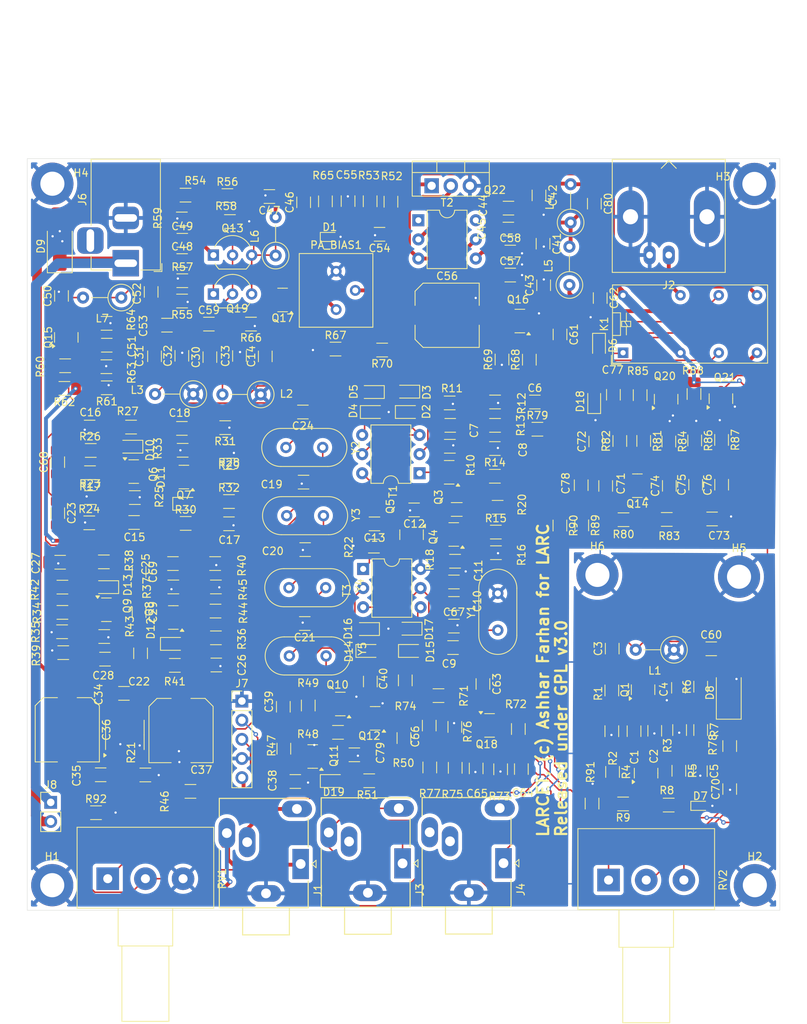
<source format=kicad_pcb>
(kicad_pcb (version 20240108) (generator "pcbnew") (generator_version "8.0")
  (layers (0 "F.Cu" signal) (31 "B.Cu" signal) (34 "B.Paste" user) (35 "F.Paste" user) (36 "B.SilkS" user "B.Silkscreen") (37 "F.SilkS" user "F.Silkscreen") (38 "B.Mask" user) (39 "F.Mask" user) (44 "Edge.Cuts" user))
  (net 0 "")
  (net 1 "Net-(Q1-E)")
  (net 2 "Net-(Q1-B)")
  (net 3 "Earth")
  (net 4 "Net-(C3-Pad2)")
  (net 5 "Net-(D7-K)")
  (net 6 "Net-(Q3-B)")
  (net 7 "Net-(C6-Pad2)")
  (net 8 "Net-(Q3-E)")
  (net 9 "Net-(C7-Pad1)")
  (net 10 "Net-(T1-AB)")
  (net 11 "Net-(Q4-B)")
  (net 12 "Net-(C9-Pad2)")
  (net 13 "Net-(Q4-E)")
  (net 14 "Net-(Q4-C)")
  (net 15 "Net-(Q5-E)")
  (net 16 "Net-(T3-AA)")
  (net 17 "Net-(C14-Pad1)")
  (net 18 "Net-(T1-SB)")
  (net 19 "Net-(Q6-E)")
  (net 20 "Net-(C15-Pad1)")
  (net 21 "Net-(C16-Pad1)")
  (net 22 "Net-(C17-Pad1)")
  (net 23 "Net-(Q7-E)")
  (net 24 "Net-(C18-Pad1)")
  (net 25 "Net-(C19-Pad1)")
  (net 26 "Net-(C20-Pad1)")
  (net 27 "Net-(C21-Pad1)")
  (net 28 "Net-(D12-K)")
  (net 29 "Net-(Q9-B)")
  (net 30 "Net-(D11-K)")
  (net 31 "Net-(D3-A)")
  (net 32 "Net-(D10-K)")
  (net 33 "Net-(Q7-B)")
  (net 34 "Net-(Q8-E)")
  (net 35 "Net-(C25-Pad1)")
  (net 36 "Net-(C26-Pad1)")
  (net 37 "Net-(C27-Pad1)")
  (net 38 "Net-(Q9-E)")
  (net 39 "Net-(C28-Pad1)")
  (net 40 "Net-(D13-K)")
  (net 41 "Net-(Q8-B)")
  (net 42 "Net-(C30-Pad1)")
  (net 43 "Net-(C31-Pad1)")
  (net 44 "SPK")
  (net 45 "Net-(C38-Pad1)")
  (net 46 "Net-(Q10-C)")
  (net 47 "Net-(Q10-B)")
  (net 48 "Net-(T3-SB)")
  (net 49 "Net-(C41-Pad1)")
  (net 50 "Net-(C42-Pad1)")
  (net 51 "Net-(C43-Pad1)")
  (net 52 "Net-(T2-SA)")
  (net 53 "Net-(D8-K)")
  (net 54 "Net-(C34-Pad2)")
  (net 55 "Net-(C47-Pad1)")
  (net 56 "Net-(C48-Pad1)")
  (net 57 "Net-(Q13-E)")
  (net 58 "Net-(Q19-E)")
  (net 59 "Net-(C50-Pad1)")
  (net 60 "Net-(Q15-E)")
  (net 61 "Net-(C51-Pad1)")
  (net 62 "Net-(Q13-B)")
  (net 63 "Net-(Q15-C)")
  (net 64 "Net-(Q15-B)")
  (net 65 "BIAS")
  (net 66 "Net-(D1-K)")
  (net 67 "+12V")
  (net 68 "Net-(Q17-S)")
  (net 69 "Net-(Q16-D)")
  (net 70 "Net-(C61-Pad2)")
  (net 71 "Net-(Q18-C)")
  (net 72 "Net-(C64-Pad1)")
  (net 73 "Net-(Q18-E)")
  (net 74 "Net-(C65-Pad1)")
  (net 75 "MIC")
  (net 76 "Net-(Q18-B)")
  (net 77 "Net-(D2-A)")
  (net 78 "Net-(D4-K)")
  (net 79 "PTT")
  (net 80 "Net-(D10-A)")
  (net 81 "Net-(D11-A)")
  (net 82 "Net-(D12-A)")
  (net 83 "Net-(D13-A)")
  (net 84 "Net-(D14-K)")
  (net 85 "Net-(D15-A)")
  (net 86 "Net-(J7-Pin_5)")
  (net 87 "Net-(J2-In)")
  (net 89 "Net-(J7-Pin_2)")
  (net 91 "T")
  (net 92 "R")
  (net 93 "Net-(Q1-C)")
  (net 94 "Net-(Q2-B)")
  (net 95 "Net-(Q2-C)")
  (net 96 "Net-(Q2-E)")
  (net 97 "Net-(Q3-C)")
  (net 98 "Net-(Q5-B)")
  (net 99 "Net-(Q11-D)")
  (net 100 "Net-(C34-Pad1)")
  (net 101 "Net-(Q16-G)")
  (net 102 "Net-(Q17-G)")
  (net 103 "Net-(U1-+)")
  (net 106 "Net-(D14-A)")
  (net 107 "Net-(Q6-B)")
  (net 108 "Net-(Q14-C)")
  (net 109 "Net-(C70-Pad2)")
  (net 110 "Net-(C71-Pad1)")
  (net 111 "Net-(C72-Pad1)")
  (net 112 "Net-(C73-Pad1)")
  (net 113 "Net-(C74-Pad1)")
  (net 114 "Net-(Q14-B)")
  (net 115 "Net-(C75-Pad1)")
  (net 116 "Net-(D18-A)")
  (net 117 "TONE")
  (net 118 "Net-(Q14-E)")
  (net 119 "Net-(D19-K)")
  (net 120 "KEY")
  (net 124 "Net-(D9-K)")
  (net 125 "Net-(Q20-D)")
  (net 126 "Net-(D19-A)")
  (net 127 "Net-(C35-Pad1)")
  (net 128 "Net-(C35-Pad2)")
  (net 129 "Net-(U1-V+)")
  (net 130 "Net-(Q22-G)")
  (net 131 "Net-(Q22-D)")
  (net 133 "Net-(R91-Pad2)")
  (net 134 "Net-(Q13-C)")
  (footprint "Resistor_SMD:R_1206_3216Metric_Pad1.30x1.75mm_HandSolder" (layer "F.Cu") (at 79.586 35.7675 90)
    (property "Reference" "R65")
    (property "Value" "470R")
  )
  (footprint "Resistor_SMD:R_1206_3216Metric_Pad1.30x1.75mm_HandSolder" (layer "F.Cu") (at 50.56 60.4975 180)
    (property "Reference" "R61")
    (property "Value" "1K")
  )
  (footprint "Package_TO_SOT_SMD:SOT-23" (layer "F.Cu") (at 73.904 48.8475 180)
    (property "Reference" "Q17")
    (property "Value" "2N7002")
  )
  (footprint "Connector_Coaxial:BNC_Amphenol_B6252HB-NPP3G-50_Horizontal" (layer "F.Cu") (at 125.17 42.89)
    (property "Reference" "J2")
    (property "Value" "ANT")
  )
  (footprint "Capacitor_SMD:C_1206_3216Metric_Pad1.33x1.80mm_HandSolder" (layer "F.Cu") (at 125.24375 73.5 90)
    (property "Reference" "C74")
    (property "Value" "0.01uF")
  )
  (footprint "Capacitor_SMD:C_1206_3216Metric_Pad1.33x1.80mm_HandSolder" (layer "F.Cu") (at 71.602 56.329 90)
    (property "Reference" "C14")
    (property "Value" "68pF")
  )
  (footprint "Package_TO_SOT_SMD:SOT-23" (layer "F.Cu") (at 96.0225 71.7025 180)
    (property "Reference" "Q3")
    (property "Value" "MMBT2222A")
  )
  (footprint "Capacitor_SMD:C_1206_3216Metric_Pad1.33x1.80mm_HandSolder" (layer "F.Cu") (at 117.66 95.08625 90)
    (property "Reference" "C3")
    (property "Value" "1000pF")
  )
  (footprint "Package_TO_SOT_SMD:SOT-23" (layer "F.Cu") (at 77.9 109.3925 180)
    (property "Reference" "Q11")
    (property "Value" "2N7002")
  )
  (footprint "Capacitor_SMD:C_1206_3216Metric_Pad1.33x1.80mm_HandSolder" (layer "F.Cu") (at 54.1855 78.3565)
    (property "Reference" "C15")
    (property "Value" "0.1uF")
  )
  (footprint "Diode_SMD:D_SOD-323" (layer "F.Cu") (at 80.5225 112.65)
    (property "Reference" "D19")
    (property "Value" "1N4148WS")
  )
  (footprint "Potentiometer_THT:Potentiometer_Bourns_3386P_Vertical" (layer "F.Cu") (at 81.016 50.1175)
    (property "Reference" "PA_BIAS1")
    (property "Value" "10K")
  )
  (footprint "Capacitor_SMD:C_1206_3216Metric_Pad1.33x1.80mm_HandSolder" (layer "F.Cu") (at 44.55 48.31 90)
    (property "Reference" "C50")
    (property "Value" "0.1uF")
  )
  (footprint "Capacitor_SMD:C_1206_3216Metric_Pad1.33x1.80mm_HandSolder" (layer "F.Cu") (at 126.46 100.28625 -90)
    (property "Reference" "C4")
    (property "Value" "0.1uF")
  )
  (footprint "Package_TO_SOT_SMD:SOT-23" (layer "F.Cu") (at 124.82 62.0075 90)
    (property "Reference" "Q20")
    (property "Value" "2N7002")
  )
  (footprint "Capacitor_SMD:C_1206_3216Metric_Pad1.33x1.80mm_HandSolder" (layer "F.Cu") (at 110.734 53.4195 -90)
    (property "Reference" "C61")
    (property "Value" "0.1uF")
  )
  (footprint "Resistor_SMD:R_1206_3216Metric_Pad1.30x1.75mm_HandSolder" (layer "F.Cu") (at 119.11 115.68625 180)
    (property "Reference" "R9")
    (property "Value" "470R")
  )
  (footprint "Diode_SMD:D_SOD-323" (layer "F.Cu") (at 90.9 95.3925)
    (property "Reference" "D15")
    (property "Value" "1N4148WS")
  )
  (footprint "Package_DIP:DIP-6_W7.62mm" (layer "F.Cu") (at 84.6 84.5175)
    (property "Reference" "T3")
    (property "Value" "TRIFILAR_XFRMR")
  )
  (footprint "Resistor_SMD:R_1206_3216Metric_Pad1.30x1.75mm_HandSolder" (layer "F.Cu") (at 61.016 34.9445)
    (property "Reference" "R54")
    (property "Value" "10K")
  )
  (footprint "Diode_SMD:D_SOD-323" (layer "F.Cu") (at 90.49 61.0075 180)
    (property "Reference" "D3")
    (property "Value" "1N4148WS")
  )
  (footprint "Package_TO_SOT_SMD:SOT-23" (layer "F.Cu") (at 132.095 61.9325 90)
    (property "Reference" "Q21")
    (property "Value" "2N7002")
  )
  (footprint "Capacitor_SMD:C_1206_3216Metric_Pad1.33x1.80mm_HandSolder" (layer "F.Cu") (at 85.55 99.45 90)
    (property "Reference" "C40")
    (property "Value" "1uF")
  )
  (footprint "Resistor_SMD:R_1206_3216Metric_Pad1.30x1.75mm_HandSolder" (layer "F.Cu") (at 66.2855 65.7815 180)
    (property "Reference" "R31")
    (property "Value" "10R")
  )
  (footprint "Package_TO_SOT_SMD:SOT-23" (layer "F.Cu") (at 91.025 79.98 -90)
    (property "Reference" "Q5")
    (property "Value" "MMBT2222A")
  )
  (footprint "Diode_SMD:D_SMA" (layer "F.Cu") (at 44.32 41.7275 90)
    (property "Reference" "D9")
    (property "Value" "M7")
  )
  (footprint "Capacitor_SMD:C_1206_3216Metric_Pad1.33x1.80mm_HandSolder" (layer "F.Cu") (at 91.36 76.69 180)
    (property "Reference" "C12")
    (property "Value" "0.1uF")
  )
  (footprint "Resistor_SMD:R_1206_3216Metric_Pad1.30x1.75mm_HandSolder" (layer "F.Cu") (at 59.398 86.9065)
    (property "Reference" "R37")
    (property "Value" "220R")
  )
  (footprint "Capacitor_SMD:C_1206_3216Metric_Pad1.33x1.80mm_HandSolder" (layer "F.Cu") (at 115.29 36.08 -90)
    (property "Reference" "C80")
    (property "Value" "100pF")
  )
  (footprint "Capacitor_SMD:C_1206_3216Metric_Pad1.33x1.80mm_HandSolder" (layer "F.Cu") (at 58.55 52.19 180)
    (property "Reference" "C53")
    (property "Value" "0.1uF")
  )
  (footprint "Resistor_SMD:R_1206_3216Metric_Pad1.30x1.75mm_HandSolder" (layer "F.Cu") (at 114.985 115.63625 -90)
    (property "Reference" "R91")
    (property "Value" "0R")
  )
  (footprint "Resistor_SMD:R_1206_3216Metric_Pad1.30x1.75mm_HandSolder" (layer "F.Cu") (at 87.12 55.4875 180)
    (property "Reference" "R70")
    (property "Value" "2.2K")
  )
  (footprint "Resistor_SMD:R_1206_3216Metric_Pad1.30x1.75mm_HandSolder" (layer "F.Cu") (at 53.7855 65.7065 180)
    (property "Reference" "R27")
    (property "Value" "10R")
  )
  (footprint "Resistor_SMD:R_1206_3216Metric_Pad1.30x1.75mm_HandSolder" (layer "F.Cu") (at 102.85 111.0875 90)
    (property "Reference" "R73")
    (property "Value" "100R")
  )
  (footprint "Resistor_SMD:R_1206_3216Metric_Pad1.30x1.75mm_HandSolder" (layer "F.Cu") (at 124.90375 77.9525)
    (property "Reference" "R83")
    (property "Value" "47K")
  )
  (footprint "Resistor_SMD:R_1206_3216Metric_Pad1.30x1.75mm_HandSolder" (layer "F.Cu") (at 74.07 108.36 -90)
    (property "Reference" "R47")
    (property "Value" "4.7K")
  )
  (footprint "Capacitor_SMD:C_1206_3216Metric_Pad1.33x1.80mm_HandSolder" (layer "F.Cu") (at 104.13 45.5455)
    (property "Reference" "C57")
    (property "Value" "0.1uF")
  )
  (footprint "Capacitor_SMD:C_1206_3216Metric_Pad1.33x1.80mm_HandSolder" (layer "F.Cu") (at 75.59 112.71)
    (property "Reference" "C38")
    (property "Value" "47uF")
  )
  (footprint "Resistor_SMD:R_1206_3216Metric_Pad1.30x1.75mm_HandSolder" (layer "F.Cu") (at 126.51 111.28625 -90)
    (property "Reference" "R5")
    (property "Value" "1K")
  )
  (footprint "Resistor_SMD:R_1206_3216Metric_Pad1.30x1.75mm_HandSolder" (layer "F.Cu") (at 119.16375 77.99)
    (property "Reference" "R80")
    (property "Value" "2.2K")
  )
  (footprint "Capacitor_SMD:C_1206_3216Metric_Pad1.33x1.80mm_HandSolder" (layer "F.Cu") (at 56.902 56.3165 -90)
    (property "Reference" "C31")
    (property "Value" "68pF")
  )
  (footprint "Package_DIP:DIP-6_W7.62mm" (layer "F.Cu") (at 92.09 71.8325 180)
    (property "Reference" "T1")
    (property "Value" "TRIFILAR_XFRMR")
  )
  (footprint "Resistor_SMD:R_1206_3216Metric_Pad1.30x1.75mm_HandSolder" (layer "F.Cu") (at 86.025 81.4925)
    (property "Reference" "R22")
    (property "Value" "1K")
  )
  (footprint "Resistor_SMD:R_1206_3216Metric_Pad1.30x1.75mm_HandSolder" (layer "F.Cu") (at 48.3355 71.7565 180)
    (property "Reference" "R17")
    (property "Value" "2.2K")
  )
  (footprint "Connector_Audio:Jack_3.5mm_Ledino_KB3SPRS_Horizontal" (layer "F.Cu") (at 103.23 123.54 90)
    (property "Reference" "J4")
    (property "Value" "KEY")
  )
  (footprint "Resistor_SMD:R_1206_3216Metric_Pad1.30x1.75mm_HandSolder" (layer "F.Cu") (at 132.18375 67.41 -90)
    (property "Reference" "R87")
    (property "Value" "10K")
  )
  (footprint "Capacitor_SMD:C_1206_3216Metric_Pad1.33x1.80mm_HandSolder" (layer "F.Cu") (at 76.598 63.7065 180)
    (property "Reference" "C24")
    (property "Value" "0.1uF")
  )
  (footprint "Resistor_SMD:R_1206_3216Metric_Pad1.30x1.75mm_HandSolder" (layer "F.Cu") (at 44.78 95.62)
    (property "Reference" "R39")
    (property "Value" "10R")
  )
  (footprint "Resistor_SMD:R_1206_3216Metric_Pad1.30x1.75mm_HandSolder" (layer "F.Cu") (at 128.61375 67.48 -90)
    (property "Reference" "R86")
    (property "Value" "10K")
  )
  (footprint "Diode_SMD:D_SOD-323" (layer "F.Cu") (at 53.7355 68.3065 180)
    (property "Reference" "D10")
    (property "Value" "1N4148WS")
  )
  (footprint "Resistor_SMD:R_1206_3216Metric_Pad1.30x1.75mm_HandSolder" (layer "F.Cu") (at 106.66 56.7675 90)
    (property "Reference" "R68")
    (property "Value" "2.2K")
  )
  (footprint "Capacitor_SMD:C_1206_3216Metric_Pad1.33x1.80mm_HandSolder" (layer "F.Cu") (at 116.79375 73.5125 90)
    (property "Reference" "C71")
    (property "Value" "0.1uF")
  )
  (footprint "Resistor_SMD:R_1206_3216Metric_Pad1.30x1.75mm_HandSolder" (layer "F.Cu") (at 88.286 35.8175 90)
    (property "Reference" "R52")
    (property "Value" "100R")
  )
  (footprint "Capacitor_SMD:C_Elec_8x10.2" (layer "F.Cu") (at 45.32 105.85 -90)
    (property "Reference" "C36")
    (property "Value" "470uF")
  )
  (footprint "Resistor_SMD:R_1206_3216Metric_Pad1.30x1.75mm_HandSolder" (layer "F.Cu") (at 117.71 111.43625 -90)
    (property "Reference" "R4")
    (property "Value" "2.2K")
  )
  (footprint "Resistor_SMD:R_1206_3216Metric_Pad1.30x1.75mm_HandSolder" (layer "F.Cu") (at 80.93 55.3575)
    (property "Reference" "R67")
    (property "Value" "2.2K")
  )
  (footprint "Capacitor_SMD:C_1206_3216Metric_Pad1.33x1.80mm_HandSolder" (layer "F.Cu") (at 82.596 35.7375 90)
    (property "Reference" "C55")
    (property "Value" "47uF")
  )
  (footprint "Crystal:Crystal_HC49-U_Vertical" (layer "F.Cu") (at 74.448 77.4565)
    (property "Reference" "Y3")
    (property "Value" "11.059M")
  )
  (footprint "Resistor_SMD:R_1206_3216Metric_Pad1.30x1.75mm_HandSolder" (layer "F.Cu") (at 117.61 100.63625 -90)
    (property "Reference" "R1")
    (property "Value" "100K")
  )
  (footprint "Diode_SMD:D_SOD-323" (layer "F.Cu") (at 115.91 54.88 -90)
    (property "Reference" "D6")
    (property "Value" "1N4148WS")
  )
  (footprint "Capacitor_SMD:C_1206_3216Metric_Pad1.33x1.80mm_HandSolder" (layer "F.Cu") (at 104.13 42.4975)
    (property "Reference" "C58")
    (property "Value" "0.1uF")
  )
  (footprint "Resistor_SMD:R_1206_3216Metric_Pad1.30x1.75mm_HandSolder" (layer "F.Cu") (at 61.67 114.02)
    (property "Reference" "R46")
    (property "Value" "10R")
  )
  (footprint "Resistor_SMD:R_1206_3216Metric_Pad1.30x1.75mm_HandSolder" (layer "F.Cu") (at 48.2355 78.4065)
    (property "Reference" "R24")
    (property "Value" "10R")
  )
  (footprint "MountingHole:MountingHole_3.2mm_M3_DIN965_Pad" (layer "F.Cu") (at 43.34 33.43)
    (property "Reference" "H4")
    (property "Value" "MountingHole_Pad")
  )
  (footprint "Resistor_SMD:R_1206_3216Metric_Pad1.30x1.75mm_HandSolder" (layer "F.Cu") (at 48.3355 75.0565)
    (property "Reference" "R23")
    (property "Value" "1K")
  )
  (footprint "Package_TO_SOT_SMD:SOT-23" (layer "F.Cu") (at 122.16 111.59875 90)
    (property "Reference" "Q2" (hide yes))
    (property "Value" "MMBT2222A")
  )
  (footprint "Diode_SMD:D_SOD-323" (layer "F.Cu") (at 115.27 62.295 90)
    (property "Reference" "D18")
    (property "Value" "1N4148WS")
  )
  (footprint "Capacitor_SMD:C_1206_3216Metric_Pad1.33x1.80mm_HandSolder" (layer "F.Cu") (at 129.36 111.33625 -90)
    (property "Reference" "C5")
    (property "Value" "0.1uF")
  )
  (footprint "Resistor_SMD:R_1206_3216Metric_Pad1.30x1.75mm_HandSolder" (layer "F.Cu") (at 102.11 62.3775 180)
    (property "Reference" "R12")
    (property "Value" "470R")
  )
  (footprint "Resistor_SMD:R_1206_3216Metric_Pad1.30x1.75mm_HandSolder" (layer "F.Cu") (at 96.11 68.2525 180)
    (property "Reference" "R10")
    (property "Value" "220R")
  )
  (footprint "Diode_SMD:D_SOD-323" (layer "F.Cu") (at 85.15 92.4925 180)
    (property "Reference" "D16")
    (property "Value" "1N4148WS")
  )
  (footprint "Package_DIP:DIP-6_W7.62mm" (layer "F.Cu") (at 91.93 38.275)
    (property "Reference" "T2")
    (property "Value" "TRIFILAR_XFRMR")
  )
  (footprint "Resistor_SMD:R_1206_3216Metric_Pad1.30x1.75mm_HandSolder" (layer "F.Cu") (at 129.41 100.13625 90)
    (property "Reference" "R6")
    (property "Value" "10R")
  )
  (footprint "Crystal:Crystal_HC49-U_Vertical" (layer "F.Cu") (at 74.348 68.4065)
    (property "Reference" "Y2")
    (property "Value" "11.059M")
  )
  (footprint "Potentiometer_THT:Potentiometer_Alps_RK163_Single_Horizontal" (layer "F.Cu") (at 50.69 125.6 90)
    (property "Reference" "RV1")
    (property "Value" "VOL")
  )
  (footprint "Resistor_SMD:R_1206_3216Metric_Pad1.30x1.75mm_HandSolder" (layer "F.Cu") (at 44.63 92.85)
    (property "Reference" "R35")
    (property "Value" "1K")
  )
  (footprint "Capacitor_SMD:C_1206_3216Metric_Pad1.33x1.80mm_HandSolder" (layer "F.Cu") (at 102.085 68.5525)
    (property "Reference" "C8")
    (property "Value" "0.1uF")
  )
  (footprint "Diode_SMD:D_SOD-323" (layer "F.Cu") (at 85.79 61.0575 180)
    (property "Reference" "D5")
    (property "Value" "1N4148WS")
  )
  (footprint "Inductor_THT:L_Axial_L7.0mm_D3.3mm_P5.08mm_Vertical_Fastron_MICC" (layer "F.Cu") (at 111.98 46.86 90)
    (property "Reference" "L5")
    (property "Value" "1.3uH")
  )
  (footprint "Resistor_SMD:R_1206_3216Metric_Pad1.30x1.75mm_HandSolder" (layer "F.Cu") (at 44.673 86.9315 180)
    (property "Reference" "R42")
    (property "Value" "220R")
  )
  (footprint "Capacitor_SMD:C_1206_3216Metric_Pad1.33x1.80mm_HandSolder" (layer "F.Cu") (at 128.74375 73.35 90)
    (property "Reference" "C75")
    (property "Value" "0.01uF")
  )
  (footprint "Resistor_SMD:R_1206_3216Metric_Pad1.30x1.75mm_HandSolder" (layer "F.Cu") (at 97.02 76.63 180)
    (property "Reference" "R19" (hide yes))
    (property "Value" "1K")
  )
  (footprint "Resistor_SMD:R_1206_3216Metric_Pad1.30x1.75mm_HandSolder" (layer "F.Cu") (at 59.598 97.3065)
    (property "Reference" "R41")
    (property "Value" "10R")
  )
  (footprint "Resistor_SMD:R_1206_3216Metric_Pad1.30x1.75mm_HandSolder" (layer "F.Cu") (at 113.61875 78.7375 -90)
    (property "Reference" "R89")
    (property "Value" "100K")
  )
  (footprint "Resistor_SMD:R_1206_3216Metric_Pad1.30x1.75mm_HandSolder" (layer "F.Cu") (at 66.91 38.4475 180)
    (property "Reference" "R58")
    (property "Value" "47R")
  )
  (footprint "Resistor_SMD:R_1206_3216Metric_Pad1.30x1.75mm_HandSolder" (layer "F.Cu") (at 66.7855 75.5815)
    (property "Reference" "R32")
    (property "Value" "220R")
  )
  (footprint "Resistor_SMD:R_1206_3216Metric_Pad1.30x1.75mm_HandSolder" (layer "F.Cu") (at 55.68 111.84 180)
    (property "Reference" "R21")
    (property "Value" "10R")
  )
  (footprint "Capacitor_SMD:C_1206_3216Metric_Pad1.33x1.80mm_HandSolder" (layer "F.Cu") (at 108.56 46.8975 90)
    (property "Reference" "C43")
    (property "Value" "470pF")
  )
  (footprint "Resistor_SMD:R_1206_3216Metric_Pad1.30x1.75mm_HandSolder" (layer "F.Cu") (at 48.4355 68.8065)
    (property "Reference" "R26")
    (property "Value" "220R")
  )
  (footprint "Resistor_SMD:R_1206_3216Metric_Pad1.30x1.75mm_HandSolder" (layer "F.Cu") (at 90.01 106.95 90)
    (property "Reference" "R50")
    (property "Value" "4.7K")
  )
  (footprint "Capacitor_SMD:C_1206_3216Metric_Pad1.33x1.80mm_HandSolder" (layer "F.Cu") (at 86.776 40.1375 180)
    (property "Reference" "C54")
    (property "Value" "0.1uF")
  )
  (footprint "Inductor_THT:L_Axial_L7.0mm_D3.3mm_P5.08mm_Vertical_Fastron_MICC" (layer "F.Cu") (at 62.047 61.329 180)
    (property "Reference" "L3")
    (property "Value" "1.3uH")
  )
  (footprint "Package_TO_SOT_SMD:SOT-23" (layer "F.Cu") (at 121.00375 73.48 180)
    (property "Reference" "Q14")
    (property "Value" "MMBT2222A")
  )
  (footprint "Resistor_SMD:R_1206_3216Metric_Pad1.30x1.75mm_HandSolder" (layer "F.Cu") (at 50.51 57.6975 180)
    (property "Reference" "R63")
    (property "Value" "10R")
  )
  (footprint "Capacitor_SMD:C_1206_3216Metric_Pad1.33x1.80mm_HandSolder" (layer "F.Cu") (at 55.048 95.7065 90)
    (property "Reference" "C22")
    (property "Value" "0.1uF")
  )
  (footprint "Capacitor_SMD:C_1206_3216Metric_Pad1.33x1.80mm_HandSolder" (layer "F.Cu") (at 68.177 56.279 90)
    (property "Reference" "C33")
    (property "Value" "270pF")
  )
  (footprint "Diode_SMD:D_SOD-323" (layer "F.Cu") (at 90.49 63.7075)
    (property "Reference" "D2")
    (property "Value" "1N4148WS")
  )
  (footprint "Resistor_SMD:R_1206_3216Metric_Pad1.30x1.75mm_HandSolder" (layer "F.Cu") (at 126.61 105.88625 90)
    (property "Reference" "R3")
    (property "Value" "2.2K")
  )
  (footprint "Capacitor_SMD:C_1206_3216Metric_Pad1.33x1.80mm_HandSolder" (layer "F.Cu") (at 133.26 113.71125 90)
    (property "Reference" "C70")
    (property "Value" "0.1uF")
  )
  (footprint "Package_TO_SOT_SMD:SOT-23" (layer "F.Cu") (at 81.5675 102.43 180)
    (property "Reference" "Q10")
    (property "Value" "MMBT2222A")
  )
  (footprint "Diode_SMD:D_SOD-323" (layer "F.Cu") (at 59.298 94.4565)
    (property "Reference" "D12")
    (property "Value" "1N4148WS")
  )
  (footprint "Capacitor_SMD:C_1206_3216Metric_Pad1.33x1.80mm_HandSolder" (layer "F.Cu") (at 113.54375 73.4125 90)
    (property "Reference" "C78")
    (property "Value" "0.1uF")
  )
  (footprint "Capacitor_SMD:C_1206_3216Metric_Pad1.33x1.80mm_HandSolder" (layer "F.Cu") (at 117.82 61.42 -90)
    (property "Reference" "C77")
    (property "Value" "47uF")
  )
  (footprint "Resistor_SMD:R_1206_3216Metric_Pad1.30x1.75mm_HandSolder" (layer "F.Cu") (at 107.73 65.99)
    (property "Reference" "R79")
    (property "Value" "10R")
  )
  (footprint "Package_TO_SOT_THT:TO-92_Inline_Wide" (layer "F.Cu") (at 64.72 42.9)
    (property "Reference" "Q13")
    (property "Value" "2N3904")
  )
  (footprint "Capacitor_SMD:C_1206_3216Metric_Pad1.33x1.80mm_HandSolder" (layer "F.Cu") (at 44.048 70.3565 90)
    (property "Reference" "C68")
    (property "Value" "0.1uF")
  )
  (footprint "Diode_SMD:D_SOD-523" (layer "F.Cu") (at 129.36 115.93625)
    (property "Reference" "D7")
    (property "Value" "9.1V")
  )
  (footprint "Resistor_SMD:R_1206_3216Metric_Pad1.30x1.75mm_HandSolder" (layer "F.Cu") (at 44.935 60.5725 180)
    (property "Reference" "R62")
    (property "Value" "10R")
  )
  (footprint "Resistor_SMD:R_1206_3216Metric_Pad1.30x1.75mm_HandSolder" (layer "F.Cu") (at 60.56 48.9875 180)
    (property "Reference" "R55")
    (property "Value" "2.2K")
  )
  (footprint "Capacitor_SMD:C_1206_3216Metric_Pad1.33x1.80mm_HandSolder" (layer "F.Cu") (at 50.323 96.4815)
    (property "Reference" "C28")
    (property "Value" "0.1uF")
  )
  (footprint "Resistor_SMD:R_1206_3216Metric_Pad1.30x1.75mm_HandSolder" (layer "F.Cu") (at 61.0355 78.4815)
    (property "Reference" "R30")
    (property "Value" "10R")
  )
  (footprint "Crystal:Crystal_HC49-U_Vertical" (layer "F.Cu") (at 74.748 87.0065)
    (property "Reference" "Y4")
    (property "Value" "11.059M")
  )
  (footprint "Resistor_SMD:R_1206_3216Metric_Pad1.30x1.75mm_HandSolder" (layer "F.Cu") (at 96.085 62.5025 180)
    (property "Reference" "R11")
    (property "Value" "10R")
  )
  (footprint "Resistor_SMD:R_1206_3216Metric_Pad1.30x1.75mm_HandSolder" (layer "F.Cu") (at 66.7855 68.9315 180)
    (property "Reference" "R29")
    (property "Value" "1K")
  )
  (footprint "Resistor_SMD:R_1206_3216Metric_Pad1.30x1.75mm_HandSolder" (layer "F.Cu") (at 45.035 57.5725 180)
    (property "Reference" "R60")
    (property "Value" "10K")
  )
  (footprint "Resistor_SMD:R_1206_3216Metric_Pad1.30x1.75mm_HandSolder" (layer "F.Cu") (at 102.11 65.4775 180)
    (property "Reference" "R13")
    (property "Value" "1K")
  )
  (footprint "Resistor_SMD:R_1206_3216Metric_Pad1.30x1.75mm_HandSolder" (layer "F.Cu") (at 102.45 76.3425 180)
    (property "Reference" "R20")
    (property "Value" "10R")
  )
  (footprint "Connector_PinHeader_2.54mm:PinHeader_1x02_P2.54mm_Vertical" (layer "F.Cu") (at 43.12 115.475)
    (property "Reference" "J8")
    (property "Value" "Conn_01x02")
  )
  (footprint "Capacitor_SMD:C_1206_3216Metric_Pad1.33x1.80mm_HandSolder" (layer "F.Cu") (at 44.373 83.6315 180)
    (property "Reference" "C27")
    (property "Value" "0.1uF")
  )
  (footprint "Capacitor_SMD:C_1206_3216Metric_Pad1.33x1.80mm_HandSolder" (layer "F.Cu") (at 96.65 89.0975 180)
    (property "Reference" "C10")
    (property "Value" "220pF")
  )
  (footprint "Package_TO_SOT_SMD:SOT-23" (layer "F.Cu") (at 105.4 51.6415 180)
    (property "Reference" "Q16")
    (property "Value" "2N7002")
  )
  (footprint "Inductor_THT:L_Axial_L7.0mm_D3.3mm_P5.08mm_Vertical_Fastron_MICC" (layer "F.Cu") (at 112.14 38.58 90)
    (property "Reference" "L4")
    (property "Value" "1.1uH")
  )
  (footprint "Resistor_SMD:R_1206_3216Metric_Pad1.30x1.75mm_HandSolder" (layer "F.Cu") (at 128.52 61.32 90)
    (property "Reference" "R88")
    (property "Value" "2.2K")
  )
  (footprint "Capacitor_SMD:C_1206_3216Metric_Pad1.33x1.80mm_HandSolder" (layer "F.Cu") (at 107.39 62.38)
    (property "Reference" "C6")
    (property "Value" "0.1uF")
  )
  (footprint "Resistor_SMD:R_1206_3216Metric_Pad1.30x1.75mm_HandSolder" (layer "F.Cu") (at 85.4 112.61)
    (property "Reference" "R51")
    (property "Value" "100K")
  )
  (footprint "Resistor_SMD:R_1206_3216Metric_Pad1.30x1.75mm_HandSolder" (layer "F.Cu") (at 96.8 83.4975 180)
    (property "Reference" "R18")
    (property "Value" "2.2K")
  )
  (footprint "Inductor_THT:L_Axial_L7.0mm_D3.3mm_P5.08mm_Vertical_Fastron_MICC" (layer "F.Cu") (at 52.49 48.53 180)
    (property "Reference" "L7")
    (property "Value" "20uH")
  )
  (footprint "Diode_SMD:D_SOD-323" (layer "F.Cu") (at 50.523 86.9315 180)
    (property "Reference" "D13")
    (property "Value" "1N4148WS")
  )
  (footprint "Capacitor_SMD:C_1206_3216Metric_Pad1.33x1.80mm_HandSolder" (layer "F.Cu") (at 96.16 65.4775 180)
    (property "Reference" "C7")
    (property "Value" "0.1uF")
  )
  (footprint "Resistor_SMD:R_1206_3216Metric_Pad1.30x1.75mm_HandSolder" (layer "F.Cu") (at 110.71875 78.7625 -90)
    (property "Reference" "R90")
    (property "Value" "100K")
  )
  (footprint "Resistor_SMD:R_1206_3216Metric_Pad1.30x1.75mm_HandSolder" (layer "F.Cu") (at 94.6 101.32 180)
    (property "Reference" "R71")
    (property "Value" "1K")
  )
  (footprint "Capacitor_SMD:C_1206_3216Metric_Pad1.33x1.80mm_HandSolder" (layer "F.Cu") (at 76.698 35.8935 90)
    (property "Reference" "C46")
    (property "Value" "0.1uF")
  )
  (footprint "Capacitor_SMD:C_1206_3216Metric_Pad1.33x1.80mm_HandSolder" (layer "F.Cu") (at 60.586 40.9345)
    (property "Reference" "C49")
    (property "Value" "0.1uF")
  )
  (footprint "Capacitor_SMD:C_1206_3216Metric_Pad1.33x1.80mm_HandSolder" (layer "F.Cu") (at 76.898 81.9565 180)
    (property "Reference" "C20")
    (property "Value" "100pF")
  )
  (footprint "Resistor_SMD:R_1206_3216Metric_Pad1.30x1.75mm_HandSolder" (layer "F.Cu") (at 129.41 105.88625 -90)
    (property "Reference" "R7")
    (property "Value" "10R")
  )
  (footprint "Resistor_SMD:R_1206_3216Metric_Pad1.30x1.75mm_HandSolder" (layer "F.Cu") (at 60.526 38.1045)
    (property "Reference" "R59")
    (property "Value" "47R")
  )
  (footprint "Resistor_SMD:R_1206_3216Metric_Pad1.30x1.75mm_HandSolder" (layer "F.Cu") (at 65.048 86.9065 180)
    (property "Reference" "R45")
    (property "Value" "1K")
  )
  (footprint "Capacitor_SMD:C_1206_3216Metric_Pad1.33x1.80mm_HandSolder" (layer "F.Cu") (at 49.75 111.82)
    (property "Reference" "C35")
    (property "Value" "0.1uF")
  )
  (footprint "Resistor_SMD:R_1206_3216Metric_Pad1.30x1.75mm_HandSolder" (layer "F.Cu") (at 121.37 61.47 90)
    (property "Reference" "R85")
    (property "Value" "100K")
  )
  (footprint "Diode_SMD:D_SOD-323" (layer "F.Cu") (at 90.8 92.4425 180)
    (property "Reference" "D17")
    (property "Value" "1N4148WS")
  )
  (footprint "Crystal:Crystal_HC49-U_Vertical" (layer "F.Cu") (at 74.798 96.0565)
    (property "Reference" "Y5")
    (property "Value" "11.059M")
  )
  (footprint "Resistor_SMD:R_1206_3216Metric_Pad1.30x1.75mm_HandSolder" (layer "F.Cu") (at 102.21 79.63)
    (property "Reference" "R15")
    (property "Value" "100K")
  )
  (footprint "Resistor_SMD:R_1206_3216Metric_Pad1.30x1.75mm_HandSolder" (layer "F.Cu") (at 125.16 115.83625 180)
    (property "Reference" "R8")
    (property "Value" "220R")
  )
  (footprint "Package_TO_SOT_THT:TO-220-3_Vertical" (layer "F.Cu") (at 93.69 33.705)
    (property "Reference" "Q22")
    (property "Value" "IRF510N")
  )
  (footprint "Resistor_SMD:R_1206_3216Metric_Pad1.30x1.75mm_HandSolder" (layer "F.Cu") (at 102.085 72.2275)
    (property "Reference" "R14")
    (property "Value" "10R")
  )
  (footprint "Diode_SMD:D_SOD-323" (layer "F.Cu") (at 85.25 95.3925)
    (property "Reference" "D14")
    (property "Value" "1N4148WS")
  )
  (footprint "Connector_Audio:Jack_3.5mm_Ledino_KB3SPRS_Horizontal" (layer "F.Cu") (at 76.3 123.65 90)
    (property "Reference" "J1")
    (property "Value" "EAR")
  )
  (footprint "Package_TO_SOT_SMD:SOT-23" (layer "F.Cu") (at 45.185 53.81 90)
    (property "Reference" "Q15")
    (property "Value" "MMBT2222A")
  )
  (footprint "Capacitor_SMD:C_1206_3216Metric_Pad1.33x1.80mm_HandSolder" (layer "F.Cu") (at 74 102.8 90)
    (property "Reference" "C39")
    (property "Value" "1uF")
  )
  (footprint "Capacitor_SMD:C_1206_3216Metric_Pad1.33x1.80mm_HandSolder" (layer "F.Cu") (at 65.098 97.2565)
    (property "Reference" "C26")
    (property "Value" "0.1uF")
  )
  (footprint "Relay_THT:Relay_DPDT_Omron_G5V-2" (layer "F.Cu") (at 119.1025 55.85 90)
    (property "Reference" "K1")
    (property "Value" "G5V-2")
  )
  (footprint "Resistor_SMD:R_1206_3216Metric_Pad1.30x1.75mm_HandSolder" (layer "F.Cu") (at 93.445 110.845 -90)
    (property "Reference" "R77")
    (property "Value" "10K")
  )
  (footprint "Capacitor_SMD:C_1206_3216Metric_Pad1.33x1.80mm_HandSolder" (layer "F.Cu") (at 130.81 95.11125)
    (property "Reference" "C60")
    (property "Value" "0.1uF")
  )
  (footprint "Capacitor_SMD:C_1206_3216Metric_Pad1.33x1.80mm_HandSolder" (layer "F.Cu") (at 72.15042 35.131311 180)
    (property "Reference" "C47")
    (property "Value" "0.1uF")
  )
  (footprint "Package_TO_SOT_SMD:SOT-23" (layer "F.Cu") (at 59.398 90.9565 180)
    (property "Reference" "Q8")
    (property "Value" "MMBT2222A")
  )
  (footprint "Capacitor_SMD:C_1206_3216Metric_Pad1.33x1.80mm_HandSolder" (layer "F.Cu") (at 66.7855 78.5315)
    (property "Reference" "C17")
    (property "Value" "0.1uF")
  )
  (footprint "Package_TO_SOT_SMD:SOT-23" (layer "F.Cu") (at 101.3825 105.27)
    (property "Reference" "Q18")
    (property "Value" "MMBT2222A")
  )
  (footprint "Resistor_SMD:R_1206_3216Metric_Pad1.30x1.75mm_HandSolder" (layer "F.Cu") (at 64.998 90.1065)
    (property "Reference" "R44")
    (property "Value" "2.2K")
  )
  (footprint "Resistor_SMD:R_1206_3216Metric_Pad1.30x1.75mm_HandSolder" (layer "F.Cu") (at 66.7855 72.2315)
    (property "Reference" "R28")
    (property "Value" "2.2K")
  )
  (footprint "Capacitor_SMD:C_1206_3216Metric_Pad1.33x1.80mm_HandSolder" (layer "F.Cu") (at 76.6855 73.0065 180)
    (property "Reference" "C19")
    (property "Value" "68pF")
  )
  (footprint "Connector_Audio:Jack_3.5mm_Ledino_KB3SPRS_Horizontal" (layer "F.Cu") (at 89.83 123.57 90)
    (property "Reference" "J3")
    (property "Value" "MIC")
  )
  (footprint "Capacitor_SMD:C_1206_3216Metric_Pad1.33x1.80mm_HandSolder" (layer "F.Cu") (at 123.31 105.98625 -90)
    (property "Reference" "C2")
    (property "Value" "1000pF")
  )
  (footprint "Potentiometer_THT:Potentiometer_Alps_RK163_Single_Horizontal" (layer "F.Cu") (at 117.18 125.78 90)
    (property "Reference" "RV2")
    (property "Value" "10K")
  )
  (footprint "Package_TO_SOT_SMD:SOT-23" (layer "F.Cu") (at 121.76 100.53625 90)
    (property "Reference" "Q1")
    (property "Value" "MMBT2222A")
  )
  (footprint "Capacitor_SMD:C_1206_3216Metric_Pad1.33x1.80mm_HandSolder" (layer "F.Cu") (at 56.45 47.78 -90)
    (property "Reference" "C52")
    (property "Value" "0.1uF")
  )
  (footprint "MountingHole:MountingHole_3.2mm_M3_DIN965_Pad" (layer "F.Cu") (at 136.6 126.46)
    (property "Reference" "H2")
    (property "Value" "MountingHole_Pad")
  )
  (footprint "Package_TO_SOT_SMD:SOT-23" (layer "F.Cu") (at 50.5105 89.9315)
    (property "Reference" "Q9")
    (property "Value" "MMBT2222A")
  )
  (footprint "Package_TO_SOT_SMD:SOT-23" (layer "F.Cu") (at 96.625 79.9475 180)
    (property "Reference" "Q4")
    (property "Value" "MMBT2222A")
  )
  (footprint "Capacitor_SMD:C_1206_3216Metric_Pad1.33x1.80mm_HandSolder" (layer "F.Cu") (at 107.94 34.98 -90)
    (property "Reference" "C42")
    (property "Value" "470pF")
  )
  (footprint "Resistor_SMD:R_1206_3216Metric_Pad1.30x1.75mm_HandSolder" (layer "F.Cu") (at 50.223 93.4815 180)
    (property "Reference" "R43")
    (property "Value" "220R")
  )
  (footprint "MountingHole:MountingHole_3.2mm_M3_DIN965_Pad" (layer "F.Cu") (at 136.54 33.46)
    (property "Reference" "H3")
    (property "Value" "MountingHole_Pad")
  )
  (footprint "Inductor_THT:L_Axial_L7.0mm_D3.3mm_P5.08mm_Vertical_Fastron_MICC" (layer "F.Cu") (at 70.997 61.379 180)
    (property "Reference" "L2")
    (property "Value" "1.3uH")
  )
  (footprint "Capacitor_SMD:C_1206_3216Metric_Pad1.33x1.80mm_HandSolder" (layer "F.Cu") (at 103.876 39.4495)
    (property "Reference" "C45")
    (property "Value" "0.1uF")
  )
  (footprint "Connector_BarrelJack:BarrelJack_Horizontal" (layer "F.Cu") (at 53.08 43.97 -90)
    (property "Reference" "J6")
    (property "Value" "Barrel_Jack_Switch")
  )
  (footprint "Capacitor_SMD:C_1206_3216Metric_Pad1.33x1.80mm_HandSolder" (layer "F.Cu") (at 86.1 78.5425 180)
    (property "Reference" "C13")
    (property "Value" "0.1uF")
  )
  (footprint "Package_TO_SOT_SMD:SOT-23" (layer "F.Cu") (at 60.798 72.3315 180)
    (property "Reference" "Q7")
    (property "Value" "MMBT2222A")
  )
  (footprint "Resistor_SMD:R_1206_3216Metric_Pad1.30x1.75mm_HandSolder" (layer "F.Cu") (at 65.048 93.6565)
    (property "Reference" "R36")
    (property "Value" "220R")
  )
  (footprint "Capacitor_SMD:C_1206_3216Metric_Pad1.33x1.80mm_HandSolder" (layer "F.Cu") (at 99.6 110.975 -90)
    (property "Reference" "C65")
    (property "Value" "47uF")
  )
  (footprint "Package_TO_SOT_SMD:SOT-23" (layer "F.Cu") (at 54.1355 71.6065)
    (property "Reference" "Q6")
    (property "Value" "MMBT2222A")
  )
  (footprint "Capacitor_SMD:C_1206_3216Metric_Pad1.33x1.80mm_HandSolder" (layer "F.Cu") (at 132.19375 73.35 90)
    (property "Reference" "C76")
    (property "Value" "0.01uF")
  )
  (footprint "Diode_SMD:D_SOD-323" (layer "F.Cu") (at 85.84 63.7075)
    (property "Reference" "D4")
    (property "Value" "1N4148WS")
  )
  (footprint "Resistor_SMD:R_1206_3216Metric_Pad1.30x1.75mm_HandSolder" (layer "F.Cu") (at 49.13 116.85)
    (property "Reference" "R92")
    (property "Value" "10K")
  )
  (footprint "Capacitor_SMD:C_1206_3216Metric_Pad1.33x1.80mm_HandSolder" (layer "F.Cu") (at 96.53 94.9475)
    (property "Reference" "C9")
    (property "Value" "22pF")
  )
  (footprint "Diode_SMD:D_SOD-323" (layer "F.Cu") (at 60.9355 75.8815)
    (property "Reference" "D11")
    (property "Value" "1N4148WS")
  )
  (footprint "MountingHole:MountingHole_3.2mm_M3_DIN965_Pad" (layer "F.Cu") (at 115.7 85.31)
    (property "Reference" "H6")
    (property "Value" "MountingHole_Pad")
  )
  (footprint "Resistor_SMD:R_1206_3216Metric_Pad1.30x1.75mm_HandSolder" (layer "F.Cu") (at 105.2 105.75 -90)
    (property "Reference" "R72")
    (property "Value" "1K")
  )
  (footprint "Capacitor_SMD:C_1206_3216Metric_Pad1.33x1.80mm_HandSolder" (layer "F.Cu") (at 50.56 54.8475 180)
    (property "Reference" "C51")
    (property "Value" "0.1uF")
  )
  (footprint "Crystal:Crystal_HC49-U_Vertical" (layer "F.Cu") (at 102.475 92.6425 90)
    (property "Reference" "Y1")
    (property "Value" "11.059M")
  )
  (footprint "Resistor_SMD:R_1206_3216Metric_Pad1.30x1.75mm_HandSolder" (layer "F.Cu") (at 121.84375 67.54 -90)
    (property "Reference" "R81")
    (property "Value" "10R")
  )
  (footprint "Resistor_SMD:R_1206_3216Metric_Pad1.30x1.75mm_HandSolder" (layer "F.Cu") (at 64.948 83.8065 180)
    (property "Reference" "R40")
    (property "Value" "10R")
  )
  (footprint "Diode_SMD:D_SOD-523" (layer "F.Cu") (at 80.1685 40.4875)
    (property "Reference" "D1")
    (property "Value" "DZ2S056X0L")
  )
  (footprint "MountingHole:MountingHole_3.2mm_M3_DIN965_Pad" (layer "F.Cu") (at 43.32 126.46)
    (property "Reference" "H1")
    (property "Value" "MountingHole_Pad")
  )
  (footprint "Capacitor_SMD:C_1206_3216Metric_Pad1.33x1.80mm_HandSolder" (layer "F.Cu") (at 100.5 99.775 -90)
    (property "Reference" "C63")
    (property "Value" "1uF")
  )
  (footprint "Capacitor_SMD:C_1206_3216Metric_Pad1.33x1.80mm_HandSolder" (layer "F.Cu") (at 116.068 48.5935 -90)
    (property "Reference" "C62")
    (property "Value" "0.1uF")
  )
  (footprint "Resistor_SMD:R_1206_3216Metric_Pad1.30x1.75mm_HandSolder" (layer "F.Cu") (at 60.6355 68.7815)
    (property "Reference" "R33")
    (property "Value" "220R")
  )
  (footprint "Package_SO:SOIC-8_3.9x4.9mm_P1.27mm" (layer "F.Cu") (at 52.96 106.53 90)
    (property "Reference" "U1" (hide yes))
    (property "Value" "LM386")
  )
  (footprint "Capacitor_SMD:C_1206_3216Metric_Pad1.33x1.80mm_HandSolder" (layer "F.Cu") (at 96.65 92.0975)
    (property "Reference" "C67")
    (property "Value" "0.1uF")
  )
  (footprint "Capacitor_SMD:C_1206_3216Metric_Pad1.33x1.80mm_HandSolder" (layer "F.Cu") (at 54.854 84.9155 -90)
    (property "Reference" "C69")
    (property "Value" "0.1uF")
  )
  (footprint "Capacitor_SMD:C_1206_3216Metric_Pad1.33x1.80mm_HandSolder" (layer "F.Cu") (at 48.2855 65.7065 180)
    (property "Reference" "C16")
    (property "Value" "0.1uF")
  )
  (footprint "Capacitor_SMD:C_1206_3216Metric_Pad1.33x1.80mm_HandSolder" (layer "F.Cu") (at 105.6 111.0625 90)
    (property "Reference" "C64")
    (property "Value" "47uF")
  )
  (footprint "Resistor_SMD:R_1206_3216Metric_Pad1.30x1.75mm_HandSolder" (layer "F.Cu") (at 50.173 83.5815 180)
    (property "Reference" "R38")
    (property "Value" "10R")
  )
  (footprint "Capacitor_SMD:C_1206_3216Metric_Pad1.33x1.80mm_HandSolder" (layer "F.Cu") (at 115.48375 67.62 90)
    (property "Reference" "C72")
    (property "Value" "47uF")
  )
  (footprint "Capacitor_SMD:C_1206_3216Metric_Pad1.33x1.80mm_HandSolder" (layer "F.Cu") (at 64.252 56.429 90)
    (property "Reference" "C30")
    (property "Value" "10pF")
  )
  (footprint "Capacitor_SMD:C_1206_3216Metric_Pad1.33x1.80mm_HandSolder" (layer "F.Cu") (at 93.37 105.295 90)
    (property "Reference" "C66")
    (property "Value" "1uF")
  )
  (footprint "Resistor_SMD:R_1206_3216Metric_Pad1.30x1.75mm_HandSolder" (layer "F.Cu") (at 118.67375 67.55 90)
    (property "Reference" "R82")
    (property "Value" "470R")
  )
  (footprint "Capacitor_SMD:C_1206_3216Metric_Pad1.33x1.80mm_HandSolder" (layer "F.Cu") (at 103.89 36.6675)
    (property "Reference" "C44")
    (property "Value" "0.1uF")
  )
  (footprint "Capacitor_SMD:C_1206_3216Metric_Pad1.33x1.80mm_HandSolder" (layer "F.Cu") (at 83.43 109.17 180)
    (property "Reference" "C79")
    (property "Value" "1uF")
  )
  (footprint "Resistor_SMD:R_1206_3216Metric_Pad1.30x1.75mm_HandSolder" (layer "F.Cu") (at 102.225 82.3675 180)
    (property "Reference" "R16")
    (property "Value" "100K")
  )
  (footprint "Connector_PinHeader_2.54mm:PinHeader_1x05_P2.54mm_Vertical" (layer "F.Cu") (at 68.5 102.04)
    (property "Reference" "J7")
    (property "Value" "FRONT_PANEL")
  )
  (footprint "Resistor_SMD:R_1206_3216Metric_Pad1.30x1.75mm_HandSolder" (layer "F.Cu") (at 96.82 110.895 -90)
    (property "Reference" "R75")
    (property "Value" "10K")
  )
  (footprint "Resistor_SMD:R_1206_3216Metric_Pad1.30x1.75mm_HandSolder" (layer "F.Cu") (at 54.2855 75.0565 180)
    (property "Reference" "R25")
    (property "Value" "220R")
  )
  (footprint "Capacitor_SMD:C_1206_3216Metric_Pad1.33x1.80mm_HandSolder" (layer "F.Cu") (at 52.84 101.02 180)
    (property "Reference" "C34")
    (property "Value" "1uF")
  )
  (footprint "Resistor_SMD:R_1206_3216Metric_Pad1.30x1.75mm_HandSolder" (layer "F.Cu") (at 133.26 108.01125 -90)
    (property "Reference" "R78")
    (property "Value" "100K")
  )
  (footprint "MountingHole:MountingHole_3.2mm_M3_DIN965_Pad" (layer "F.Cu") (at 134.5 85.55)
    (property "Reference" "H5")
    (property "Value" "MountingHole_Pad")
  )
  (footprint "Capacitor_SMD:C_1206_3216Metric_Pad1.33x1.80mm_HandSolder" (layer "F.Cu") (at 64.1175 52.0475)
    (property "Reference" "C59")
    (property "Value" "0.1uF")
  )
  (footprint "Capacitor_SMD:C_Elec_8x10.2" (layer "F.Cu") (at 95.748 50.8795)
    (property "Reference" "C56")
    (property "Value" "470uF")
  )
  (footprint "Resistor_SMD:R_1206_3216Metric_Pad1.30x1.75mm_HandSolder" (layer "F.Cu") (at 50.535 51.9475 180)
    (property "Reference" "R64")
    (property "Value" "47R")
  )
  (footprint "Resistor_SMD:R_1206_3216Metric_Pad1.30x1.75mm_HandSolder" (layer "F.Cu") (at 69.7055 52.0475 180)
    (property "Reference" "R66")
    (property "Value" "2.2K")
  )
  (footprint "Capacitor_SMD:C_1206_3216Metric_Pad1.33x1.80mm_HandSolder" (layer "F.Cu") (at 108.48 41.3875 -90)
    (property "Reference" "C41")
    (property "Value" "1000pF")
  )
  (footprint "Capacitor_SMD:C_1206_3216Metric_Pad1.33x1.80mm_HandSolder" (layer "F.Cu") (at 130.92375 77.89)
    (property "Reference" "C73")
    (property "Value" "47uF")
  )
  (footprint "Resistor_SMD:R_1206_3216Metric_Pad1.30x1.75mm_HandSolder" (layer "F.Cu") (at 81.26 106.19)
    (property "Reference" "R48")
    (property "Value" "150K")
  )
  (footprint "Capacitor_SMD:C_1206_3216Metric_Pad1.33x1.80mm_HandSolder" (layer "F.Cu") (at 76.848 91.7565 180)
    (property "Reference" "C21")
    (property "Value" "68pF")
  )
  (footprint "Capacitor_SMD:C_1206_3216Metric_Pad1.33x1.80mm_HandSolder" (layer "F.Cu") (at 96.65 86.2475)
    (property "Reference" "C11")
    (property "Value" "220pF")
  )
  (footprint "Resistor_SMD:R_1206_3216Metric_Pad1.30x1.75mm_HandSolder" (layer "F.Cu") (at 125.18375 67.62 -90)
    (property "Reference" "R84")
    (property "Value" "10K")
  )
  (footprint "Capacitor_SMD:C_1206_3216Metric_Pad1.33x1.80mm_HandSolder" (layer "F.Cu") (at 120.56 106.03625 90)
    (property "Reference" "C1")
    (property "Value" "1000pF")
  )
  (footprint "Capacitor_SMD:C_1206_3216Metric_Pad1.33x1.80mm_HandSolder" (layer "F.Cu") (at 54.854 90.2495 -90)
    (property "Reference" "C29")
    (property "Value" "0.1uF")
  )
  (footprint "Package_TO_SOT_THT:TO-92_Inline_Wide" (layer "F.Cu") (at 64.72 48.06)
    (property "Reference" "Q19")
    (property "Value" "2N3904")
  )
  (footprint "Diode_SMD:D_SMA" (layer "F.Cu") (at 133.135 100.93625 90)
    (property "Reference" "D8")
    (property "Value" "M7")
  )
  (footprint "Capacitor_SMD:C_1206_3216Metric_Pad1.33x1.80mm_HandSolder" (layer "F.Cu") (at 60.566 43.6245)
    (property "Reference" "C48")
    (property "Value" "0.1uF")
  )
  (footprint "Capacitor_SMD:C_1206_3216Metric_Pad1.33x1.80mm_HandSolder" (layer "F.Cu") (at 59.348 83.8065 180)
    (property "Reference" "C25")
    (property "Value" "0.1uF")
  )
  (footprint "Inductor_THT:L_Axial_L7.0mm_D3.3mm_P5.08mm_Vertical_Fastron_MICC" (layer "F.Cu") (at 72.97542 42.956311 90)
    (property "Reference" "L6")
    (property "Value" "20uH")
  )
  (footprint "Resistor_SMD:R_1206_3216Metric_Pad1.30x1.75mm_HandSolder" (layer "F.Cu") (at 103.03 56.7475 90)
    (property "Reference" "R69")
    (property "Value" "2.2K")
  )
  (footprint "Capacitor_SMD:C_1206_3216Metric_Pad1.33x1.80mm_HandSolder" (layer "F.Cu") (at 60.5355 65.8815 180)
    (property "Reference" "C18")
    (property "Value" "0.1uF")
  )
  (footprint "Resistor_SMD:R_1206_3216Metric_Pad1.30x1.75mm_HandSolder" (layer "F.Cu") (at 96.77 105.47 -90)
    (property "Reference" "R76")
    (property "Value" "2.2K")
  )
  (footprint "Resistor_SMD:R_1206_3216Metric_Pad1.30x1.75mm_HandSolder" (layer "F.Cu") (at 117.61 106.03625 90)
    (property "Reference" "R2")
    (property "Value" "100K")
  )
  (footprint "Resistor_SMD:R_1206_3216Metric_Pad1.30x1.75mm_HandSolder" (layer "F.Cu") (at 85.526 35.7575 90)
    (property "Reference" "R53")
    (property "Value" "100R")
  )
  (footprint "Capacitor_SMD:C_1206_3216Metric_Pad1.33x1.80mm_HandSolder" (layer "F.Cu") (at 44.048 77.119 -90)
    (property "Reference" "C23")
    (property "Value" "0.1uF")
  )
  (footprint "Capacitor_SMD:C_1206_3216Metric_Pad1.33x1.80mm_HandSolder" (layer "F.Cu") (at 60.527 56.254 90)
    (property "Reference" "C32")
    (property "Value" "270pF")
  )
  (footprint "Resistor_SMD:R_1206_3216Metric_Pad1.30x1.75mm_HandSolder" (layer "F.Cu") (at 66.57542 35.006311)
    (property "Reference" "R56")
    (property "Value" "10R")
  )
  (footprint "Resistor_SMD:R_1206_3216Metric_Pad1.30x1.75mm_HandSolder" (layer "F.Cu") (at 77.31 102.63 -90)
    (property "Reference" "R49")
    (property "Value" "220R")
  )
  (footprint "Package_TO_SOT_SMD:SOT-23" (layer "F.Cu") (at 86.19 104.3325 180)
    (property "Reference" "Q12")
    (property "Value" "2N7002")
  )
  (footprint "Inductor_THT:L_Axial_L7.0mm_D3.3mm_P5.08mm_Vertical_Fastron_MICC" (layer "F.Cu") (at 125.86 95.23625 180)
    (property "Reference" "L1")
    (property "Value" "4.7uH")
  )
  (footprint "Resistor_SMD:R_1206_3216Metric_Pad1.30x1.75mm_HandSolder" (layer "F.Cu") (at 60.586 46.2945)
    (property "Reference" "R57")
    (property "Value" "10R")
  )
  (footprint "Resistor_SMD:R_1206_3216Metric_Pad1.30x1.75mm_HandSolder" (layer "F.Cu") (at 44.673 90.2815 180)
    (property "Reference" "R34")
    (property "Value" "2.2K")
  )
  (footprint "Resistor_SMD:R_1206_3216Metric_Pad1.30x1.75mm_HandSolder" (layer "F.Cu") (at 90.19 99.3 -90)
    (property "Reference" "R74")
    (property "Value" "10R")
  )
  (footprint "Capacitor_SMD:C_Elec_8x10.2" (layer "F.Cu") (at 60.42 105.95 -90)
    (property "Reference" "C37")
    (property "Value" "470uF")
  )
  (gr_rect (start 40 30.1) (end 139.92 129.79) (stroke (width 0.05)) (fill none) (layer "Edge.Cuts"))
  (gr_text "LARCET, (c) Ashhar Farhan for LARC\nReleased under GPL v3.0" (at 111.77 120.22 90) (layer "F.SilkS") (effects (font (size 1.5 1.5) (thickness 0.3) (bold yes)) (justify left bottom)))
  (segment (start 121.76625 105.68) (end 120.56 104.47375) (width 0.2) (layer "F.Cu") (net 1))
  (segment (start 117.71 109.88625) (end 120.119744 109.88625) (width 0.2) (layer "F.Cu") (net 1))
  (segment (start 121.76625 108.239744) (end 121.76625 105.68) (width 0.2) (layer "F.Cu") (net 1))
  (segment (start 120.119744 109.88625) (end 121.76625 108.239744) (width 0.2) (layer "F.Cu") (net 1))
  (segment (start 123.31 104.42375) (end 123.31 102.07375) (width 0.2) (layer "F.Cu") (net 1))
  (segment (start 123.31 102.07375) (end 122.71 101.47375) (width 0.2) (layer "F.Cu") (net 1))
  (segment (start 120.56 104.47375) (end 123.26 104.47375) (width 0.2) (layer "F.Cu") (net 1))
  (segment (start 126.61 104.33625) (end 123.3975 104.33625) (width 0.2) (layer "F.Cu") (net 1))
  (segment (start 123.26 104.47375) (end 123.31 104.42375) (width 0.2) (layer "F.Cu") (net 1))
  (segment (start 123.3975 104.33625) (end 123.31 104.42375) (width 0.2) (layer "F.Cu") (net 1))
  (segment (start 117.61 102.18625) (end 117.61 104.48625) (width 0.2) (layer "F.Cu") (net 2))
  (segment (start 117.7975 104.48625) (end 117.61 104.48625) (width 0.2) (layer "F.Cu") (net 2))
  (segment (start 117.66 96.64875) (end 116.435 97.87375) (width 0.2) (layer "F.Cu") (net 2))
  (segment (start 116.435 97.87375) (end 116.435 101.01125) (width 0.2) (layer "F.Cu") (net 2))
  (segment (start 120.56 107.59875) (end 117.61 104.64875) (width 0.2) (layer "F.Cu") (net 2))
  (segment (start 116.435 101.01125) (end 117.61 102.18625) (width 0.2) (layer "F.Cu") (net 2))
  (segment (start 117.61 104.64875) (end 117.61 104.48625) (width 0.2) (layer "F.Cu") (net 2))
  (segment (start 120.81 101.47375) (end 117.7975 104.48625) (width 0.2) (layer "F.Cu") (net 2))
  (segment (start 126.46 101.84875) (end 124.9975 101.84875) (width 0.2) (layer "F.Cu") (net 3))
  (segment (start 87.1275 103.3825) (end 87.1275 102.3925) (width 0.2) (layer "F.Cu") (net 3))
  (segment (start 51.16 60.4975) (end 50.81 60.1475) (width 0.2) (layer "F.Cu") (net 3))
  (segment (start 103.03 58.2975) (end 103.03 57.47) (width 0.2) (layer "F.Cu") (net 3))
  (segment (start 90.76 76.69) (end 90.83 76.76) (width 0.2) (layer "F.Cu") (net 3))
  (segment (start 50.873 93.4815) (end 50.773 93.5815) (width 0.2) (layer "F.Cu") (net 3))
  (segment (start 105.6925 44.14) (end 105.6925 45.5455) (width 1.27) (layer "F.Cu") (net 3))
  (segment (start 108.48 41.8675) (end 108.58 41.7675) (width 0.508) (layer "F.Cu") (net 3))
  (segment (start 75.123 73.0065) (end 76.248 73.0065) (width 0.2) (layer "F.Cu") (net 3))
  (segment (start 58.976 38.1045) (end 59.8655 38.1045) (width 0.2) (layer "F.Cu") (net 3))
  (segment (start 50.68 116.85) (end 51.71 116.85) (width 0.2) (layer "F.Cu") (net 3))
  (segment (start 108.56 46.1075) (end 108.58 46.1275) (width 0.508) (layer "F.Cu") (net 3))
  (segment (start 68.46 38.4475) (end 69.44 38.4475) (width 0.508) (layer "F.Cu") (net 3))
  (segment (start 83.3525 81.4925) (end 83.31 81.45) (width 0.2) (layer "F.Cu") (net 3))
  (segment (start 54.9855 75.0565) (end 54.9355 75.0065) (width 0.2) (layer "F.Cu") (net 3))
  (segment (start 98.2125 92.0975) (end 97.23 92.0975) (width 0.2) (layer "F.Cu") (net 3))
  (segment (start 103.03 57.47) (end 103.01 57.45) (width 0.2) (layer "F.Cu") (net 3))
  (segment (start 47.7355 75.0565) (end 47.8855 74.9065) (width 0.2) (layer "F.Cu") (net 3))
  (segment (start 60.527 55.804) (end 60.577 55.854) (width 0.2) (layer "F.Cu") (net 3))
  (segment (start 71.2555 52.0475) (end 70.4675 52.0475) (width 0.2) (layer "F.Cu") (net 3))
  (segment (start 89.7975 76.69) (end 90.76 76.69) (width 0.2) (layer "F.Cu") (net 3))
  (segment (start 102.5625 82.3675) (end 102.5 82.43) (width 0.2) (layer "F.Cu") (net 3))
  (segment (start 66.6605 97.2565) (end 65.798 97.2565) (width 0.2) (layer "F.Cu") (net 3))
  (segment (start 130.06 115.93625) (end 130.96 115.93625) (width 0.2) (layer "F.Cu") (net 3))
  (segment (start 132.18375 65.0275) (end 131.94375 64.7875) (width 0.2) (layer "F.Cu") (net 3))
  (segment (start 62.11 48.9875) (end 61.42 48.9875) (width 0.508) (layer "F.Cu") (net 3))
  (segment (start 108.48 42.95) (end 108.48 41.8675) (width 0.508) (layer "F.Cu") (net 3))
  (segment (start 105.2 103.8) (end 104.3 102.9) (width 0.2) (layer "F.Cu") (net 3))
  (segment (start 50.56 57.6975) (end 50.485 57.6225) (width 0.2) (layer "F.Cu") (net 3))
  (segment (start 97.23 92.0975) (end 97.12 91.9875) (width 0.2) (layer "F.Cu") (net 3))
  (segment (start 71.47542 35.131311) (end 71.62542 34.981311) (width 0.508) (layer "F.Cu") (net 3))
  (segment (start 102.635 62.3775) (end 102.51 62.5025) (width 0.2) (layer "F.Cu") (net 3))
  (segment (start 117.61 107.58625) (end 117.61 106.58625) (width 0.2) (layer "F.Cu") (net 3))
  (segment (start 84.02 109.17) (end 83.9 109.29) (width 0.2) (layer "F.Cu") (net 3))
  (segment (start 102.56 68.5525) (end 102.485 68.4775) (width 0.2) (layer "F.Cu") (net 3))
  (segment (start 55.8355 75.0565) (end 54.9855 75.0565) (width 0.2) (layer "F.Cu") (net 3))
  (segment (start 125.18375 66.07) (end 125.18375 65.0225) (width 0.2) (layer "F.Cu") (net 3))
  (segment (start 65.548 86.9065) (end 65.498 86.9565) (width 0.2) (layer "F.Cu") (net 3))
  (segment (start 51.0775 51.9475) (end 51.05 51.92) (width 0.2) (layer "F.Cu") (net 3))
  (segment (start 58.656 46.0945) (end 59.906 46.0945) (width 0.508) (layer "F.Cu") (net 3))
  (segment (start 102.85 111.4125) (end 102.825 111.3875) (width 0.2) (layer "F.Cu") (net 3))
  (segment (start 108.56 45.335) (end 108.56 46.1075) (width 0.508) (layer "F.Cu") (net 3))
  (segment (start 60.527 54.6915) (end 60.527 55.804) (width 0.2) (layer "F.Cu") (net 3))
  (segment (start 60.42 109.55) (end 60.42 108.97) (width 0.508) (layer "F.Cu") (net 3))
  (segment (start 99.6 111.55) (end 99.5 111.45) (width 0.2) (layer "F.Cu") (net 3))
  (segment (start 46.7855 75.0565) (end 47.7355 75.0565) (width 0.2) (layer "F.Cu") (net 3))
  (segment (start 105.6925 42.4975) (end 105.6925 42.66) (width 1.27) (layer "F.Cu") (net 3))
  (segment (start 46.6855 78.4065) (end 47.6355 78.4065) (width 0.2) (layer "F.Cu") (net 3))
  (segment (start 103.6475 68.5525) (end 102.56 68.5525) (width 0.2) (layer "F.Cu") (net 3))
  (segment (start 132.18375 65.86) (end 132.18375 65.0275) (width 0.2) (layer "F.Cu") (net 3))
  (segment (start 129.36 112.89875) (end 129.36 111.93625) (width 0.2) (layer "F.Cu") (net 3))
  (segment (start 108.36 36.4) (end 108.36 37.3475) (width 0.508) (layer "F.Cu") (net 3))
  (segment (start 86.25 92.4425) (end 86.2 92.4925) (width 0.2) (layer "F.Cu") (net 3))
  (segment (start 123.31 106.38625) (end 123.26 106.33625) (width 0.2) (layer "F.Cu") (net 3))
  (segment (start 125.18375 65.0225) (end 125.29375 64.9125) (width 0.2) (layer "F.Cu") (net 3))
  (segment (start 75.3355 81.9565) (end 76.548 81.9565) (width 0.2) (layer "F.Cu") (net 3))
  (segment (start 107.874 50.6915) (end 107.94 50.6255) (width 0.2) (layer "F.Cu") (net 3))
  (segment (start 105.2 104.2) (end 105.2 103.8) (width 0.2) (layer "F.Cu") (net 3))
  (segment (start 115.48375 66.0575) (end 115.48375 64.8275) (width 0.2) (layer "F.Cu") (net 3))
  (segment (start 97.46 68.2275) (end 96.66 68.2275) (width 0.2) (layer "F.Cu") (net 3))
  (segment (start 52.325 107.795) (end 52.36 107.76) (width 0.2) (layer "F.Cu") (net 3))
  (segment (start 51.773 93.4815) (end 50.873 93.4815) (width 0.2) (layer "F.Cu") (net 3))
  (segment (start 60.42 109.55) (end 60.42 109.91) (width 0.508) (layer "F.Cu") (net 3))
  (segment (start 42.8105 83.6315) (end 43.973 83.6315) (width 0.2) (layer "F.Cu") (net 3))
  (segment (start 117.61 106.58625) (end 117.56 106.53625) (width 0.2) (layer "F.Cu") (net 3))
  (segment (start 57.848 86.9065) (end 58.848 86.9065) (width 0.2) (layer "F.Cu") (net 3))
  (segment (start 133.135 98.93625) (end 133.985 98.93625) (width 0.2) (layer "F.Cu") (net 3))
  (segment (start 65.798 97.2565) (end 65.648 97.4065) (width 0.2) (layer "F.Cu") (net 3))
  (segment (start 83.68 101.48) (end 83.7 101.46) (width 0.2) (layer "F.Cu") (net 3))
  (segment (start 68.177 55.679) (end 68.252 55.754) (width 0.2) (layer "F.Cu") (net 3))
  (segment (start 67.5855 78.5315) (end 67.3855 78.7315) (width 0.2) (layer "F.Cu") (net 3))
  (segment (start 77.1525 112.7225) (end 77.28 112.85) (width 0.2) (layer "F.Cu") (net 3))
  (segment (start 57.23 111.84) (end 57.44 111.84) (width 0.508) (layer "F.Cu") (net 3))
  (segment (start 128.61375 65.0925) (end 128.81875 64.8875) (width 0.2) (layer "F.Cu") (net 3))
  (segment (start 67.8355 65.7815) (end 66.8355 65.7815) (width 0.2) (layer "F.Cu") (net 3))
  (segment (start 44.32 40.72) (end 44.66 41.06) (width 1.27) (layer "F.Cu") (net 3))
  (segment (start 70.4675 52.0475) (end 70.2135 52.3015) (width 0.2) (layer "F.Cu") (net 3))
  (segment (start 44.55 46.7475) (end 44.55 47.41) (width 0.2) (layer "F.Cu") (net 3))
  (segment (start 82.596 35.0775) (end 82.566 35.1075) (width 0.508) (layer "F.Cu") (net 3))
  (segment (start 89.75 92.4425) (end 86.25 92.4425) (width 0.2) (layer "F.Cu") (net 3))
  (segment (start 133.985 98.93625) (end 134.16 99.11125) (width 0.2) (layer "F.Cu") (net 3))
  (segment (start 54.865 109.005) (end 54.865 107.995) (width 0.2) (layer "F.Cu") (net 3))
  (segment (start 125.77 64.12) (end 125.72 64.17) (width 0.508) (layer "F.Cu") (net 3))
  (segment (start 42.75 125.89) (end 43.32 126.46) (width 0.2) (layer "F.Cu") (net 3))
  (segment (start 76.548 81.9565) (end 76.598 82.0065) (width 0.2) (layer "F.Cu") (net 3))
  (segment (start 60.42 108.97) (end 60.14 108.69) (width 0.508) (layer "F.Cu") (net 3))
  (segment (start 51.71 116.85) (end 51.73 116.83) (width 0.2) (layer "F.Cu") (net 3))
  (segment (start 68.348 78.5315) (end 67.5855 78.5315) (width 0.2) (layer "F.Cu") (net 3))
  (segment (start 87.1275 102.3925) (end 87.18 102.34) (width 0.2) (layer "F.Cu") (net 3))
  (segment (start 123.31 107.54875) (end 123.31 106.38625) (width 0.2) (layer "F.Cu") (net 3))
  (segment (start 81.5825 40.4875) (end 81.6 40.47) (width 0.2) (layer "F.Cu") (net 3))
  (segment (start 96.77 104.87) (end 96.67 104.97) (width 0.2) (layer "F.Cu") (net 3))
  (segment (start 114.985 113.08625) (end 115.06 113.01125) (width 0.2) (layer "F.Cu") (net 3))
  (segment (start 65.298 83.8065) (end 65.098 84.0065) (width 0.2) (layer "F.Cu") (net 3))
  (segment (start 66.598 86.9065) (end 65.548 86.9065) (width 0.2) (layer "F.Cu") (net 3))
  (segment (start 126.61 106.28625) (end 126.56 106.23625) (width 0.2) (layer "F.Cu") (net 3))
  (segment (start 114.985 114.08625) (end 114.985 113.08625) (width 0.2) (layer "F.Cu") (net 3))
  (segment (start 86.056 40.1375) (end 86.176 40.2575) (width 0.508) (layer "F.Cu") (net 3))
  (segment (start 66.498 83.8065) (end 65.298 83.8065) (width 0.2) (layer "F.Cu") (net 3))
  (segment (start 80.8685 40.4875) (end 81.5825 40.4875) (width 0.2) (layer "F.Cu") (net 3))
  (segment (start 59.0855 68.7815) (end 60.3355 68.7815) (width 0.2) (layer "F.Cu") (net 3))
  (segment (start 98.2125 83.635) (end 98.35 83.4975) (width 0.2) (layer "F.Cu") (net 3))
  (segment (start 128.61375 65.93) (end 128.61375 65.0925) (width 0.2) (layer "F.Cu") (net 3))
  (segment (start 133.26 113.86125) (end 133.31 113.81125) (width 0.2) (layer "F.Cu") (net 3))
  (segment (start 102.85 112.6375) (end 102.85 111.4125) (width 0.2) (layer "F.Cu") (net 3))
  (segment (start 79.38 55.3575) (end 78.06 55.3575) (width 0.2) (layer "F.Cu") (net 3))
  (segment (start 68.177 54.7165) (end 68.177 55.679) (width 0.2) (layer "F.Cu") (net 3))
  (segment (start 106.3375 50.6915) (end 107.874 50.6915) (width 0.2) (layer "F.Cu") (net 3))
  (segment (start 44.32 39.7275) (end 44.0425 39.7275) (width 1.27) (layer "F.Cu") (net 3))
  (segment (start 59.8655 38.1045) (end 59.93 38.04) (width 0.2) (layer "F.Cu") (net 3))
  (segment (start 96.66 68.2275) (end 96.56 68.1275) (width 0.2) (layer "F.Cu") (net 3))
  (segment (start 99.348 50.8795) (end 99.348 48.772) (width 1.27) (layer "F.Cu") (net 3))
  (segment (start 45.29 124.49) (end 43.32 126.46) (width 0.2) (layer "F.Cu") (net 3))
  (segment (start 47.6355 78.4065) (end 47.6855 78.3565) (width 0.2) (layer "F.Cu") (net 3))
  (segment (start 84.9925 109.17) (end 84.02 109.17) (width 0.2) (layer "F.Cu") (net 3))
  (segment (start 43.973 83.6315) (end 44.123 83.7815) (width 0.2) (layer "F.Cu") (net 3))
  (segment (start 99.6 112.5375) (end 99.6 111.55) (width 0.2) (layer "F.Cu") (net 3))
  (segment (start 44.32 39.7275) (end 44.32 40.72) (width 1.27) (layer "F.Cu") (net 3))
  (segment (start 75.2855 91.7565) (end 76.4535 91.7565) (width 0.2) (layer "F.Cu") (net 3))
  (segment (start 78.6825 108.4425) (end 78.11 107.87) (width 0.2) (layer "F.Cu") (net 3))
  (segment (start 60.42 109.91) (end 60.2 110.13) (width 0.508) (layer "F.Cu") (net 3))
  (segment (start 97.66 68.2525) (end 97.485 68.2525) (width 0.2) (layer "F.Cu") (net 3))
  (segment (start 115.7755 50.156) (end 114.798 51.1335) (width 0.2) (layer "F.Cu") (net 3))
  (segment (start 61.42 48.9875) (end 61.3 49.1075) (width 0.508) (layer "F.Cu") (net 3))
  (segment (start 52.085 51.9475) (end 51.0775 51.9475) (width 0.2) (layer "F.Cu") (net 3))
  (segment (start 98.2125 86.2475) (end 98.2125 83.635) (width 0.2) (layer "F.Cu") (net 3))
  (segment (start 133.82 62.87) (end 133.945 62.995) (width 0.508) (layer "F.Cu") (net 3))
  (segment (start 115.48375 64.8275) (end 115.44375 64.7875) (width 0.2) (layer "F.Cu") (net 3))
  (segment (start 76.248 73.0065) (end 76.448 73.2065) (width 0.2) (layer "F.Cu") (net 3))
  (segment (start 133.11625 77.89) (end 133.44375 77.5625) (width 0.2) (layer "F.Cu") (net 3))
  (segment (start 70.58792 35.131311) (end 71.47542 35.131311) (width 0.508) (layer "F.Cu") (net 3))
  (segment (start 46.723 65.7065) (end 47.2855 65.7065) (width 0.2) (layer "F.Cu") (net 3))
  (segment (start 44.55 47.41) (end 44.2 47.76) (width 0.2) (layer "F.Cu") (net 3))
  (segment (start 132.48625 77.89) (end 133.11625 77.89) (width 0.2) (layer "F.Cu") (net 3))
  (segment (start 52.06 57.6975) (end 50.56 57.6975) (width 0.2) (layer "F.Cu") (net 3))
  (segment (start 99.348 48.772) (end 99.54 48.58) (width 1.27) (layer "F.Cu") (net 3))
  (segment (start 67.6355 68.9315) (end 67.4355 69.1315) (width 0.2) (layer "F.Cu") (net 3))
  (segment (start 97.635 62.5025) (end 96.635 62.5025) (width 0.2) (layer "F.Cu") (net 3))
  (segment (start 54.865 107.995) (end 54.93 107.93) (width 0.2) (layer "F.Cu") (net 3))
  (segment (start 108.36 37.3475) (end 108.56 37.5475) (width 0.508) (layer "F.Cu") (net 3))
  (segment (start 69.44 38.4475) (end 69.47 38.4175) (width 0.508) (layer "F.Cu") (net 3))
  (segment (start 52.325 109.005) (end 52.325 107.795) (width 0.2) (layer "F.Cu") (net 3))
  (segment (start 57.44 111.84) (end 57.46 111.86) (width 0.508) (layer "F.Cu") (net 3))
  (segment (start 77.1525 112.71) (end 77.1525 112.7225) (width 0.2) (layer "F.Cu") (net 3))
  (segment (start 133.26 115.27375) (end 133.26 113.86125) (width 0.2) (layer "F.Cu") (net 3))
  (segment (start 86.89 63.7075) (end 89.44 63.7075) (width 0.2) (layer "F.Cu") (net 3))
  (segment (start 125.77 62.945) (end 125.77 64.12) (width 0.508) (layer "F.Cu") (net 3))
  (segment (start 82.596 34.175) (end 82.596 35.0775) (width 0.508) (layer "F.Cu") (net 3))
  (segment (start 96.635 62.5025) (end 96.51 62.6275) (width 0.2) (layer "F.Cu") (net 3))
  (segment (start 59.906 46.0945) (end 59.996 46.0045) (width 0.508) (layer "F.Cu") (net 3))
  (segment (start 96.77 103.92) (end 96.77 104.87) (width 0.2) (layer "F.Cu") (net 3))
  (segment (start 126.61 107.43625) (end 126.61 106.28625) (width 0.2) (layer "F.Cu") (net 3))
  (segment (start 58.848 86.9065) (end 59.148 87.2065) (width 0.2) (layer "F.Cu") (net 3))
  (segment (start 78.06 55.3575) (end 77.93 55.4875) (width 0.2) (layer "F.Cu") (net 3))
  (segment (start 52.11 60.4975) (end 51.16 60.4975) (width 0.2) (layer "F.Cu") (net 3))
  (segment (start 105.6925 42.66) (end 105.6925 44.14) (width 1.27) (layer "F.Cu") (net 3))
  (segment (start 126.51 106.28625) (end 126.51 109.73625) (width 0.2) (layer "F.Cu") (net 3))
  (segment (start 116.068 50.156) (end 115.7755 50.156) (width 0.2) (layer "F.Cu") (net 3))
  (segment (start 47.2855 65.7065) (end 47.6355 66.0565) (width 0.2) (layer "F.Cu") (net 3))
  (segment (start 84.475 81.4925) (end 83.3525 81.4925) (width 0.2) (layer "F.Cu") (net 3))
  (segment (start 103.66 62.3775) (end 102.635 62.3775) (width 0.2) (layer "F.Cu") (net 3))
  (segment (start 97.485 68.2525) (end 97.46 68.2275) (width 0.2) (layer "F.Cu") (net 3))
  (segment (start 126.56 106.23625) (end 126.51 106.28625) (width 0.2) (layer "F.Cu") (net 3))
  (segment (start 68.3355 68.9315) (end 67.6355 68.9315) (width 0.2) (layer "F.Cu") (net 3))
  (segment (start 133.045 62.87) (end 133.82 62.87) (width 0.508) (layer "F.Cu") (net 3))
  (segment (start 78.8375 108.4425) (end 78.6825 108.4425) (width 0.2) (layer "F.Cu") (net 3))
  (segment (start 82.505 101.48) (end 83.68 101.48) (width 0.2) (layer "F.Cu") (net 3))
  (segment (start 103.775 82.3675) (end 102.5625 82.3675) (width 0.2) (layer "F.Cu") (net 3))
  (segment (start 124.9975 101.84875) (end 124.91 101.93625) (width 0.2) (layer "F.Cu") (net 3))
  (segment (start 76.4535 91.7565) (end 76.57 91.64) (width 0.2) (layer "F.Cu") (net 3))
  (segment (start 85.2135 40.1375) (end 86.056 40.1375) (width 0.508) (layer "F.Cu") (net 3))
  (via (at 83.7 101.46) (size 0.6) (drill 0.3) (layers "F.Cu" "B.Cu") (net 3))
  (via (at 69.47 38.4175) (size 0.6) (drill 0.3) (layers "F.Cu" "B.Cu") (net 3))
  (via (at 124.91 101.93625) (size 0.6) (drill 0.3) (layers "F.Cu" "B.Cu") (net 3))
  (via (at 59.148 87.2065) (size 0.6) (drill 0.3) (layers "F.Cu" "B.Cu") (net 3))
  (via (at 52.36 107.76) (size 0.6) (drill 0.3) (layers "F.Cu" "B.Cu") (net 3))
  (via (at 67.4355 69.1315) (size 0.6) (drill 0.3) (layers "F.Cu" "B.Cu") (net 3))
  (via (at 129.36 111.93625) (size 0.6) (drill 0.3) (layers "F.Cu" "B.Cu") (net 3))
  (via (at 60.2 110.13) (size 0.6) (drill 0.3) (layers "F.Cu" "B.Cu") (net 3))
  (via (at 81.6 40.47) (size 0.6) (drill 0.3) (layers "F.Cu" "B.Cu") (net 3))
  (via (at 130.96 115.93625) (size 0.6) (drill 0.3) (layers "F.Cu" "B.Cu") (net 3))
  (via (at 133.945 62.995) (size 0.6) (drill 0.3) (layers "F.Cu" "B.Cu") (net 3))
  (via (at 83.9 109.29) (size 0.6) (drill 0.3) (layers "F.Cu" "B.Cu") (net 3))
  (via (at 83.31 81.45) (size 0.6) (drill 0.3) (layers "F.Cu" "B.Cu") (net 3))
  (via (at 96.67 104.97) (size 0.6) (drill 0.3) (layers "F.Cu" "B.Cu") (net 3))
  (via (at 98.2125 84.8475) (size 0.6) (drill 0.3) (layers "F.Cu" "B.Cu") (net 3))
  (via (at 65.098 84.0065) (size 0.6) (drill 0.3) (layers "F.Cu" "B.Cu") (net 3))
  (via (at 128.81875 64.8875) (size 0.6) (drill 0.3) (layers "F.Cu" "B.Cu") (net 3))
  (via (at 87.99 63.7075) (size 0.6) (drill 0.3) (layers "F.Cu" "B.Cu") (net 3))
  (via (at 68.252 55.754) (size 0.6) (drill 0.3) (layers "F.Cu" "B.Cu") (net 3))
  (via (at 99.54 48.58) (size 0.6) (drill 0.3) (layers "F.Cu" "B.Cu") (net 3))
  (via (at 57.46 111.86) (size 0.6) (drill 0.3) (layers "F.Cu" "B.Cu") (net 3))
  (via (at 103.01 57.45) (size 0.6) (drill 0.3) (layers "F.Cu" "B.Cu") (net 3))
  (via (at 59.93 38.04) (size 0.6) (drill 0.3) (layers "F.Cu" "B.Cu") (net 3))
  (via (at 43.37 40.4) (size 0.6) (drill 0.3) (layers "F.Cu" "B.Cu") (net 3))
  (via (at 87.18 102.34) (size 0.6) (drill 0.3) (layers "F.Cu" "B.Cu") (net 3))
  (via (at 105.6925 44.14) (size 0.6) (drill 0.3) (layers "F.Cu" "B.Cu") (net 3))
  (via (at 50.81 60.1475) (size 0.6) (drill 0.3) (layers "F.Cu" "B.Cu") (net 3))
  (via (at 51.73 116.83) (size 0.6) (drill 0.3) (layers "F.Cu" "B.Cu") (net 3))
  (via (at 123.26 106.33625) (size 0.6) (drill 0.3) (layers "F.Cu" "B.Cu") (net 3))
  (via (at 50.773 93.5815) (size 0.6) (drill 0.3) (layers "F.Cu" "B.Cu") (net 3))
  (via (at 117.56 106.53625) (size 0.6) (drill 0.3) (layers "F.Cu" "B.Cu") (net 3))
  (via (at 134.16 99.11125) (size 0.6) (drill 0.3) (layers "F.Cu" "B.Cu") (net 3))
  (via (at 114.798 51.1335) (size 0.6) (drill 0.3) (layers "F.Cu" "B.Cu") (net 3))
  (via (at 86.176 40.2575) (size 0.6) (drill 0.3) (layers "F.Cu" "B.Cu") (net 3))
  (via (at 44.123 83.7815) (size 0.6) (drill 0.3) (layers "F.Cu" "B.Cu") (net 3))
  (via (at 54.9355 75.0065) (size 0.6) (drill 0.3) (layers "F.Cu" "B.Cu") (net 3))
  (via (at 44.66 41.06) (size 0.6) (drill 0.3) (layers "F.Cu" "B.Cu") (net 3))
  (via (at 131.94375 64.7875) (size 0.6) (drill 0.3) (layers "F.Cu" "B.Cu") (net 3))
  (via (at 133.44375 77.5625) (size 0.6) (drill 0.3) (layers "F.Cu" "B.Cu") (net 3))
  (via (at 82.566 35.1075) (size 0.6) (drill 0.3) (layers "F.Cu" "B.Cu") (net 3))
  (via (at 115.06 113.01125) (size 0.6) (drill 0.3) (layers "F.Cu" "B.Cu") (net 3))
  (via (at 125.72 64.17) (size 0.6) (drill 0.3) (layers "F.Cu" "B.Cu") (net 3))
  (via (at 50.485 57.6225) (size 0.6) (drill 0.3) (layers "F.Cu" "B.Cu") (net 3))
  (via (at 66.8355 65.7815) (size 0.6) (drill 0.3) (layers "F.Cu" "B.Cu") (net 3))
  (via (at 76.598 82.0065) (size 0.6) (drill 0.3) (layers "F.Cu" "B.Cu") (net 3))
  (via (at 70.2135 52.3015) (size 0.6) (drill 0.3) (layers "F.Cu" "B.Cu") (net 3))
  (via (at 54.93 107.93) (size 0.6) (drill 0.3) (layers "F.Cu" "B.Cu") (net 3))
  (via (at 108.58 46.1275) (size 0.6) (drill 0.3) (layers "F.Cu" "B.Cu") (net 3))
  (via (at 97.12 91.9875) (size 0.6) (drill 0.3) (layers "F.Cu" "B.Cu") (net 3))
  (via (at 44.2 47.76) (size 0.6) (drill 0.3) (layers "F.Cu" "B.Cu") (net 3))
  (via (at 43.24 92.91) (size 0.6) (drill 0.3) (layers "F.Cu" "B.Cu") (net 3))
  (via (at 77.28 112.85) (size 0.6) (drill 0.3) (layers "F.Cu" "B.Cu") (net 3))
  (via (at 47.8855 74.9065) (size 0.6) (drill 0.3) (layers "F.Cu" "B.Cu") (net 3))
  (via (at 105.6925 45.5455) (size 0.6) (drill 0.3) (layers "F.Cu" "B.Cu") (net 3))
  (via (at 65.498 86.9565) (size 0.6) (drill 0.3) (layers "F.Cu" "B.Cu") (net 3))
  (via (at 76.57 91.64) (size 0.6) (drill 0.3) (layers "F.Cu" "B.Cu") (net 3))
  (via (at 60.3355 68.7815) (size 0.6) (drill 0.3) (layers "F.Cu" "B.Cu") (net 3))
  (via (at 96.51 62.6275) (size 0.6) (drill 0.3) (layers "F.Cu" "B.Cu") (net 3))
  (via (at 44.32 39.7275) (size 0.6) (drill 0.3) (layers "F.Cu" "B.Cu") (net 3))
  (via (at 76.448 73.2065) (size 0.6) (drill 0.3) (layers "F.Cu" "B.Cu") (net 3))
  (via (at 126.56 106.23625) (size 0.6) (drill 0.3) (layers "F.Cu" "B.Cu") (net 3))
  (via (at 65.648 97.4065) (size 0.6) (drill 0.3) (layers "F.Cu" "B.Cu") (net 3))
  (via (at 107.94 50.6255) (size 0.6) (drill 0.3) (layers "F.Cu" "B.Cu") (net 3))
  (via (at 125.29375 64.9125) (size 0.6) (drill 0.3) (layers "F.Cu" "B.Cu") (net 3))
  (via (at 71.62542 34.981311) (size 0.6) (drill 0.3) (layers "F.Cu" "B.Cu") (net 3))
  (via (at 99.5 111.45) (size 0.6) (drill 0.3) (layers "F.Cu" "B.Cu") (net 3))
  (via (at 102.5 82.43) (size 0.6) (drill 0.3) (layers "F.Cu" "B.Cu") (net 3))
  (via (at 67.3855 78.7315) (size 0.6) (drill 0.3) (layers "F.Cu" "B.Cu") (net 3))
  (via (at 43.32 95.33) (size 0.6) (drill 0.3) (layers "F.Cu" "B.Cu") (net 3))
  (via (at 108.58 41.7675) (size 0.6) (drill 0.3) (layers "F.Cu" "B.Cu") (net 3))
  (via (at 87.95 92.4425) (size 0.6) (drill 0.3) (layers "F.Cu" "B.Cu") (net 3))
  (via (at 60.14 108.69) (size 0.6) (drill 0.3) (layers "F.Cu" "B.Cu") (net 3))
  (via (at 47.6855 78.3565) (size 0.6) (drill 0.3) (layers "F.Cu" "B.Cu") (net 3))
  (via (at 115.44375 64.7875) (size 0.6) (drill 0.3) (layers "F.Cu" "B.Cu") (net 3))
  (via (at 102.51 62.5025) (size 0.6) (drill 0.3) (layers "F.Cu" "B.Cu") (net 3))
  (via (at 78.11 107.87) (size 0.6) (drill 0.3) (layers "F.Cu" "B.Cu") (net 3))
  (via (at 77.93 55.4875) (size 0.6) (drill 0.3) (layers "F.Cu" "B.Cu") (net 3))
  (via (at 96.56 68.1275) (size 0.6) (drill 0.3) (layers "F.Cu" "B.Cu") (net 3))
  (via (at 59.996 46.0045) (size 0.6) (drill 0.3) (layers "F.Cu" "B.Cu") (net 3))
  (via (at 60.577 55.854) (size 0.6) (drill 0.3) (layers "F.Cu" "B.Cu") (net 3))
  (via (at 104.3 102.9) (size 0.6) (drill 0.3) (layers "F.Cu" "B.Cu") (net 3))
  (via (at 102.825 111.3875) (size 0.6) (drill 0.3) (layers "F.Cu" "B.Cu") (net 3))
  (via (at 133.31 113.81125) (size 0.6) (drill 0.3) (layers "F.Cu" "B.Cu") (net 3))
  (via (at 90.83 76.76) (size 0.6) (drill 0.3) (layers "F.Cu" "B.Cu") (net 3))
  (via (at 51.05 51.92) (size 0.6) (drill 0.3) (layers "F.Cu" "B.Cu") (net 3))
  (via (at 102.485 68.4775) (size 0.6) (drill 0.3) (layers "F.Cu" "B.Cu") (net 3))
  (via (at 108.56 37.5475) (size 0.6) (drill 0.3) (layers "F.Cu" "B.Cu") (net 3))
  (via (at 105.6925 42.66) (size 0.6) (drill 0.3) (layers "F.Cu" "B.Cu") (net 3))
  (via (at 47.6355 66.0565) (size 0.6) (drill 0.3) (layers "F.Cu" "B.Cu") (net 3))
  (via (at 61.3 49.1075) (size 0.6) (drill 0.3) (layers "F.Cu" "B.Cu") (net 3))
  (segment (start 111.285 96.86125) (end 111.235 96.91125) (width 0.2) (layer "B.Cu") (net 3))
  (segment (start 136.15 85.62) (end 134.88 84.35) (width 0.2) (layer "B.Cu") (net 3))
  (segment (start 112.285 96.86125) (end 112.70875 96.86125) (width 0.2) (layer "B.Cu") (net 3))
  (segment (start 134.88 84.35) (end 134.88 81.25) (width 0.2) (layer "B.Cu") (net 3))
  (segment (start 112.235 108.98625) (end 112.57625 108.98625) (width 0.2) (layer "B.Cu") (net 3))
  (segment (start 116.07 81.25) (end 116.07 82.79) (width 0.2) (layer "B.Cu") (net 3))
  (segment (start 137.05 93.575) (end 137.025 93.55) (width 0.2) (layer "B.Cu") (net 3))
  (segment (start 112.285 96.86125) (end 111.285 96.86125) (width 0.2) (layer "B.Cu") (net 3))
  (segment (start 112.57625 108.98625) (end 112.58 108.99) (width 0.2) (layer "B.Cu") (net 3))
  (segment (start 112.425 126.275) (end 111.575 126.275) (width 0.2) (layer "B.Cu") (net 3))
  (segment (start 112.70875 96.86125) (end 112.74 96.83) (width 0.2) (layer "B.Cu") (net 3))
  (segment (start 112.235 108.98625) (end 111.01 108.98625) (width 0.2) (layer "B.Cu") (net 3))
  (segment (start 111.525 126.325) (end 111.575 126.275) (width 0.2) (layer "B.Cu") (net 3))
  (segment (start 116.07 82.79) (end 116.09 82.81) (width 0.2) (layer "B.Cu") (net 3))
  (segment (start 120.78 95.23625) (end 121.88 94.13625) (width 0.2) (layer "F.Cu") (net 4))
  (segment (start 128.2725 94.13625) (end 129.2475 95.11125) (width 0.2) (layer "F.Cu") (net 4))
  (segment (start 117.66 93.52375) (end 119.0675 93.52375) (width 0.2) (layer "F.Cu") (net 4))
  (segment (start 119.0675 93.52375) (end 120.78 95.23625) (width 0.2) (layer "F.Cu") (net 4))
  (segment (start 121.88 94.13625) (end 128.2725 94.13625) (width 0.2) (layer "F.Cu") (net 4))
  (segment (start 128.16 114.38625) (end 128.16 110.97375) (width 0.2) (layer "F.Cu") (net 5))
  (segment (start 129.41 104.33625) (end 129.41 101.68625) (width 0.2) (layer "F.Cu") (net 5))
  (segment (start 130.585 108.54875) (end 129.36 109.77375) (width 0.2) (layer "F.Cu") (net 5))
  (segment (start 128.16 110.97375) (end 129.36 109.77375) (width 0.2) (layer "F.Cu") (net 5))
  (segment (start 130.585 105.51125) (end 129.41 104.33625) (width 0.2) (layer "F.Cu") (net 5))
  (segment (start 128.56 115.83625) (end 128.66 115.93625) (width 0.2) (layer "F.Cu") (net 5))
  (segment (start 126.71 115.83625) (end 128.56 115.83625) (width 0.2) (layer "F.Cu") (net 5))
  (segment (start 130.585 108.54875) (end 130.585 105.51125) (width 0.2) (layer "F.Cu") (net 5))
  (segment (start 126.71 115.83625) (end 128.16 114.38625) (width 0.2) (layer "F.Cu") (net 5))
  (segment (start 102.485 66.6525) (end 100.4975 66.6525) (width 0.2) (layer "F.Cu") (net 6))
  (segment (start 100.56 62.3775) (end 103.66 65.4775) (width 0.2) (layer "F.Cu") (net 6))
  (segment (start 100.4975 66.6525) (end 99.32 67.83) (width 0.2) (layer "F.Cu") (net 6))
  (segment (start 105.8275 62.38) (end 105.8275 63.31) (width 0.2) (layer "F.Cu") (net 6))
  (segment (start 99.32 67.83) (end 99.32 71.11) (width 0.2) (layer "F.Cu") (net 6))
  (segment (start 99.32 71.11) (end 97.7775 72.6525) (width 0.2) (layer "F.Cu") (net 6))
  (segment (start 97.7775 72.6525) (end 96.96 72.6525) (width 0.2) (layer "F.Cu") (net 6))
  (segment (start 105.8275 63.31) (end 103.66 65.4775) (width 0.2) (layer "F.Cu") (net 6))
  (segment (start 103.66 65.4775) (end 102.485 66.6525) (width 0.2) (layer "F.Cu") (net 6))
  (segment (start 106.95 103.15) (end 106.95 111.05) (width 0.2) (layer "F.Cu") (net 7))
  (segment (start 107.75 111.8) (end 107 111.05) (width 0.2) (layer "F.Cu") (net 7))
  (segment (start 105.52 71.94) (end 105.52 78.5) (width 0.2) (layer "F.Cu") (net 7))
  (segment (start 108.9525 62.38) (end 107.13 64.2025) (width 0.2) (layer "F.Cu") (net 7))
  (segment (start 112.14875 113.825) (end 114.01 115.68625) (width 0.2) (layer "F.Cu") (net 7))
  (segment (start 108.575 111.8) (end 110.6 113.825) (width 0.2) (layer "F.Cu") (net 7))
  (segment (start 110.6 113.825) (end 112.14875 113.825) (width 0.2) (layer "F.Cu") (net 7))
  (segment (start 107.75 111.8) (end 108.575 111.8) (width 0.2) (layer "F.Cu") (net 7))
  (segment (start 107.13 70.33) (end 105.52 71.94) (width 0.2) (layer "F.Cu") (net 7))
  (segment (start 105.5 78.52) (end 105.5 101.7) (width 0.2) (layer "F.Cu") (net 7))
  (segment (start 105.52 78.5) (end 105.5 78.52) (width 0.2) (layer "F.Cu") (net 7))
  (segment (start 117.56 115.68625) (end 114.01 115.68625) (width 0.2) (layer "F.Cu") (net 7))
  (segment (start 107.13 64.2025) (end 107.13 70.33) (width 0.2) (layer "F.Cu") (net 7))
  (segment (start 107 111.05) (end 106.95 111.05) (width 0.2) (layer "F.Cu") (net 7))
  (segment (start 105.5 101.7) (end 106.95 103.15) (width 0.2) (layer "F.Cu") (net 7))
  (segment (start 94.56 65.515) (end 94.5975 65.4775) (width 0.2) (layer "F.Cu") (net 8))
  (segment (start 96.96 70.7525) (end 94.56 68.3525) (width 0.2) (layer "F.Cu") (net 8))
  (segment (start 94.56 68.2525) (end 94.56 65.515) (width 0.2) (layer "F.Cu") (net 8))
  (segment (start 94.56 68.3525) (end 94.56 68.2525) (width 0.2) (layer "F.Cu") (net 8))
  (segment (start 97.51 65.4775) (end 94.535 62.5025) (width 0.2) (layer "F.Cu") (net 9))
  (segment (start 97.7225 65.4775) (end 97.51 65.4775) (width 0.2) (layer "F.Cu") (net 9))
  (segment (start 100.535 72.2275) (end 99.51 73.2525) (width 0.2) (layer "F.Cu") (net 10))
  (segment (start 99.51 73.2525) (end 85.89 73.2525) (width 0.2) (layer "F.Cu") (net 10))
  (segment (start 85.89 73.2525) (end 84.47 71.8325) (width 0.2) (layer "F.Cu") (net 10))
  (segment (start 100.5225 72.065) (end 100.785 72.3275) (width 0.2) (layer "F.Cu") (net 10))
  (segment (start 100.535 68.565) (end 100.5225 68.5525) (width 0.2) (layer "F.Cu") (net 10))
  (segment (start 100.535 72.2275) (end 100.535 68.565) (width 0.2) (layer "F.Cu") (net 10))
  (segment (start 96.5 94.2975) (end 96.47 94.2675) (width 0.2) (layer "F.Cu") (net 11))
  (segment (start 98.2125 89.0975) (end 97.25 88.135) (width 0.2) (layer "F.Cu") (net 11))
  (segment (start 94.9675 94.9475) (end 95.97 94.9475) (width 0.2) (layer "F.Cu") (net 11))
  (segment (start 99.45 82.3675) (end 100.675 82.3675) (width 0.2) (layer "F.Cu") (net 11))
  (segment (start 101.0225 82.3675) (end 103.76 79.63) (width 0.2) (layer "F.Cu") (net 11))
  (segment (start 97.25 81.21) (end 97.5625 80.8975) (width 0.2) (layer "F.Cu") (net 11))
  (segment (start 97.5625 80.8975) (end 97.98 80.8975) (width 0.2) (layer "F.Cu") (net 11))
  (segment (start 96.9 89.0975) (end 98.2125 89.0975) (width 0.2) (layer "F.Cu") (net 11))
  (segment (start 95.97 94.9475) (end 96.5 94.4175) (width 0.2) (layer "F.Cu") (net 11))
  (segment (start 97.98 80.8975) (end 99.45 82.3675) (width 0.2) (layer "F.Cu") (net 11))
  (segment (start 96.5 94.4175) (end 96.5 94.2975) (width 0.2) (layer "F.Cu") (net 11))
  (segment (start 96.47 94.2675) (end 96.47 89.5275) (width 0.2) (layer "F.Cu") (net 11))
  (segment (start 100.675 82.3675) (end 101.15 82.3675) (width 0.2) (layer "F.Cu") (net 11))
  (segment (start 100.675 82.3675) (end 101.0225 82.3675) (width 0.2) (layer "F.Cu") (net 11))
  (segment (start 97.25 88.135) (end 97.25 81.21) (width 0.2) (layer "F.Cu") (net 11))
  (segment (start 96.47 89.5275) (end 96.9 89.0975) (width 0.2) (layer "F.Cu") (net 11))
  (segment (start 102.475 92.6425) (end 100.3975 92.6425) (width 0.2) (layer "F.Cu") (net 12))
  (segment (start 100.3975 92.6425) (end 98.0925 94.9475) (width 0.2) (layer "F.Cu") (net 12))
  (segment (start 102.13 92.2975) (end 102.475 92.6425) (width 0.2) (layer "F.Cu") (net 12))
  (segment (start 98.57 77.99) (end 98.57 76.63) (width 0.2) (layer "F.Cu") (net 13))
  (segment (start 94.65 82.8975) (end 95.25 83.4975) (width 0.2) (layer "F.Cu") (net 13))
  (segment (start 95.0875 86.2475) (end 95.0875 86.01) (width 0.2) (layer "F.Cu") (net 13))
  (segment (start 95.25 85.8475) (end 95.25 83.4975) (width 0.2) (layer "F.Cu") (net 13))
  (segment (start 97.5625 78.9975) (end 97.5625 79.519448) (width 0.2) (layer "F.Cu") (net 13))
  (segment (start 95.25 81.831948) (end 95.25 83.4975) (width 0.2) (layer "F.Cu") (net 13))
  (segment (start 97.5625 79.519448) (end 95.25 81.831948) (width 0.2) (layer "F.Cu") (net 13))
  (segment (start 95.1875 89.1975) (end 95.0875 89.0975) (width 0.2) (layer "F.Cu") (net 13))
  (segment (start 95.0875 86.2475) (end 95.0875 89.0975) (width 0.2) (layer "F.Cu") (net 13))
  (segment (start 97.5625 78.9975) (end 97.45 78.885) (width 0.2) (layer "F.Cu") (net 13))
  (segment (start 97.5625 78.9975) (end 98.57 77.99) (width 0.2) (layer "F.Cu") (net 13))
  (segment (start 95.0875 86.01) (end 95.25 85.8475) (width 0.2) (layer "F.Cu") (net 13))
  (segment (start 100.9 76.3425) (end 100.0125 75.455) (width 0.2) (layer "F.Cu") (net 14))
  (segment (start 94.7175 80.9175) (end 95.6875 79.9475) (width 0.2) (layer "F.Cu") (net 14))
  (segment (start 100.0125 75.455) (end 97.925 75.455) (width 0.2) (layer "F.Cu") (net 14))
  (segment (start 97.925 75.455) (end 96.42 76.96) (width 0.2) (layer "F.Cu") (net 14))
  (segment (start 96.42 76.96) (end 96.42 78.761948) (width 0.2) (layer "F.Cu") (net 14))
  (segment (start 100.66 79.63) (end 100.66 76.5825) (width 0.2) (layer "F.Cu") (net 14))
  (segment (start 92.9225 77.1825) (end 95.6875 79.9475) (width 0.2) (layer "F.Cu") (net 14))
  (segment (start 95.6875 79.494448) (end 95.6875 79.9475) (width 0.2) (layer "F.Cu") (net 14))
  (segment (start 100.66 76.5825) (end 100.9 76.3425) (width 0.2) (layer "F.Cu") (net 14))
  (segment (start 96.42 78.761948) (end 95.6875 79.494448) (width 0.2) (layer "F.Cu") (net 14))
  (segment (start 91.025 80.9175) (end 94.7175 80.9175) (width 0.2) (layer "F.Cu") (net 14))
  (segment (start 92.9225 76.69) (end 92.9225 77.1825) (width 0.2) (layer "F.Cu") (net 14))
  (segment (start 89.575 78.5425) (end 90.075 79.0425) (width 0.2) (layer "F.Cu") (net 15))
  (segment (start 87.6625 78.5425) (end 89.575 78.5425) (width 0.2) (layer "F.Cu") (net 15))
  (segment (start 87.575 81.4925) (end 87.575 78.63) (width 0.2) (layer "F.Cu") (net 15))
  (segment (start 87.575 78.63) (end 87.6625 78.5425) (width 0.2) (layer "F.Cu") (net 15))
  (segment (start 85.425 79.43) (end 85.425 83.6925) (width 0.2) (layer "F.Cu") (net 16))
  (segment (start 84.5375 78.5425) (end 85.425 79.43) (width 0.2) (layer "F.Cu") (net 16))
  (segment (start 85.425 83.6925) (end 84.6 84.5175) (width 0.2) (layer "F.Cu") (net 16))
  (segment (start 65.917 61.379) (end 65.917 60.1015) (width 0.2) (layer "F.Cu") (net 17))
  (segment (start 68.177 57.8415) (end 67.227 57.8415) (width 0.2) (layer "F.Cu") (net 17))
  (segment (start 68.227 57.8915) (end 68.177 57.8415) (width 0.2) (layer "F.Cu") (net 17))
  (segment (start 65.917 60.1015) (end 68.177 57.8415) (width 0.2) (layer "F.Cu") (net 17))
  (segment (start 71.602 57.8915) (end 68.227 57.8915) (width 0.2) (layer "F.Cu") (net 17))
  (segment (start 67.227 57.8415) (end 64.252 54.8665) (width 0.2) (layer "F.Cu") (net 17))
  (segment (start 87.01 66.7525) (end 92.09 66.7525) (width 0.2) (layer "F.Cu") (net 18))
  (segment (start 90.94 61.62102) (end 86.71648 57.3975) (width 0.2) (layer "F.Cu") (net 18))
  (segment (start 71.602 54.7665) (end 73.5065 56.671) (width 0.2) (layer "F.Cu") (net 18))
  (segment (start 86.71648 57.3975) (end 74.233 57.3975) (width 0.2) (layer "F.Cu") (net 18))
  (segment (start 84.47 69.2925) (end 87.01 66.7525) (width 0.2) (layer "F.Cu") (net 18))
  (segment (start 74.233 57.3975) (end 73.5065 56.671) (width 0.2) (layer "F.Cu") (net 18))
  (segment (start 92.09 66.7525) (end 90.94 65.6025) (width 0.2) (layer "F.Cu") (net 18))
  (segment (start 90.94 65.6025) (end 90.94 61.62102) (width 0.2) (layer "F.Cu") (net 18))
  (segment (start 52.7355 73.019) (end 52.7355 75.0565) (width 0.2) (layer "F.Cu") (net 19))
  (segment (start 52.7355 75.0565) (end 55.748 78.069) (width 0.2) (layer "F.Cu") (net 19))
  (segment (start 55.748 78.069) (end 55.748 78.3565) (width 0.2) (layer "F.Cu") (net 19))
  (segment (start 53.198 72.5565) (end 52.7355 73.019) (width 0.2) (layer "F.Cu") (net 19))
  (segment (start 49.8355 78.3565) (end 49.7855 78.4065) (width 0.2) (layer "F.Cu") (net 20))
  (segment (start 52.623 78.3565) (end 49.8355 78.3565) (width 0.2) (layer "F.Cu") (net 20))
  (segment (start 49.848 65.7065) (end 52.2355 65.7065) (width 0.2) (layer "F.Cu") (net 21))
  (segment (start 46.8855 68.669) (end 49.848 65.7065) (width 0.2) (layer "F.Cu") (net 21))
  (segment (start 46.8855 68.8065) (end 46.8855 68.669) (width 0.2) (layer "F.Cu") (net 21))
  (segment (start 68.173 75.5815) (end 65.223 78.5315) (width 0.2) (layer "F.Cu") (net 22))
  (segment (start 68.3355 75.5815) (end 68.173 75.5815) (width 0.2) (layer "F.Cu") (net 22))
  (segment (start 65.173 78.4815) (end 65.223 78.5315) (width 0.2) (layer "F.Cu") (net 22))
  (segment (start 62.5855 78.4815) (end 65.173 78.4815) (width 0.2) (layer "F.Cu") (net 22))
  (segment (start 62.1855 68.7815) (end 62.1855 70.9315) (width 0.2) (layer "F.Cu") (net 23))
  (segment (start 62.1855 70.9315) (end 61.7355 71.3815) (width 0.2) (layer "F.Cu") (net 23))
  (segment (start 61.873 68.7815) (end 58.973 65.8815) (width 0.2) (layer "F.Cu") (net 23))
  (segment (start 62.1855 68.7815) (end 61.873 68.7815) (width 0.2) (layer "F.Cu") (net 23))
  (segment (start 62.098 65.8815) (end 64.6355 65.8815) (width 0.2) (layer "F.Cu") (net 24))
  (segment (start 64.6355 65.8815) (end 64.7355 65.7815) (width 0.2) (layer "F.Cu") (net 24))
  (segment (start 78.248 73.6565) (end 74.448 77.4565) (width 0.2) (layer "F.Cu") (net 25))
  (segment (start 79.228 68.4065) (end 79.228 72.0265) (width 0.2) (layer "F.Cu") (net 25))
  (segment (start 79.228 72.0265) (end 78.248 73.0065) (width 0.2) (layer "F.Cu") (net 25))
  (segment (start 78.248 73.0065) (end 78.248 73.6565) (width 0.2) (layer "F.Cu") (net 25))
  (segment (start 79.328 77.4565) (end 79.328 81.089) (width 0.2) (layer "F.Cu") (net 26))
  (segment (start 78.4605 81.9565) (end 78.4605 83.294) (width 0.2) (layer "F.Cu") (net 26))
  (segment (start 79.328 81.089) (end 78.4605 81.9565) (width 0.2) (layer "F.Cu") (net 26))
  (segment (start 78.4605 83.294) (end 74.748 87.0065) (width 0.2) (layer "F.Cu") (net 26))
  (segment (start 78.4105 88.224) (end 78.4105 91.7565) (width 0.2) (layer "F.Cu") (net 27))
  (segment (start 78.4105 92.444) (end 74.798 96.0565) (width 0.2) (layer "F.Cu") (net 27))
  (segment (start 78.4105 91.7565) (end 78.4105 92.444) (width 0.2) (layer "F.Cu") (net 27))
  (segment (start 79.628 87.0065) (end 78.4105 88.224) (width 0.2) (layer "F.Cu") (net 27))
  (segment (start 55.048 94.144) (end 55.273 94.144) (width 0.2) (layer "F.Cu") (net 28))
  (segment (start 58.248 91.169) (end 58.4605 90.9565) (width 0.2) (layer "F.Cu") (net 28))
  (segment (start 58.248 94.4565) (end 58.248 91.169) (width 0.2) (layer "F.Cu") (net 28))
  (segment (start 55.273 94.144) (end 58.4605 90.9565) (width 0.2) (layer "F.Cu") (net 28))
  (segment (start 79.678 98.078) (end 78.7 99.056) (width 0.2) (layer "F.Cu") (net 29))
  (segment (start 46.323 93.6315) (end 46.323 90.3815) (width 0.2) (layer "F.Cu") (net 29))
  (segment (start 54.644 97.269) (end 55.048 97.269) (width 0.2) (layer "F.Cu") (net 29))
  (segment (start 56.3065 98.4815) (end 56.2605 98.4815) (width 0.2) (layer "F.Cu") (net 29))
  (segment (start 46.323 90.3815) (end 46.223 90.2815) (width 0.2) (layer "F.Cu") (net 29))
  (segment (start 57.106 99.056) (end 57.1 99.05) (width 0.2) (layer "F.Cu") (net 29))
  (segment (start 57.1 99.05) (end 56.875 99.05) (width 0.2) (layer "F.Cu") (net 29))
  (segment (start 48.273 90.2815) (end 49.573 88.9815) (width 0.2) (layer "F.Cu") (net 29))
  (segment (start 52.975 95.6) (end 54.644 97.269) (width 0.2) (layer "F.Cu") (net 29))
  (segment (start 49.573 88.9815) (end 49.573 89.434552) (width 0.2) (layer "F.Cu") (net 29))
  (segment (start 56.2605 98.4815) (end 55.048 97.269) (width 0.2) (layer "F.Cu") (net 29))
  (segment (start 79.678 96.0565) (end 79.678 98.078) (width 0.2) (layer "F.Cu") (net 29))
  (segment (start 52.975 92.836552) (end 52.975 95.6) (width 0.2) (layer "F.Cu") (net 29))
  (segment (start 56.875 99.05) (end 56.3065 98.4815) (width 0.2) (layer "F.Cu") (net 29))
  (segment (start 46.223 90.2815) (end 48.273 90.2815) (width 0.2) (layer "F.Cu") (net 29))
  (segment (start 49.573 89.434552) (end 52.975 92.836552) (width 0.2) (layer "F.Cu") (net 29))
  (segment (start 78.7 99.056) (end 57.106 99.056) (width 0.2) (layer "F.Cu") (net 29))
  (segment (start 44.948 79.5815) (end 44.048 78.6815) (width 0.2) (layer "F.Cu") (net 30))
  (segment (start 56.410499 79.5815) (end 44.948 79.5815) (width 0.2) (layer "F.Cu") (net 30))
  (segment (start 59.8855 76.106499) (end 56.410499 79.5815) (width 0.2) (layer "F.Cu") (net 30))
  (segment (start 59.8605 75.8565) (end 59.8855 75.8815) (width 0.2) (layer "F.Cu") (net 30))
  (segment (start 59.8605 72.3315) (end 59.8605 75.8565) (width 0.2) (layer "F.Cu") (net 30))
  (segment (start 59.8855 75.8815) (end 59.8855 76.106499) (width 0.2) (layer "F.Cu") (net 30))
  (segment (start 46.075756 64.5065) (end 52.8545 64.5065) (width 0.2) (layer "F.Cu") (net 31))
  (segment (start 89.44 61.0075) (end 88.382 61.0075) (width 0.2) (layer "F.Cu") (net 31))
  (segment (start 54.700756 66.8815) (end 56.516 66.8815) (width 0.2) (layer "F.Cu") (net 31))
  (segment (start 86.89 61.0075) (end 86.84 61.0575) (width 0.2) (layer "F.Cu") (net 31))
  (segment (start 56.98 66.4175) (end 56.98 65.46157) (width 0.2) (layer "F.Cu") (net 31))
  (segment (start 59.91407 62.5275) (end 68.292865 62.5275) (width 0.2) (layer "F.Cu") (net 31))
  (segment (start 56.516 66.8815) (end 56.98 66.4175) (width 0.2) (layer "F.Cu") (net 31))
  (segment (start 54.3855 66.566244) (end 54.700756 66.8815) (width 0.2) (layer "F.Cu") (net 31))
  (segment (start 52.8545 64.5065) (end 54.3855 66.0375) (width 0.2) (layer "F.Cu") (net 31))
  (segment (start 86.03 60.2475) (end 86.84 61.0575) (width 0.2) (layer "F.Cu") (net 31))
  (segment (start 44.048 68.794) (end 44.048 66.534256) (width 0.2) (layer "F.Cu") (net 31))
  (segment (start 42.848 69.994) (end 42.848 74.3565) (width 0.2) (layer "F.Cu") (net 31))
  (segment (start 68.292865 62.5275) (end 70.572865 60.2475) (width 0.2) (layer "F.Cu") (net 31))
  (segment (start 54.3855 66.0375) (end 54.3855 66.566244) (width 0.2) (layer "F.Cu") (net 31))
  (segment (start 44.048 68.794) (end 42.848 69.994) (width 0.2) (layer "F.Cu") (net 31))
  (segment (start 70.572865 60.2475) (end 86.03 60.2475) (width 0.2) (layer "F.Cu") (net 31))
  (segment (start 56.98 65.46157) (end 59.91407 62.5275) (width 0.2) (layer "F.Cu") (net 31))
  (segment (start 42.848 74.3565) (end 44.048 75.5565) (width 0.2) (layer "F.Cu") (net 31))
  (segment (start 44.048 66.534256) (end 46.075756 64.5065) (width 0.2) (layer "F.Cu") (net 31))
  (segment (start 88.382 61.0075) (end 86.89 61.0075) (width 0.2) (layer "F.Cu") (net 31))
  (segment (start 58.900756 64.1065) (end 68.748 64.1065) (width 0.2) (layer "F.Cu") (net 32))
  (segment (start 54.7855 68.3065) (end 56.261 68.3065) (width 0.2) (layer "F.Cu") (net 32))
  (segment (start 78.1605 63.7065) (end 78.1605 64.594) (width 0.2) (layer "F.Cu") (net 32))
  (segment (start 78.1605 64.594) (end 74.348 68.4065) (width 0.2) (layer "F.Cu") (net 32))
  (segment (start 68.748 64.1065) (end 70.348 62.5065) (width 0.2) (layer "F.Cu") (net 32))
  (segment (start 57.6 65.407256) (end 58.900756 64.1065) (width 0.2) (layer "F.Cu") (net 32))
  (segment (start 70.348 62.5065) (end 76.9605 62.5065) (width 0.2) (layer "F.Cu") (net 32))
  (segment (start 57.6 66.9675) (end 57.6 65.407256) (width 0.2) (layer "F.Cu") (net 32))
  (segment (start 56.261 68.3065) (end 57.6 66.9675) (width 0.2) (layer "F.Cu") (net 32))
  (segment (start 54.7855 71.319) (end 54.7855 68.3065) (width 0.2) (layer "F.Cu") (net 32))
  (segment (start 55.073 71.6065) (end 54.7855 71.319) (width 0.2) (layer "F.Cu") (net 32))
  (segment (start 76.9605 62.5065) (end 78.1605 63.7065) (width 0.2) (layer "F.Cu") (net 32))
  (segment (start 75.0355 63.7065) (end 71.750756 63.7065) (width 0.2) (layer "F.Cu") (net 33))
  (segment (start 65.2355 68.9315) (end 65.2355 72.2315) (width 0.2) (layer "F.Cu") (net 33))
  (segment (start 66.525756 68.9315) (end 65.2355 68.9315) (width 0.2) (layer "F.Cu") (net 33))
  (segment (start 62.7855 72.2315) (end 61.7355 73.2815) (width 0.2) (layer "F.Cu") (net 33))
  (segment (start 65.2355 72.2315) (end 62.7855 72.2315) (width 0.2) (layer "F.Cu") (net 33))
  (segment (start 71.750756 63.7065) (end 66.525756 68.9315) (width 0.2) (layer "F.Cu") (net 33))
  (segment (start 60.948 86.9065) (end 60.8855 86.9065) (width 0.2) (layer "F.Cu") (net 34))
  (segment (start 60.3355 90.0065) (end 60.948 89.394) (width 0.2) (layer "F.Cu") (net 34))
  (segment (start 60.948 89.394) (end 60.948 86.9065) (width 0.2) (layer "F.Cu") (net 34))
  (segment (start 60.8855 86.9065) (end 57.7855 83.8065) (width 0.2) (layer "F.Cu") (net 34))
  (segment (start 63.398 83.8065) (end 60.9105 83.8065) (width 0.2) (layer "F.Cu") (net 35))
  (segment (start 63.4855 97.3065) (end 63.5355 97.2565) (width 0.2) (layer "F.Cu") (net 36))
  (segment (start 63.5355 97.2565) (end 63.5355 96.719) (width 0.2) (layer "F.Cu") (net 36))
  (segment (start 63.5355 96.719) (end 66.598 93.6565) (width 0.2) (layer "F.Cu") (net 36))
  (segment (start 61.148 97.3065) (end 63.4855 97.3065) (width 0.2) (layer "F.Cu") (net 36))
  (segment (start 43.123 86.9315) (end 45.9355 84.119) (width 0.2) (layer "F.Cu") (net 37))
  (segment (start 45.9355 84.119) (end 45.9355 83.6315) (width 0.2) (layer "F.Cu") (net 37))
  (segment (start 48.573 83.6315) (end 48.623 83.5815) (width 0.2) (layer "F.Cu") (net 37))
  (segment (start 45.9355 83.6315) (end 48.573 83.6315) (width 0.2) (layer "F.Cu") (net 37))
  (segment (start 48.673 93.4815) (end 48.673 91.7815) (width 0.2) (layer "F.Cu") (net 38))
  (segment (start 48.673 91.7815) (end 49.573 90.8815) (width 0.2) (layer "F.Cu") (net 38))
  (segment (start 48.673 93.4815) (end 51.673 96.4815) (width 0.2) (layer "F.Cu") (net 38))
  (segment (start 51.673 96.4815) (end 51.8855 96.4815) (width 0.2) (layer "F.Cu") (net 38))
  (segment (start 48.7605 96.4815) (end 47.1915 96.4815) (width 0.2) (layer "F.Cu") (net 39))
  (segment (start 47.1915 96.4815) (end 46.33 95.62) (width 0.2) (layer "F.Cu") (net 39))
  (segment (start 51.448 89.9315) (end 51.448 87.0565) (width 0.2) (layer "F.Cu") (net 40))
  (segment (start 51.448 87.0565) (end 51.573 86.9315) (width 0.2) (layer "F.Cu") (net 40))
  (segment (start 54.854 83.353) (end 51.573 86.634) (width 0.2) (layer "F.Cu") (net 40))
  (segment (start 51.573 86.634) (end 51.573 86.9315) (width 0.2) (layer "F.Cu") (net 40))
  (segment (start 60.3355 91.453448) (end 60.3355 91.9065) (width 0.2) (layer "F.Cu") (net 41))
  (segment (start 56.3095 90.3565) (end 59.238552 90.3565) (width 0.2) (layer "F.Cu") (net 41))
  (segment (start 63.398 87.0065) (end 63.398 87.4065) (width 0.2) (layer "F.Cu") (net 41))
  (segment (start 61.648 91.9065) (end 63.448 90.1065) (width 0.2) (layer "F.Cu") (net 41))
  (segment (start 59.238552 90.3565) (end 60.3355 91.453448) (width 0.2) (layer "F.Cu") (net 41))
  (segment (start 54.854 91.812) (end 56.3095 90.3565) (width 0.2) (layer "F.Cu") (net 41))
  (segment (start 63.398 87.4065) (end 63.448 87.4565) (width 0.2) (layer "F.Cu") (net 41))
  (segment (start 63.498 86.9065) (end 63.398 87.0065) (width 0.2) (layer "F.Cu") (net 41))
  (segment (start 63.448 87.4565) (end 63.448 90.1065) (width 0.2) (layer "F.Cu") (net 41))
  (segment (start 60.3355 91.9065) (end 61.648 91.9065) (width 0.2) (layer "F.Cu") (net 41))
  (segment (start 56.9645 57.8165) (end 56.902 57.879) (width 0.2) (layer "F.Cu") (net 42))
  (segment (start 60.527 57.8165) (end 60.4795 57.8165) (width 0.2) (layer "F.Cu") (net 42))
  (segment (start 60.527 57.8165) (end 64.077 57.8165) (width 0.2) (layer "F.Cu") (net 42))
  (segment (start 60.527 57.8165) (end 56.9645 57.8165) (width 0.2) (layer "F.Cu") (net 42))
  (segment (start 64.077 57.8165) (end 64.252 57.9915) (width 0.2) (layer "F.Cu") (net 42))
  (segment (start 60.4795 57.8165) (end 56.967 61.329) (width 0.2) (layer "F.Cu") (net 42))
  (segment (start 56.902 54.754) (end 57.5485 54.754) (width 0.2) (layer "F.Cu") (net 43))
  (segment (start 60.365 52.0475) (end 60.1925 52.22) (width 0.2) (layer "F.Cu") (net 43))
  (segment (start 62.555 52.0475) (end 60.365 52.0475) (width 0.2) (layer "F.Cu") (net 43))
  (segment (start 57.5485 54.754) (end 60.1125 52.19) (width 0.2) (layer "F.Cu") (net 43))
  (segment (start 47.896 124.974149) (end 47.896 127.099474) (width 0.508) (layer "F.Cu") (net 44))
  (segment (start 47.896 127.099474) (end 48.956526 128.16) (width 0.508) (layer "F.Cu") (net 44))
  (segment (start 48.956526 128.16) (end 64.8 128.16) (width 0.508) (layer "F.Cu") (net 44))
  (segment (start 66.67 123.05) (end 67.33 123.71) (width 0.508) (layer "F.Cu") (net 44))
  (segment (start 67.67 123.74) (end 75.82 123.74) (width 0.508) (layer "F.Cu") (net 44))
  (segment (start 66.5 119.55) (end 66.5 121.147688) (width 0.508) (layer "F.Cu") (net 44))
  (segment (start 45.32 122.398149) (end 47.896 124.974149) (width 0.508) (layer "F.Cu") (net 44))
  (segment (start 66.67 121.317688) (end 66.67 123.05) (width 0.508) (layer "F.Cu") (net 44))
  (segment (start 66.02 121.237688) (end 66.02 119.64) (width 0.508) (layer "F.Cu") (net 44))
  (segment (start 67.33 123.71) (end 67.64 123.71) (width 0.508) (layer "F.Cu") (net 44))
  (segment (start 67.64 123.71) (end 67.67 123.74) (width 0.508) (layer "F.Cu") (net 44))
  (segment (start 66.5 121.147688) (end 66.67 121.317688) (width 0.508) (layer "F.Cu") (net 44))
  (segment (start 64.8 128.16) (end 66.95 126.01) (width 0.508) (layer "F.Cu") (net 44))
  (segment (start 45.32 109.45) (end 45.32 122.398149) (width 0.508) (layer "F.Cu") (net 44))
  (via (at 66.95 126.01) (size 0.6) (drill 0.3) (layers "F.Cu" "B.Cu") (net 44))
  (segment (start 66.95 126.01) (end 66.5 125.56) (width 0.508) (layer "B.Cu") (net 44))
  (segment (start 66.5 125.56) (end 66.5 119.55) (width 0.508) (layer "B.Cu") (net 44))
  (segment (start 74.0275 109.9525) (end 74.07 109.91) (width 0.2) (layer "F.Cu") (net 45))
  (segment (start 77.31 106.67) (end 77.31 104.18) (width 0.2) (layer "F.Cu") (net 45))
  (segment (start 74.0275 112.71) (end 74.0275 109.9525) (width 0.2) (layer "F.Cu") (net 45))
  (segment (start 74.07 109.91) (end 77.31 106.67) (width 0.2) (layer "F.Cu") (net 45))
  (segment (start 74.07 106.81) (end 74.07 104.4325) (width 0.2) (layer "F.Cu") (net 46))
  (segment (start 80.63 102.43) (end 75.9325 102.43) (width 0.2) (layer "F.Cu") (net 46))
  (segment (start 74.07 104.4325) (end 74 104.3625) (width 0.2) (layer "F.Cu") (net 46))
  (segment (start 75.9325 102.43) (end 74 104.3625) (width 0.2) (layer "F.Cu") (net 46))
  (segment (start 79.71 103.35) (end 79.71 106.19) (width 0.2) (layer "F.Cu") (net 46))
  (segment (start 80.63 102.43) (end 79.71 103.35) (width 0.2) (layer "F.Cu") (net 46))
  (segment (start 82.81 103.685) (end 82.505 103.38) (width 0.2) (layer "F.Cu") (net 47))
  (segment (start 82.81 106.19) (end 82.81 103.685) (width 0.2) (layer "F.Cu") (net 47))
  (segment (start 85.55 101.075) (end 83.425 103.2) (width 0.2) (layer "F.Cu") (net 47))
  (segment (start 85.55 101.075) (end 85.55 101.0125) (width 0.2) (layer "F.Cu") (net 47))
  (segment (start 83.4625 103.38) (end 82.505 103.38) (width 0.2) (layer "F.Cu") (net 47))
  (segment (start 85.55 97.8875) (end 85.5825 97.8875) (width 0.2) (layer "F.Cu") (net 48))
  (segment (start 85.5825 97.8875) (end 87.33 96.14) (width 0.2) (layer "F.Cu") (net 48))
  (segment (start 94.005 95.39) (end 94.005 97.275) (width 0.2) (layer "F.Cu") (net 48))
  (segment (start 94.005 97.355) (end 94.8625 98.2125) (width 0.2) (layer "F.Cu") (net 48))
  (segment (start 95.0875 92.0975) (end 93.32 90.33) (width 0.2) (layer "F.Cu") (net 48))
  (segment (start 93.32 88.1575) (end 92.22 87.0575) (width 0.2) (layer "F.Cu") (net 48))
  (segment (start 84.6 89.5975) (end 89.68 89.5975) (width 0.2) (layer "F.Cu") (net 48))
  (segment (start 93.32 90.33) (end 93.32 88.1575) (width 0.2) (layer "F.Cu") (net 48))
  (segment (start 93.255 96.14) (end 94.005 95.39) (width 0.2) (layer "F.Cu") (net 48))
  (segment (start 95.0875 92.0975) (end 94.005 93.18) (width 0.2) (layer "F.Cu") (net 48))
  (segment (start 94.005 93.18) (end 94.005 95.39) (width 0.2) (layer "F.Cu") (net 48))
  (segment (start 94.8625 98.2125) (end 100.5 98.2125) (width 0.2) (layer "F.Cu") (net 48))
  (segment (start 89.68 89.5975) (end 92.22 87.0575) (width 0.2) (layer "F.Cu") (net 48))
  (segment (start 94.005 97.275) (end 94.005 97.355) (width 0.2) (layer "F.Cu") (net 48))
  (segment (start 87.33 96.14) (end 93.255 96.14) (width 0.2) (layer "F.Cu") (net 48))
  (segment (start 115.29 37.6425) (end 113.0775 37.6425) (width 0.508) (layer "F.Cu") (net 49))
  (segment (start 109.725 38.58) (end 108.48 39.825) (width 0.508) (layer "F.Cu") (net 49))
  (segment (start 113.0775 37.6425) (end 112.14 38.58) (width 0.508) (layer "F.Cu") (net 49))
  (segment (start 112.14 41.62) (end 111.98 41.78) (width 0.508) (layer "F.Cu") (net 49))
  (segment (start 112.14 38.58) (end 112.14 41.62) (width 0.508) (layer "F.Cu") (net 49))
  (segment (start 112.14 38.58) (end 109.725 38.58) (width 0.508) (layer "F.Cu") (net 49))
  (segment (start 105.4525 36.6675) (end 105.4525 39.4355) (width 0.508) (layer "F.Cu") (net 50))
  (segment (start 107.94 33.4175) (end 112.0575 33.4175) (width 0.508) (layer "F.Cu") (net 50))
  (segment (start 112.0575 33.4175) (end 112.14 33.5) (width 0.508) (layer "F.Cu") (net 50))
  (segment (start 105.4525 36.6675) (end 105.4525 36.1825) (width 0.508) (layer "F.Cu") (net 50))
  (segment (start 105.4525 39.4355) (end 105.4385 39.4495) (width 0.508) (layer "F.Cu") (net 50))
  (segment (start 114.2725 33.5) (end 115.29 34.5175) (width 0.508) (layer "F.Cu") (net 50))
  (segment (start 105.4525 36.1825) (end 108.36 33.275) (width 0.508) (layer "F.Cu") (net 50))
  (segment (start 112.14 33.5) (end 114.2725 33.5) (width 0.508) (layer "F.Cu") (net 50))
  (segment (start 135.7285 47.076) (end 136.8825 48.23) (width 0.508) (layer "F.Cu") (net 51))
  (segment (start 111.98 47.9675) (end 112.43 48.4175) (width 0.508) (layer "F.Cu") (net 51))
  (segment (start 112.62 48.4175) (end 116.57 48.4175) (width 0.508) (layer "F.Cu") (net 51))
  (segment (start 112.62 48.4175) (end 112.43 48.4175) (width 0.508) (layer "F.Cu") (net 51))
  (segment (start 129.9875 47.076) (end 135.7285 47.076) (width 0.508) (layer "F.Cu") (net 51))
  (segment (start 111.98 46.86) (end 111.98 47.9675) (width 0.508) (layer "F.Cu") (net 51))
  (segment (start 126.736 50.3275) (end 129.9875 47.076) (width 0.508) (layer "F.Cu") (net 51))
  (segment (start 112.43 48.4175) (end 108.6025 48.4175) (width 0.508) (layer "F.Cu") (net 51))
  (segment (start 118.48 50.3275) (end 126.736 50.3275) (width 0.508) (layer "F.Cu") (net 51))
  (segment (start 108.6025 48.4175) (end 108.56 48.46) (width 0.508) (layer "F.Cu") (net 51))
  (segment (start 116.57 48.4175) (end 118.48 50.3275) (width 0.508) (layer "F.Cu") (net 51))
  (segment (start 102.3275 36.6675) (end 96.0775 36.6675) (width 0.508) (layer "F.Cu") (net 52))
  (segment (start 102.3275 36.6675) (end 102.3275 39.4355) (width 0.508) (layer "F.Cu") (net 52))
  (segment (start 96.0775 36.6675) (end 91.93 40.815) (width 0.508) (layer "F.Cu") (net 52))
  (segment (start 102.3275 39.4355) (end 102.3135 39.4495) (width 0.508) (layer "F.Cu") (net 52))
  (segment (start 132.3725 95.11125) (end 132.3725 95.739006) (width 0.2) (layer "F.Cu") (net 53))
  (segment (start 131.935 101.73625) (end 133.135 102.93625) (width 0.2) (layer "F.Cu") (net 53))
  (segment (start 132.3725 95.739006) (end 131.935 96.176506) (width 0.2) (layer "F.Cu") (net 53))
  (segment (start 133.26 103.06125) (end 133.135 102.93625) (width 0.2) (layer "F.Cu") (net 53))
  (segment (start 133.26 106.46125) (end 133.26 103.06125) (width 0.2) (layer "F.Cu") (net 53))
  (segment (start 131.935 96.176506) (end 131.935 101.73625) (width 0.2) (layer "F.Cu") (net 53))
  (segment (start 51.055 104.055) (end 51.055 101.2425) (width 0.2) (layer "F.Cu") (net 54))
  (segment (start 51.055 101.2425) (end 51.2775 101.02) (width 0.2) (layer "F.Cu") (net 54))
  (segment (start 72.97542 35.868811) (end 73.71292 35.131311) (width 0.508) (layer "F.Cu") (net 55))
  (segment (start 73.71292 35.131311) (end 72.35892 33.777311) (width 0.508) (layer "F.Cu") (net 55))
  (segment (start 72.97542 37.876311) (end 72.97542 35.868811) (width 0.508) (layer "F.Cu") (net 55))
  (segment (start 69.35442 33.777311) (end 68.12542 35.006311) (width 0.508) (layer "F.Cu") (net 55))
  (segment (start 72.35892 33.777311) (end 69.35442 33.777311) (width 0.508) (layer "F.Cu") (net 55))
  (segment (start 59.466 43.6245) (end 62.136 46.2945) (width 0.2) (layer "F.Cu") (net 56))
  (segment (start 59.0035 43.6245) (end 59.466 43.6245) (width 0.2) (layer "F.Cu") (net 56))
  (segment (start 65.36 38.4475) (end 64.6355 38.4475) (width 0.508) (layer "F.Cu") (net 57))
  (segment (start 62.1485 40.9345) (end 62.1485 41.532) (width 0.508) (layer "F.Cu") (net 57))
  (segment (start 64.6355 38.4475) (end 62.1485 40.9345) (width 0.508) (layer "F.Cu") (net 57))
  (segment (start 62.1485 40.9345) (end 62.7545 40.9345) (width 0.508) (layer "F.Cu") (net 57))
  (segment (start 62.7545 40.9345) (end 64.72 42.9) (width 0.508) (layer "F.Cu") (net 57))
  (segment (start 64.72 46.216) (end 64.72 48.06) (width 0.2) (layer "F.Cu") (net 58))
  (segment (start 62.1285 43.6245) (end 64.72 46.216) (width 0.2) (layer "F.Cu") (net 58))
  (segment (start 62.076 38.1045) (end 61.8535 38.1045) (width 0.2) (layer "F.Cu") (net 58))
  (segment (start 59.0235 40.9345) (end 59.4385 40.9345) (width 0.2) (layer "F.Cu") (net 58))
  (segment (start 59.4385 40.9345) (end 62.1285 43.6245) (width 0.2) (layer "F.Cu") (net 58))
  (segment (start 61.8535 38.1045) (end 59.0235 40.9345) (width 0.2) (layer "F.Cu") (net 58))
  (segment (start 44.55 49.8725) (end 43.485 50.9375) (width 0.2) (layer "F.Cu") (net 59))
  (segment (start 43.485 57.5725) (end 43.485 57.7475) (width 0.2) (layer "F.Cu") (net 59))
  (segment (start 43.485 57.7475) (end 43.385 57.8475) (width 0.2) (layer "F.Cu") (net 59))
  (segment (start 45.8925 48.53) (end 44.55 49.8725) (width 0.2) (layer "F.Cu") (net 59))
  (segment (start 47.41 48.53) (end 45.8925 48.53) (width 0.2) (layer "F.Cu") (net 59))
  (segment (start 43.385 57.8475) (end 43.385 60.5725) (width 0.2) (layer "F.Cu") (net 59))
  (segment (start 43.485 50.9375) (end 43.485 57.5725) (width 0.2) (layer "F.Cu") (net 59))
  (segment (start 48.985 54.835) (end 48.9975 54.8475) (width 0.2) (layer "F.Cu") (net 60))
  (segment (start 46.135 54.7475) (end 48.935 51.9475) (width 0.2) (layer "F.Cu") (net 60))
  (segment (start 48.935 51.9475) (end 48.985 51.9475) (width 0.2) (layer "F.Cu") (net 60))
  (segment (start 48.985 51.9475) (end 48.985 54.835) (width 0.2) (layer "F.Cu") (net 60))
  (segment (start 49.2725 57.6975) (end 52.1225 54.8475) (width 0.2) (layer "F.Cu") (net 61))
  (segment (start 48.96 57.6975) (end 49.2725 57.6975) (width 0.2) (layer "F.Cu") (net 61))
  (segment (start 65.1575 50.1625) (end 64.68 50.1625) (width 0.2) (layer "F.Cu") (net 62))
  (segment (start 59.466 34.9445) (end 59.466 35.566) (width 0.2) (layer "F.Cu") (net 62))
  (segment (start 60.185 50.1625) (end 59.01 48.9875) (width 0.2) (layer "F.Cu") (net 62))
  (segment (start 56.3325 48.9875) (end 55.9 49.42) (width 0.508) (layer "F.Cu") (net 62))
  (segment (start 59.01 48.9875) (end 56.805 48.9875) (width 0.2) (layer "F.Cu") (net 62))
  (segment (start 67.26 38.537756) (end 67.26 42.9) (width 0.2) (layer "F.Cu") (net 62))
  (segment (start 60.8505 36.9295) (end 65.651744 36.9295) (width 0.2) (layer "F.Cu") (net 62))
  (segment (start 59.466 35.566) (end 60.84 36.94) (width 0.2) (layer "F.Cu") (net 62))
  (segment (start 66.76 42.7375) (end 66.74 42.7175) (width 0.2) (layer "F.Cu") (net 62))
  (segment (start 67.26 48.06) (end 67.26 42.9) (width 0.2) (layer "F.Cu") (net 62))
  (segment (start 56.805 48.9875) (end 56.45 49.3425) (width 0.2) (layer "F.Cu") (net 62))
  (segment (start 65.651744 36.9295) (end 67.26 38.537756) (width 0.2) (layer "F.Cu") (net 62))
  (segment (start 60.84 36.94) (end 60.8505 36.9295) (width 0.2) (layer "F.Cu") (net 62))
  (segment (start 67.26 48.06) (end 65.1575 50.1625) (width 0.2) (layer "F.Cu") (net 62))
  (segment (start 58.585 49.4125) (end 59.01 48.9875) (width 0.2) (layer "F.Cu") (net 62))
  (segment (start 64.68 50.1625) (end 60.185 50.1625) (width 0.2) (layer "F.Cu") (net 62))
  (segment (start 55.7225 46.2175) (end 55.01 46.93) (width 0.2) (layer "F.Cu") (net 63))
  (segment (start 55.01 46.93) (end 54.09 46.93) (width 0.2) (layer "F.Cu") (net 63))
  (segment (start 52.49 48.53) (end 49.5525 48.53) (width 0.2) (layer "F.Cu") (net 63))
  (segment (start 49.41 48.6475) (end 49.435 48.6475) (width 0.2) (layer "F.Cu") (net 63))
  (segment (start 56.45 46.2175) (end 55.7225 46.2175) (width 0.2) (layer "F.Cu") (net 63))
  (segment (start 49.5525 48.53) (end 49.435 48.6475) (width 0.2) (layer "F.Cu") (net 63))
  (segment (start 54.09 46.93) (end 52.49 48.53) (width 0.2) (layer "F.Cu") (net 63))
  (segment (start 45.185 52.8725) (end 49.41 48.6475) (width 0.2) (layer "F.Cu") (net 63))
  (segment (start 46.585 58.0725) (end 49.01 60.4975) (width 0.2) (layer "F.Cu") (net 64))
  (segment (start 54.08275 55.09475) (end 54.08275 61.358224) (width 0.2) (layer "F.Cu") (net 64))
  (segment (start 44.235 54.7475) (end 46.585 57.0975) (width 0.2) (layer "F.Cu") (net 64))
  (segment (start 45.5 61.49) (end 45.5 58.6575) (width 0.2) (layer "F.Cu") (net 64))
  (segment (start 46.585 57.0975) (end 46.585 57.5725) (width 0.2) (layer "F.Cu") (net 64))
  (segment (start 46.585 57.5725) (end 46.585 58.0725) (width 0.2) (layer "F.Cu") (net 64))
  (segment (start 56.9875 52.19) (end 54.08275 55.09475) (width 0.2) (layer "F.Cu") (net 64))
  (segment (start 45.5 58.6575) (end 46.585 57.5725) (width 0.2) (layer "F.Cu") (net 64))
  (segment (start 53.060474 62.3805) (end 46.3905 62.3805) (width 0.2) (layer "F.Cu") (net 64))
  (segment (start 54.08275 61.358224) (end 53.060474 62.3805) (width 0.2) (layer "F.Cu") (net 64))
  (segment (start 46.3905 62.3805) (end 45.5 61.49) (width 0.2) (layer "F.Cu") (net 64))
  (segment (start 88.286 37.3675) (end 88.286 40.085) (width 0.508) (layer "F.Cu") (net 65))
  (segment (start 86.096 47.5775) (end 83.556 47.5775) (width 0.508) (layer "F.Cu") (net 65))
  (segment (start 88.3385 40.1375) (end 88.3385 45.335) (width 0.508) (layer "F.Cu") (net 65))
  (segment (start 88.286 40.085) (end 88.3385 40.1375) (width 0.508) (layer "F.Cu") (net 65))
  (segment (start 88.3385 45.335) (end 86.096 47.5775) (width 0.508) (layer "F.Cu") (net 65))
  (segment (start 85.526 37.3075) (end 88.226 37.3075) (width 0.508) (layer "F.Cu") (net 65))
  (segment (start 88.226 37.3075) (end 88.286 37.3675) (width 0.508) (layer "F.Cu") (net 65))
  (segment (start 82.596 37.36) (end 79.4685 40.4875) (width 0.508) (layer "F.Cu") (net 66))
  (segment (start 79.586 34.2175) (end 79.586 34.29) (width 0.508) (layer "F.Cu") (net 66))
  (segment (start 79.586 34.29) (end 82.596 37.3) (width 0.508) (layer "F.Cu") (net 66))
  (segment (start 79.4685 48.57) (end 81.016 50.1175) (width 0.508) (layer "F.Cu") (net 66))
  (segment (start 79.4685 40.4875) (end 79.4685 48.57) (width 0.508) (layer "F.Cu") (net 66))
  (segment (start 82.596 37.3) (end 82.596 37.36) (width 0.508) (layer "F.Cu") (net 66))
  (segment (start 104.879 97.796) (end 104.879 77.2215) (width 0.508) (layer "F.Cu") (net 67))
  (segment (start 103.635 72.2275) (end 103.635 75.9775) (width 0.2) (layer "F.Cu") (net 67))
  (segment (start 117.28 32.91) (end 117.38 32.91) (width 1.27) (layer "F.Cu") (net 67))
  (segment (start 56.45 99.61) (end 55.768 98.928) (width 0.508) (layer "F.Cu") (net 67))
  (segment (start 43.64615 37.21) (end 45.7975 37.21) (width 1.27) (layer "F.Cu") (net 67))
  (segment (start 88.165 100.475) (end 87.29 99.6) (width 0.2) (layer "F.Cu") (net 67))
  (segment (start 100.4075 42.4975) (end 99.55 43.355) (width 0.508) (layer "F.Cu") (net 67))
  (segment (start 103.825 31.7575) (end 103.825 41.24) (width 1.27) (layer "F.Cu") (net 67))
  (segment (start 135.92 60.92) (end 135.92 61.775) (width 0.2) (layer "F.Cu") (net 67))
  (segment (start 42.775 98.265) (end 41.22 96.71) (width 0.508) (layer "F.Cu") (net 67))
  (segment (start 41.22 96.71) (end 41.135 96.625) (width 1.27) (layer "F.Cu") (net 67))
  (segment (start 123.61 115.83625) (end 125.285 117.51125) (width 0.2) (layer "F.Cu") (net 67))
  (segment (start 136.025 77.29) (end 138.27 79.535) (width 0.2) (layer "F.Cu") (net 67))
  (segment (start 124.7025 53.83) (end 126.7225 55.85) (width 0.2) (layer "F.Cu") (net 67))
  (segment (start 77.31 101.08) (end 77.31 99.8) (width 0.2) (layer "F.Cu") (net 67))
  (segment (start 77.12 99.61) (end 85.612534 99.61) (width 0.508) (layer "F.Cu") (net 67))
  (segment (start 104.285 72.2275) (end 103.635 72.2275) (width 0.2) (layer "F.Cu") (net 67))
  (segment (start 135.92 60.92) (end 134.545 59.545) (width 0.2) (layer "F.Cu") (net 67))
  (segment (start 41.3 39.55615) (end 41.3 84.72485) (width 1.27) (layer "F.Cu") (net 67))
  (segment (start 63.44 99.61) (end 77.12 99.61) (width 0.508) (layer "F.Cu") (net 67))
  (segment (start 88.165 103.555) (end 88.165 100.475) (width 0.2) (layer "F.Cu") (net 67))
  (segment (start 117.9035 47.031) (end 118.57625 47.70375) (width 1.27) (layer "F.Cu") (net 67))
  (segment (start 117.38 46.5075) (end 118.57625 47.70375) (width 1.27) (layer "F.Cu") (net 67))
  (segment (start 114.33474 31.6825) (end 114.39224 31.74) (width 1.27) (layer "F.Cu") (net 67))
  (segment (start 85.612534 99.61) (end 85.622534 99.6) (width 0.508) (layer "F.Cu") (net 67))
  (segment (start 41.3 84.72485) (end 41.22 84.80485) (width 1.27) (layer "F.Cu") (net 67))
  (segment (start 121.37 59.92) (end 121.995 59.295) (width 0.508) (layer "F.Cu") (net 67))
  (segment (start 135.979436 118.13625) (end 137.367843 116.747843) (width 0.2) (layer "F.Cu") (net 67))
  (segment (start 117.82 59.8575) (end 121.3075 59.8575) (width 0.508) (layer "F.Cu") (net 67))
  (segment (start 41.22 84.80485) (end 41.22 96.71) (width 1.27) (layer "F.Cu") (net 67))
  (segment (start 136.025 61.88) (end 136.025 61.725) (width 0.2) (layer "F.Cu") (net 67))
  (segment (start 90.01 105.4) (end 88.165 103.555) (width 0.2) (layer "F.Cu") (net 67))
  (segment (start 63.22 114.02) (end 63.22 99.83) (width 0.508) (layer "F.Cu") (net 67))
  (segment (start 115.91 53.83) (end 124.7025 53.83) (width 0.2) (layer "F.Cu") (net 67))
  (segment (start 106.18 65.99) (end 106.18 70.3325) (width 0.2) (layer "F.Cu") (net 67))
  (segment (start 85.622534 99.6) (end 87.4 99.6) (width 0.508) (layer "F.Cu") (net 67))
  (segment (start 138.27 79.535) (end 138.27 115.845686) (width 0.2) (layer "F.Cu") (net 67))
  (segment (start 117.38 32.91) (end 117.38 46.5075) (width 1.27) (layer "F.Cu") (net 67))
  (segment (start 56.45 99.61) (end 63.44 99.61) (width 0.508) (layer "F.Cu") (net 67))
  (segment (start 51.325 31.6825) (end 103.75 31.6825) (width 1.27) (layer "F.Cu") (net 67))
  (segment (start 132.435 118.13625) (end 135.979436 118.13625) (width 0.2) (layer "F.Cu") (net 67))
  (segment (start 103.075 99.6) (end 104.879 97.796) (width 0.508) (layer "F.Cu") (net 67))
  (segment (start 45.7975 37.21) (end 51.325 31.6825) (width 1.27) (layer "F.Cu") (net 67))
  (segment (start 53.715 98.265) (end 42.775 98.265) (width 0.508) (layer "F.Cu") (net 67))
  (segment (start 41.3 39.55615) (end 43.64615 37.21) (width 1.27) (layer "F.Cu") (net 67))
  (segment (start 92.148 50.8795) (end 97.482 45.5455) (width 1.27) (layer "F.Cu") (net 67))
  (segment (start 135.92 61.775) (end 136.025 61.88) (width 0.2) (layer "F.Cu") (net 67))
  (segment (start 128.045 59.295) (end 128.52 59.77) (width 0.508) (layer "F.Cu") (net 67))
  (segment (start 87.4 99.6) (end 103.075 99.6) (width 0.508) (layer "F.Cu") (net 67))
  (segment (start 103.825 41.24) (end 102.5675 42.4975) (width 1.27) (layer "F.Cu") (net 67))
  (segment (start 116.068 47.031) (end 117.9035 47.031) (width 1.27) (layer "F.Cu") (net 67))
  (segment (start 102.5675 42.4975) (end 100.4075 42.4975) (width 0.508) (layer "F.Cu") (net 67))
  (segment (start 102.5675 45.5455) (end 102.5675 42.4975) (width 1.27) (layer "F.Cu") (net 67))
  (segment (start 138.27 115.845686) (end 137.367843 116.747843) (width 0.2) (layer "F.Cu") (net 67))
  (segment (start 103.75 31.6825) (end 114.33474 31.6825) (width 1.27) (layer "F.Cu") (net 67))
  (segment (start 104.879 77.2215) (end 104 76.3425) (width 0.508) (layer "F.Cu") (net 67))
  (segment (start 136.025 61.88) (end 136.025 77.29) (width 0.2) (layer "F.Cu") (net 67))
  (segment (start 41.135 117.232081) (end 41.917919 118.015) (width 1.27) (layer "F.Cu") (net 67))
  (segment (start 114.39224 31.74) (end 116.11 31.74) (width 1.27) (layer "F.Cu") (net 67))
  (segment (start 125.285 117.51125) (end 130.21 117.51125) (width 0.2) (layer "F.Cu") (net 67))
  (segment (start 106.18 70.3325) (end 104.285 72.2275) (width 0.2) (layer "F.Cu") (net 67))
  (segment (start 77.31 99.8) (end 77.12 99.61) (width 0.2) (layer "F.Cu") (net 67))
  (segment (start 97.482 45.5455) (end 102.5675 45.5455) (width 1.27) (layer "F.Cu") (net 67))
  (segment (start 54.378 98.928) (end 53.715 98.265) (width 0.508) (layer "F.Cu") (net 67))
  (segment (start 118.57625 47.70375) (end 119.1025 48.23) (width 1.27) (layer "F.Cu") (net 67))
  (segment (start 103.75 31.6825) (end 103.825 31.7575) (width 1.27) (layer "F.Cu") (net 67))
  (segment (start 63.22 99.83) (end 63.44 99.61) (width 0.508) (layer "F.Cu") (net 67))
  (segment (start 41.917919 118.015) (end 43.12 118.015) (width 1.27) (layer "F.Cu") (net 67))
  (segment (start 121.995 59.295) (end 128.045 59.295) (width 0.508) (layer "F.Cu") (net 67))
  (segment (start 55.768 98.928) (end 54.378 98.928) (width 0.508) (layer "F.Cu") (net 67))
  (segment (start 121.3075 59.8575) (end 121.37 59.92) (width 0.508) (layer "F.Cu") (net 67))
  (segment (start 116.11 31.74) (end 117.28 32.91) (width 1.27) (layer "F.Cu") (net 67))
  (segment (start 41.135 96.625) (end 41.135 117.232081) (width 1.27) (layer "F.Cu") (net 67))
  (segment (start 103.635 75.9775) (end 104 76.3425) (width 0.2) (layer "F.Cu") (net 67))
  (via (at 130.21 117.51125) (size 0.6) (drill 0.3) (layers "F.Cu" "B.Cu") (net 67))
  (via (at 134.545 59.545) (size 0.6) (drill 0.3) (layers "F.Cu" "B.Cu") (net 67))
  (via (at 128.52 59.77) (size 0.6) (drill 0.3) (layers "F.Cu" "B.Cu") (net 67))
  (via (at 132.435 118.13625) (size 0.6) (drill 0.3) (layers "F.Cu" "B.Cu") (net 67))
  (segment (start 128.625 57.7525) (end 126.7225 55.85) (width 0.508) (layer "B.Cu") (net 67))
  (segment (start 134.32 59.77) (end 128.52 59.77) (width 0.2) (layer "B.Cu") (net 67))
  (segment (start 126.7225 55.85) (end 126.7225 56.3225) (width 0.2) (layer "B.Cu") (net 67))
  (segment (start 130.21 117.51125) (end 131.81 117.51125) (width 0.2) (layer "B.Cu") (net 67))
  (segment (start 128.625 57.7525) (end 128.52 57.8575) (width 0.508) (layer "B.Cu") (net 67))
  (segment (start 131.81 117.51125) (end 132.435 118.13625) (width 0.2) (layer "B.Cu") (net 67))
  (segment (start 134.545 59.545) (end 134.32 59.77) (width 0.2) (layer "B.Cu") (net 67))
  (segment (start 119.1025 48.23) (end 126.7225 55.85) (width 1.27) (layer "B.Cu") (net 67))
  (segment (start 128.52 57.8575) (end 128.52 59.77) (width 0.508) (layer "B.Cu") (net 67))
  (segment (start 72.3055 47.8975) (end 68.1555 52.0475) (width 0.2) (layer "F.Cu") (net 68))
  (segment (start 68.1555 52.0475) (end 65.68 52.0475) (width 0.2) (layer "F.Cu") (net 68))
  (segment (start 74.8415 47.8975) (end 72.3055 47.8975) (width 0.2) (layer "F.Cu") (net 68))
  (segment (start 75.936 49.1015) (end 80.254 53.4195) (width 0.2) (layer "F.Cu") (net 69))
  (segment (start 72.9665 48.8475) (end 75.428 48.8475) (width 0.2) (layer "F.Cu") (net 69))
  (segment (start 102.86 51.6415) (end 104.4625 51.6415) (width 0.2) (layer "F.Cu") (net 69))
  (segment (start 75.428 48.8475) (end 75.682 49.1015) (width 0.2) (layer "F.Cu") (net 69))
  (segment (start 80.254 53.4195) (end 101.082 53.4195) (width 0.2) (layer "F.Cu") (net 69))
  (segment (start 101.082 53.4195) (end 102.86 51.6415) (width 0.2) (layer "F.Cu") (net 69))
  (segment (start 110.734 51.857) (end 104.678 51.857) (width 0.2) (layer "F.Cu") (net 69))
  (segment (start 104.678 51.857) (end 104.4625 51.6415) (width 0.2) (layer "F.Cu") (net 69))
  (segment (start 75.682 49.1015) (end 75.936 49.1015) (width 0.2) (layer "F.Cu") (net 69))
  (segment (start 128.299 51.7335) (end 113.9825 51.7335) (width 0.2) (layer "F.Cu") (net 70))
  (segment (start 131.8025 48.23) (end 128.299 51.7335) (width 0.2) (layer "F.Cu") (net 70))
  (segment (start 113.9825 51.7335) (end 110.734 54.982) (width 0.2) (layer "F.Cu") (net 70))
  (segment (start 100.4825 101.32) (end 100.5 101.3375) (width 0.2) (layer "F.Cu") (net 71))
  (segment (start 102.32 104.3075) (end 100.5 102.4875) (width 0.2) (layer "F.Cu") (net 71))
  (segment (start 102.32 104.3075) (end 102.32 105.27) (width 0.2) (layer "F.Cu") (net 71))
  (segment (start 96.22 101.25) (end 96.15 101.32) (width 0.2) (layer "F.Cu") (net 71))
  (segment (start 100.5 102.4875) (end 100.5 101.3375) (width 0.2) (layer "F.Cu") (net 71))
  (segment (start 96.15 101.32) (end 100.4825 101.32) (width 0.2) (layer "F.Cu") (net 71))
  (segment (start 105.6 112.625) (end 102.85 109.875) (width 0.2) (layer "F.Cu") (net 72))
  (segment (start 102.85 109.875) (end 102.85 109.5375) (width 0.2) (layer "F.Cu") (net 72))
  (segment (start 105.2 107.3) (end 105.2 109.1) (width 0.2) (layer "F.Cu") (net 73))
  (segment (start 105.2 107.3) (end 101.525 107.3) (width 0.2) (layer "F.Cu") (net 73))
  (segment (start 105.2 109.1) (end 105.6 109.5) (width 0.2) (layer "F.Cu") (net 73))
  (segment (start 105.6125 109.5125) (end 105.6 109.5) (width 0.2) (layer "F.Cu") (net 73))
  (segment (start 101.525 107.3) (end 100.445 106.22) (width 0.2) (layer "F.Cu") (net 73))
  (segment (start 105.6 108.8825) (end 105.6 109.5) (width 0.2) (layer "F.Cu") (net 73))
  (segment (start 92.970128 105.520128) (end 93.879872 105.520128) (width 0.2) (layer "F.Cu") (net 74))
  (segment (start 93.05 101.32) (end 92.2 102.17) (width 0.2) (layer "F.Cu") (net 74))
  (segment (start 92.2 102.17) (end 92.17 102.2) (width 0.2) (layer "F.Cu") (net 74))
  (segment (start 90.88 100.85) (end 92.2 102.17) (width 0.2) (layer "F.Cu") (net 74))
  (segment (start 92.17 102.2) (end 92.17 104.72) (width 0.2) (layer "F.Cu") (net 74))
  (segment (start 99.6 109.4125) (end 99.6 109.665) (width 0.2) (layer "F.Cu") (net 74))
  (segment (start 99.6 109.665) (end 96.82 112.445) (width 0.2) (layer "F.Cu") (net 74))
  (segment (start 90.19 100.85) (end 90.88 100.85) (width 0.2) (layer "F.Cu") (net 74))
  (segment (start 96.77 112.395) (end 96.82 112.445) (width 0.2) (layer "F.Cu") (net 74))
  (segment (start 93.879872 105.520128) (end 95.079872 106.720128) (width 0.2) (layer "F.Cu") (net 74))
  (segment (start 95.079872 106.720128) (end 95.079872 110.704872) (width 0.2) (layer "F.Cu") (net 74))
  (segment (start 92.17 104.72) (end 92.970128 105.520128) (width 0.2) (layer "F.Cu") (net 74))
  (segment (start 95.079872 110.704872) (end 96.82 112.445) (width 0.2) (layer "F.Cu") (net 74))
  (segment (start 93.445 112.395) (end 96.77 112.395) (width 0.2) (layer "F.Cu") (net 74))
  (segment (start 93.555 115.910686) (end 93.555 114.415) (width 0.2) (layer "F.Cu") (net 75))
  (segment (start 106.782843 83.004349) (end 106.782843 100.93) (width 0.2) (layer "F.Cu") (net 75))
  (segment (start 110.71875 80.3125) (end 109.474692 80.3125) (width 0.2) (layer "F.Cu") (net 75))
  (segment (start 93.445 109.295) (end 92.27 110.47) (width 0.2) (layer "F.Cu") (net 75))
  (segment (start 109.425 109.475) (end 109.425 110.025) (width 0.2) (layer "F.Cu") (net 75))
  (segment (start 109.474692 80.3125) (end 106.782843 83.004349) (width 0.2) (layer "F.Cu") (net 75))
  (segment (start 92.27 113.13) (end 92.98 113.84) (width 0.2) (layer "F.Cu") (net 75))
  (segment (start 92.98 113.84) (end 93.555 114.415) (width 0.2) (layer "F.Cu") (net 75))
  (segment (start 93.37 106.8575) (end 93.37 109.22) (width 0.2) (layer "F.Cu") (net 75))
  (segment (start 89.83 123.57) (end 89.83 119.635686) (width 0.2) (layer "F.Cu") (net 75))
  (segment (start 93.37 109.22) (end 93.445 109.295) (width 0.2) (layer "F.Cu") (net 75))
  (segment (start 104.975 114.175) (end 93.315 114.175) (width 0.2) (layer "F.Cu") (net 75))
  (segment (start 89.83 119.635686) (end 93.555 115.910686) (width 0.2) (layer "F.Cu") (net 75))
  (segment (start 106.782843 100.93) (end 108.42 102.567157) (width 0.2) (layer "F.Cu") (net 75))
  (segment (start 93.315 114.175) (end 92.98 113.84) (width 0.2) (layer "F.Cu") (net 75))
  (segment (start 108.42 108.47) (end 109.425 109.475) (width 0.2) (layer "F.Cu") (net 75))
  (segment (start 92.27 110.47) (end 92.27 113.13) (width 0.2) (layer "F.Cu") (net 75))
  (segment (start 108.42 102.567157) (end 108.42 108.47) (width 0.2) (layer "F.Cu") (net 75))
  (via (at 109.425 110.025) (size 0.6) (drill 0.3) (layers "F.Cu" "B.Cu") (net 75))
  (via (at 104.975 114.175) (size 0.6) (drill 0.3) (layers "F.Cu" "B.Cu") (net 75))
  (segment (start 104.975 114.175) (end 106.898529 114.175) (width 0.2) (layer "B.Cu") (net 75))
  (segment (start 106.898529 114.175) (end 109.425 111.648529) (width 0.2) (layer "B.Cu") (net 75))
  (segment (start 109.425 111.648529) (end 109.425 110.025) (width 0.2) (layer "B.Cu") (net 75))
  (segment (start 100.445 104.32) (end 99.47 104.32) (width 0.2) (layer "F.Cu") (net 76))
  (segment (start 96.77 107.02) (end 96.6575 107.02) (width 0.2) (layer "F.Cu") (net 76))
  (segment (start 96.82 109.345) (end 96.82 107.07) (width 0.2) (layer "F.Cu") (net 76))
  (segment (start 99.47 104.32) (end 96.77 107.02) (width 0.2) (layer "F.Cu") (net 76))
  (segment (start 96.82 107.07) (end 96.77 107.02) (width 0.2) (layer "F.Cu") (net 76))
  (segment (start 96.6575 107.02) (end 93.37 103.7325) (width 0.2) (layer "F.Cu") (net 76))
  (segment (start 93.19 65.3575) (end 93.19 68.1925) (width 0.2) (layer "F.Cu") (net 77))
  (segment (start 91.54 63.7075) (end 93.19 65.3575) (width 0.2) (layer "F.Cu") (net 77))
  (segment (start 93.19 68.1925) (end 92.09 69.2925) (width 0.2) (layer "F.Cu") (net 77))
  (segment (start 91.54 61.0075) (end 91.54 63.7075) (width 0.2) (layer "F.Cu") (net 77))
  (segment (start 84.79 63.7075) (end 84.79 66.4325) (width 0.2) (layer "F.Cu") (net 78))
  (segment (start 84.74 61.0575) (end 84.74 63.6575) (width 0.2) (layer "F.Cu") (net 78))
  (segment (start 84.74 63.6575) (end 84.79 63.7075) (width 0.2) (layer "F.Cu") (net 78))
  (segment (start 84.79 66.4325) (end 84.47 66.7525) (width 0.2) (layer "F.Cu") (net 78))
  (segment (start 108.875 126.625) (end 109.525 125.975) (width 0.2) (layer "F.Cu") (net 79))
  (segment (start 89.52 113.11) (end 91.95 115.54) (width 0.2) (layer "F.Cu") (net 79))
  (segment (start 87.73 126.27) (end 90.83 126.27) (width 0.2) (layer "F.Cu") (net 79))
  (segment (start 134.2185 58.8715) (end 132.095 60.995) (width 0.2) (layer "F.Cu") (net 79))
  (segment (start 70.82 114.94) (end 76.9 114.94) (width 0.2) (layer "F.Cu") (net 79))
  (segment (start 69.95 111.04543) (end 69.95 114.07) (width 0.2) (layer "F.Cu") (net 79))
  (segment (start 108.82 107.29) (end 110.025 108.495) (width 0.2) (layer "F.Cu") (net 79))
  (segment (start 132.793529 60.995) (end 134.589264 62.790736) (width 0.2) (layer "F.Cu") (net 79))
  (segment (start 107.21 100.76) (end 107.37 100.92) (width 0.2) (layer "F.Cu") (net 79))
  (segment (start 107.182843 84.35) (end 107.21 84.377157) (width 0.2) (layer "F.Cu") (net 79))
  (segment (start 99.81 124.45) (end 101.97 126.61) (width 0.2) (layer "F.Cu") (net 79))
  (segment (start 82.12495 123.36495) (end 84.82495 123.36495) (width 0.2) (layer "F.Cu") (net 79))
  (segment (start 132.095 60.995) (end 132.793529 60.995) (width 0.2) (layer "F.Cu") (net 79))
  (segment (start 106.515 126.61) (end 106.53 126.625) (width 0.2) (layer "F.Cu") (net 79))
  (segment (start 119.116 55.8365) (end 119.1025 55.85) (width 0.2) (layer "F.Cu") (net 79))
  (segment (start 115.91 55.93) (end 119.0225 55.93) (width 0.2) (layer "F.Cu") (net 79))
  (segment (start 81.96 123.33) (end 82.09 123.33) (width 0.2) (layer "F.Cu") (net 79))
  (segment (start 69.65 110.74543) (end 69.95 111.04543) (width 0.2) (layer "F.Cu") (net 79))
  (segment (start 88.39495 106.54995) (end 88.39495 113.11) (width 0.2) (layer "F.Cu") (net 79))
  (segment (start 115.91 55.93) (end 115.385 55.405) (width 0.2) (layer "F.Cu") (net 79))
  (segment (start 108.82 102.401471) (end 108.82 107.29) (width 0.2) (layer "F.Cu") (net 79))
  (segment (start 107.21 84.377157) (end 107.21 100.76) (width 0.2) (layer "F.Cu") (net 79))
  (segment (start 82.48 117.87) (end 79.55 114.94) (width 0.2) (layer "F.Cu") (net 79))
  (segment (start 88.769899 117.87) (end 82.58 117.87) (width 0.2) (layer "F.Cu") (net 79))
  (segment (start 107.37 100.951471) (end 108.82 102.401471) (width 0.2) (layer "F.Cu") (net 79))
  (segment (start 69.65 108.27) (end 69.65 110.74543) (width 0.2) (layer "F.Cu") (net 79))
  (segment (start 92.65 124.45) (end 99.81 124.45) (width 0.2) (layer "F.Cu") (net 79))
  (segment (start 135.9685 58.8715) (end 134.2185 58.8715) (width 0.2) (layer "F.Cu") (net 79))
  (segment (start 68.5 107.12) (end 69.65 108.27) (width 0.2) (layer "F.Cu") (net 79))
  (segment (start 80.03 121.4) (end 81.96 123.33) (width 0.2) (layer "F.Cu") (net 79))
  (segment (start 90.83 126.27) (end 92.65 124.45) (width 0.2) (layer "F.Cu") (net 79))
  (segment (start 134.589264 62.790736) (end 134.654264 62.855736) (width 0.2) (layer "F.Cu") (net 79))
  (segment (start 138.2825 55.183528) (end 138.2825 56.5575) (width 0.2) (layer "F.Cu") (net 79))
  (segment (start 138.2825 56.5575) (end 138.26 56.58) (width 0.2) (layer "F.Cu") (net 79))
  (segment (start 80.03 119.47) (end 80.18 119.47) (width 0.2) (layer "F.Cu") (net 79))
  (segment (start 82.58 117.87) (end 82.48 117.87) (width 0.2) (layer "F.Cu") (net 79))
  (segment (start 130.93 81.69) (end 109.05 81.69) (width 0.2) (layer "F.Cu") (net 79))
  (segment (start 101.97 126.61) (end 106.515 126.61) (width 0.2) (layer "F.Cu") (net 79))
  (segment (start 91.95 116.95) (end 91.03 117.87) (width 0.2) (layer "F.Cu") (net 79))
  (segment (start 107.182843 83.557157) (end 107.182843 84.35) (width 0.2) (layer "F.Cu") (net 79))
  (segment (start 80.03 119.47) (end 80.03 119.22) (width 0.2) (layer "F.Cu") (net 79))
  (segment (start 88.39495 113.11) (end 89.52 113.11) (width 0.2) (layer "F.Cu") (net 79))
  (segment (start 136.328972 53.23) (end 138.2825 55.183528) (width 0.2) (layer "F.Cu") (net 79))
  (segment (start 107.37 100.92) (end 107.37 100.951471) (width 0.2) (layer "F.Cu") (net 79))
  (segment (start 115.54176 53.31176) (end 115.62352 53.23) (width 0.2) (layer "F.Cu") (net 79))
  (segment (start 110.025 109.91) (end 110.025 110.625) (width 0.2) (layer "F.Cu") (net 79))
  (segment (start 110.025 110.625) (end 110.525 111.125) (width 0.2) (layer "F.Cu") (net 79))
  (segment (start 106.53 126.625) (end 108.875 126.625) (width 0.2) (layer "F.Cu") (net 79))
  (segment (start 80.03 119.47) (end 80.03 121.4) (width 0.2) (layer "F.Cu") (net 79))
  (segment (start 109.525 114) (end 109.225 113.7) (width 0.2) (layer "F.Cu") (net 79))
  (segment (start 110.025 108.495) (end 110.025 109.91) (width 0.2) (layer "F.Cu") (net 79))
  (segment (start 134.654264 62.855736) (end 134.654264 77.965736) (width 0.2) (layer "F.Cu") (net 79))
  (segment (start 138.26 56.58) (end 135.75 59.09) (width 0.2) (layer "F.Cu") (net 79))
  (segment (start 80.03 119.22) (end 81.38 117.87) (width 0.2) (layer "F.Cu") (net 79))
  (segment (start 69.95 114.07) (end 70.82 114.94) (width 0.2) (layer "F.Cu") (net 79))
  (segment (start 81.38 117.87) (end 82.58 117.87) (width 0.2) (layer "F.Cu") (net 79))
  (segment (start 136.075 58.765) (end 135.9685 58.8715) (width 0.2) (layer "F.Cu") (net 79))
  (segment (start 82.09 123.33) (end 82.12495 123.36495) (width 0.2) (layer "F.Cu") (net 79))
  (segment (start 109.05 81.69) (end 107.182843 83.557157) (width 0.2) (layer "F.Cu") (net 79))
  (segment (start 76.9 114.94) (end 79.649899 114.94) (width 0.2) (layer "F.Cu") (net 79))
  (segment (start 87.1275 105.2825) (end 88.39495 106.54995) (width 0.2) (layer "F.Cu") (net 79))
  (segment (start 136.075 58.765) (end 138.2825 56.5575) (width 0.2) (layer "F.Cu") (net 79))
  (segment (start 135.75 59.09) (end 136.075 58.765) (width 0.2) (layer "F.Cu") (net 79))
  (segment (start 84.82495 123.36495) (end 87.73 126.27) (width 0.2) (layer "F.Cu") (net 79))
  (segment (start 134.654264 77.965736) (end 130.93 81.69) (width 0.2) (layer "F.Cu") (net 79))
  (segment (start 109.525 125.975) (end 109.525 114) (width 0.2) (layer "F.Cu") (net 79))
  (segment (start 115.62352 53.23) (end 136.328972 53.23) (width 0.2) (layer "F.Cu") (net 79))
  (segment (start 91.95 115.54) (end 91.95 116.95) (width 0.2) (layer "F.Cu") (net 79))
  (segment (start 91.03 117.87) (end 87.44 117.87) (width 0.2) (layer "F.Cu") (net 79))
  (segment (start 115.385 53.46852) (end 115.54176 53.31176) (width 0.2) (layer "F.Cu") (net 79))
  (segment (start 119.0225 55.93) (end 119.1025 55.85) (width 0.2) (layer "F.Cu") (net 79))
  (segment (start 115.385 55.405) (end 115.385 53.46852) (width 0.2) (layer "F.Cu") (net 79))
  (via (at 109.225 113.7) (size 0.6) (drill 0.3) (layers "F.Cu" "B.Cu") (net 79))
  (via (at 110.525 111.125) (size 0.6) (drill 0.3) (layers "F.Cu" "B.Cu") (net 79))
  (segment (start 110.525 112.4) (end 109.225 113.7) (width 0.2) (layer "B.Cu") (net 79))
  (segment (start 110.525 111.125) (end 110.525 112.4) (width 0.2) (layer "B.Cu") (net 79))
  (segment (start 47.0355 71.7565) (end 49.9855 68.8065) (width 0.2) (layer "F.Cu") (net 80))
  (segment (start 49.848 68.669) (end 49.9855 68.8065) (width 0.2) (layer "F.Cu") (net 80))
  (segment (start 52.1855 68.8065) (end 52.6855 68.3065) (width 0.2) (layer "F.Cu") (net 80))
  (segment (start 46.7855 71.7565) (end 47.0355 71.7565) (width 0.2) (layer "F.Cu") (net 80))
  (segment (start 49.9855 68.8065) (end 52.1855 68.8065) (width 0.2) (layer "F.Cu") (net 80))
  (segment (start 68.3355 72.2315) (end 65.2355 75.3315) (width 0.2) (layer "F.Cu") (net 81))
  (segment (start 61.9855 75.8815) (end 64.9355 75.8815) (width 0.2) (layer "F.Cu") (net 81))
  (segment (start 65.2355 75.3315) (end 65.2355 75.5815) (width 0.2) (layer "F.Cu") (net 81))
  (segment (start 64.9355 75.8815) (end 65.2355 75.5815) (width 0.2) (layer "F.Cu") (net 81))
  (segment (start 66.548 90.1065) (end 66.548 90.6065) (width 0.2) (layer "F.Cu") (net 82))
  (segment (start 61.148 93.6565) (end 60.348 94.4565) (width 0.2) (layer "F.Cu") (net 82))
  (segment (start 66.548 90.6065) (end 63.498 93.6565) (width 0.2) (layer "F.Cu") (net 82))
  (segment (start 63.498 93.6565) (end 61.148 93.6565) (width 0.2) (layer "F.Cu") (net 82))
  (segment (start 49.473 86.9315) (end 46.223 86.9315) (width 0.2) (layer "F.Cu") (net 83))
  (segment (start 46.223 87.1815) (end 43.123 90.2815) (width 0.2) (layer "F.Cu") (net 83))
  (segment (start 46.223 86.9315) (end 46.223 87.1815) (width 0.2) (layer "F.Cu") (net 83))
  (segment (start 83.5 91.8925) (end 83.5 88.1575) (width 0.2) (layer "F.Cu") (net 84))
  (segment (start 83.5 88.1575) (end 84.6 87.0575) (width 0.2) (layer "F.Cu") (net 84))
  (segment (start 84.2 92.5925) (end 84.1 92.4925) (width 0.2) (layer "F.Cu") (net 84))
  (segment (start 84.1 92.4925) (end 83.5 91.8925) (width 0.2) (layer "F.Cu") (net 84))
  (segment (start 84.2 95.3925) (end 84.2 92.5925) (width 0.2) (layer "F.Cu") (net 84))
  (segment (start 91.85 95.2425) (end 91.85 92.4425) (width 0.2) (layer "F.Cu") (net 85))
  (segment (start 91.95 95.3925) (end 91.95 95.3425) (width 0.2) (layer "F.Cu") (net 85))
  (segment (start 91.85 92.4425) (end 91.85 89.9675) (width 0.2) (layer "F.Cu") (net 85))
  (segment (start 91.85 89.9675) (end 92.22 89.5975) (width 0.2) (layer "F.Cu") (net 85))
  (segment (start 91.95 95.3425) (end 91.85 95.2425) (width 0.2) (layer "F.Cu") (net 85))
  (segment (start 71.79 116.44) (end 71.61 116.62) (width 0.508) (layer "F.Cu") (net 86))
  (segment (start 71.79 116.44) (end 70.67 116.44) (width 0.508) (layer "F.Cu") (net 86))
  (segment (start 69.27 121.857688) (end 69.27 120.26) (width 0.508) (layer "F.Cu") (net 86))
  (segment (start 71.88 116.35) (end 75.8 116.35) (width 0.508) (layer "F.Cu") (net 86))
  (segment (start 71.61 116.62) (end 71.88 116.35) (width 0.508) (layer "F.Cu") (net 86))
  (segment (start 68.72 114.49) (end 68.72 112.42) (width 0.508) (layer "F.Cu") (net 86))
  (segment (start 70.67 116.44) (end 68.72 114.49) (width 0.508) (layer "F.Cu") (net 86))
  (segment (start 71.61 116.62) (end 69.2 119.03) (width 0.508) (layer "F.Cu") (net 86))
  (segment (start 68.72 112.42) (end 68.5 112.2) (width 0.508) (layer "F.Cu") (net 86))
  (segment (start 69.2 119.03) (end 69.2 120.75) (width 0.508) (layer "F.Cu") (net 86))
  (segment (start 125.17 46.6775) (end 125.63625 47.14375) (width 0.508) (layer "F.Cu") (net 87))
  (segment (start 125.63625 47.14375) (end 126.7225 48.23) (width 0.508) (layer "F.Cu") (net 87))
  (segment (start 125.17 42.89) (end 125.17 46.6775) (width 0.508) (layer "F.Cu") (net 87))
  (segment (start 71.34 113.83) (end 70.6 113.09) (width 0.2) (layer "F.Cu") (net 89))
  (segment (start 89.33 116.27) (end 86.79 116.27) (width 0.2) (layer "F.Cu") (net 89))
  (segment (start 71.41 113.93) (end 71.34 113.93) (width 0.2) (layer "F.Cu") (net 89))
  (segment (start 70.6 113.09) (end 70.6 106.92) (width 0.2) (layer "F.Cu") (net 89))
  (segment (start 70.34 106.66) (end 70.34 106.45) (width 0.2) (layer "F.Cu") (net 89))
  (segment (start 86.78 116.28) (end 85.04 114.54) (width 0.2) (layer "F.Cu") (net 89))
  (segment (start 86.79 116.27) (end 86.78 116.28) (width 0.2) (layer "F.Cu") (net 89))
  (segment (start 85.04 114.54) (end 72.02 114.54) (width 0.2) (layer "F.Cu") (net 89))
  (segment (start 71.34 113.93) (end 71.34 113.83) (width 0.2) (layer "F.Cu") (net 89))
  (segment (start 72.02 114.54) (end 71.41 113.93) (width 0.2) (layer "F.Cu") (net 89))
  (segment (start 70.6 106.92) (end 70.34 106.66) (width 0.2) (layer "F.Cu") (net 89))
  (via (at 70.34 106.45) (size 0.6) (drill 0.3) (layers "F.Cu" "B.Cu") (net 89))
  (segment (start 70.34 106.42) (end 70.34 106.45) (width 0.2) (layer "B.Cu") (net 89))
  (segment (start 68.5 104.58) (end 70.34 106.42) (width 0.2) (layer "B.Cu") (net 89))
  (segment (start 102.9975 71.0525) (end 101.485 72.565) (width 0.2) (layer "F.Cu") (net 91))
  (segment (start 79.586 37.3175) (end 78.608 36.3395) (width 0.508) (layer "F.Cu") (net 91))
  (segment (start 105.02 70.512244) (end 104.479744 71.0525) (width 0.2) (layer "F.Cu") (net 91))
  (segment (start 58.048 97.3065) (end 55.848 95.1065) (width 0.2) (layer "F.Cu") (net 91))
  (segment (start 54.163256 95.1065) (end 53.848 94.791244) (width 0.2) (layer "F.Cu") (net 91))
  (segment (start 78.608 36.3395) (end 76.62142 36.3395) (width 0.508) (layer "F.Cu") (net 91))
  (segment (start 101.485 72.565) (end 101.485 73.087244) (width 0.2) (layer "F.Cu") (net 91))
  (segment (start 55.848 95.1065) (end 54.163256 95.1065) (width 0.2) (layer "F.Cu") (net 91))
  (segment (start 55.0745 84.3155) (end 55.738744 84.3155) (width 0.2) (layer "F.Cu") (net 91))
  (segment (start 57.1895 80.7775) (end 43.42 80.7775) (width 0.508) (layer "F.Cu") (net 91))
  (segment (start 106.79 63.28) (end 105.16 64.91) (width 0.2) (layer "F.Cu") (net 91))
  (segment (start 53.848 94.791244) (end 53.848 93.143866) (width 0.2) (layer "F.Cu") (net 91))
  (segment (start 79.0935 95.0065) (end 80.2815 95.0065) (width 0.2) (layer "F.Cu") (net 91))
  (segment (start 54.057189 48.800277) (end 55.047466 47.81) (width 0.508) (layer "F.Cu") (net 91))
  (segment (start 54.057189 50.851561) (end 54.057189 48.800277) (width 0.508) (layer "F.Cu") (net 91))
  (segment (start 59.223 98.4815) (end 75.6185 98.4815) (width 0.2) (layer "F.Cu") (net 91))
  (segment (start 53.51 92.805866) (end 53.51 85.88) (width 0.2) (layer "F.Cu") (net 91))
  (segment (start 79 95.1) (end 79.0935 95.0065) (width 0.2) (layer "F.Cu") (net 91))
  (segment (start 106.66 58.3175) (end 106.79 58.4475) (width 0.2) (layer "F.Cu") (net 91))
  (segment (start 56.054 81.913) (end 57.1895 80.7775) (width 0.2) (layer "F.Cu") (net 91))
  (segment (start 83.6 98.325) (end 84.125 98.85) (width 0.2) (layer "F.Cu") (net 91))
  (segment (start 58.048 97.3065) (end 59.223 98.4815) (width 0.2) (layer "F.Cu") (net 91))
  (segment (start 63.634609 33.6155) (end 65.02542 35.006311) (width 0.508) (layer "F.Cu") (net 91))
  (segment (start 100.486122 74.086122) (end 79.321378 74.086122) (width 0.2) (layer "F.Cu") (net 91))
  (segment (start 134.415 58.3175) (end 106.66 58.3175) (width 0.508) (layer "F.Cu") (net 91))
  (segment (start 104.479744 71.0525) (end 102.9975 71.0525) (width 0.2) (layer "F.Cu") (net 91))
  (segment (start 46.485 60.5725) (end 47.739 61.8265) (width 0.508) (layer "F.Cu") (net 91))
  (segment (start 56.054 84.000244) (end 56.054 81.913) (width 0.2) (layer "F.Cu") (net 91))
  (segment (start 58.33 33.6155) (end 63.634609 33.6155) (width 0.508) (layer "F.Cu") (net 91))
  (segment (start 52.831 61.8265) (end 53.52875 61.12875) (width 0.508) (layer "F.Cu") (net 91))
  (segment (start 84.125 98.85) (end 88.06 98.85) (width 0.2) (layer "F.Cu") (net 91))
  (segment (start 76.62142 36.3395) (end 74.82942 34.5475) (width 0.508) (layer "F.Cu") (net 91))
  (segment (start 60.82125 79.81725) (end 59.4855 78.4815) (width 0.2) (layer "F.Cu") (net 91))
  (segment (start 136.8825 55.85) (end 134.415 58.3175) (width 0.508) (layer "F.Cu") (net 91))
  (segment (start 56.922534 47.81) (end 57.816 46.916534) (width 0.508) (layer "F.Cu") (net 91))
  (segment (start 105.16 64.91) (end 105.02 64.91) (width 0.2) (layer "F.Cu") (net 91))
  (segment (start 53.52875 61.12875) (end 53.52875 51.38) (width 0.508) (layer "F.Cu") (net 91))
  (segment (start 83.375 98.1) (end 83.6 98.325) (width 0.2) (layer "F.Cu") (net 91))
  (segment (start 53.52875 51.38) (end 54.057189 50.851561) (width 0.508) (layer "F.Cu") (net 91))
  (segment (start 55.738744 84.3155) (end 56.054 84.000244) (width 0.2) (layer "F.Cu") (net 91))
  (segment (start 73.715954 33.069311) (end 66.6 33.069311) (width 0.508) (layer "F.Cu") (net 91))
  (segment (start 57.816 34.1295) (end 58.33 33.6155) (width 0.508) (layer "F.Cu") (net 91))
  (segment (start 74.82942 34.182777) (end 73.715954 33.069311) (width 0.508) (layer "F.Cu") (net 91))
  (segment (start 65.02542 35.006311) (end 65.02542 34.643891) (width 0.508) (layer "F.Cu") (net 91))
  (segment (start 53.51 85.88) (end 55.0745 84.3155) (width 0.2) (layer "F.Cu") (net 91))
  (segment (start 65.02542 34.643891) (end 66.6 33.069311) (width 0.508) (layer "F.Cu") (net 91))
  (segment (start 90.19 97.75) (end 89.16 97.75) (width 0.2) (layer "F.Cu") (net 91))
  (segment (start 73.59025 79.81725) (end 60.82125 79.81725) (width 0.2) (layer "F.Cu") (net 91))
  (segment (start 55.047466 47.81) (end 56.922534 47.81) (width 0.508) (layer "F.Cu") (net 91))
  (segment (start 79.321378 74.086122) (end 73.59025 79.81725) (width 0.2) (layer "F.Cu") (net 91))
  (segment (start 53.848 93.143866) (end 53.51 92.805866) (width 0.2) (layer "F.Cu") (net 91))
  (segment (start 80.2815 95.0065) (end 83.375 98.1) (width 0.2) (layer "F.Cu") (net 91))
  (segment (start 89.16 97.75) (end 88.06 98.85) (width 0.2) (layer "F.Cu") (net 91))
  (segment (start 106.79 58.4475) (end 106.79 63.28) (width 0.2) (layer "F.Cu") (net 91))
  (segment (start 101.485 73.087244) (end 100.486122 74.086122) (width 0.2) (layer "F.Cu") (net 91))
  (segment (start 57.816 46.916534) (end 57.816 34.1295) (width 0.508) (layer "F.Cu") (net 91))
  (segment (start 74.82942 34.5475) (end 74.82942 34.182777) (width 0.508) (layer "F.Cu") (net 91))
  (segment (start 105.02 64.91) (end 105.02 70.512244) (width 0.2) (layer "F.Cu") (net 91))
  (segment (start 47.739 61.8265) (end 52.831 61.8265) (width 0.508) (layer "F.Cu") (net 91))
  (segment (start 59.4855 78.4815) (end 57.1895 80.7775) (width 0.508) (layer "F.Cu") (net 91))
  (segment (start 75.6185 98.4815) (end 79 95.1) (width 0.2) (layer "F.Cu") (net 91))
  (via (at 46.42 60.6075) (size 0.6) (drill 0.3) (layers "F.Cu" "B.Cu") (net 91))
  (via (at 43.42 80.7775) (size 0.6) (drill 0.3) (layers "F.Cu" "B.Cu") (net 91))
  (segment (start 46.42 60.6075) (end 42.49 64.5375) (width 0.508) (layer "B.Cu") (net 91))
  (segment (start 42.49 64.5375) (end 42.49 79.925) (width 0.508) (layer "B.Cu") (net 91))
  (segment (start 42.5675 79.925) (end 43.42 80.7775) (width 0.508) (layer "B.Cu") (net 91))
  (segment (start 42.49 79.925) (end 42.5675 79.925) (width 0.508) (layer "B.Cu") (net 91))
  (segment (start 88.28 56.85) (end 75.532744 56.85) (width 0.2) (layer "F.Cu") (net 92))
  (segment (start 43.1125 81.3775) (end 42.448 80.713) (width 0.2) (layer "F.Cu") (net 92))
  (segment (start 88.67 55.4875) (end 88.67 56.46) (width 0.2) (layer "F.Cu") (net 92))
  (segment (start 53.7355 64.1065) (end 55.3355 65.7065) (width 0.2) (layer "F.Cu") (net 92))
  (segment (start 49.519 81.3775) (end 43.1125 81.3775) (width 0.2) (layer "F.Cu") (net 92))
  (segment (start 56.017256 56.9165) (end 55.3355 57.598256) (width 0.2) (layer "F.Cu") (net 92))
  (segment (start 42.448 80.713) (end 42.448 67.402) (width 0.2) (layer "F.Cu") (net 92))
  (segment (start 58.102 56.0055) (end 57.191 56.9165) (width 0.2) (layer "F.Cu") (net 92))
  (segment (start 72.411744 53.729) (end 59.4285 53.729) (width 0.2) (layer "F.Cu") (net 92))
  (segment (start 131.8025 55.85) (end 130.8025 56.85) (width 0.2) (layer "F.Cu") (net 92))
  (segment (start 75.532744 56.85) (end 72.411744 53.729) (width 0.2) (layer "F.Cu") (net 92))
  (segment (start 130.8025 56.85) (end 88.28 56.85) (width 0.2) (layer "F.Cu") (net 92))
  (segment (start 55.3355 57.598256) (end 55.3355 65.7065) (width 0.2) (layer "F.Cu") (net 92))
  (segment (start 58.102 55.0555) (end 58.102 56.0055) (width 0.2) (layer "F.Cu") (net 92))
  (segment (start 88.67 56.46) (end 88.28 56.85) (width 0.2) (layer "F.Cu") (net 92))
  (segment (start 51.723 83.5815) (end 49.519 81.3775) (width 0.2) (layer "F.Cu") (net 92))
  (segment (start 45.7435 64.1065) (end 53.7355 64.1065) (width 0.2) (layer "F.Cu") (net 92))
  (segment (start 42.448 67.402) (end 45.7435 64.1065) (width 0.2) (layer "F.Cu") (net 92))
  (segment (start 57.191 56.9165) (end 56.017256 56.9165) (width 0.2) (layer "F.Cu") (net 92))
  (segment (start 59.4285 53.729) (end 58.102 55.0555) (width 0.2) (layer "F.Cu") (net 92))
  (segment (start 122.635 98.72375) (end 126.46 98.72375) (width 0.2) (layer "F.Cu") (net 93))
  (segment (start 131.535 107.745994) (end 131.535 100.71125) (width 0.2) (layer "F.Cu") (net 93))
  (segment (start 131.535 100.71125) (end 129.41 98.58625) (width 0.2) (layer "F.Cu") (net 93))
  (segment (start 121.76 99.59875) (end 122.635 98.72375) (width 0.2) (layer "F.Cu") (net 93))
  (segment (start 127.18 122.31625) (end 132.535 116.96125) (width 0.2) (layer "F.Cu") (net 93))
  (segment (start 134.46 116.13625) (end 134.46 108.951506) (width 0.2) (layer "F.Cu") (net 93))
  (segment (start 132.535 116.96125) (end 133.635 116.96125) (width 0.2) (layer "F.Cu") (net 93))
  (segment (start 129.2725 98.72375) (end 129.41 98.58625) (width 0.2) (layer "F.Cu") (net 93))
  (segment (start 134.46 108.951506) (end 134.119744 108.61125) (width 0.2) (layer "F.Cu") (net 93))
  (segment (start 117.61 99.08625) (end 121.2475 99.08625) (width 0.2) (layer "F.Cu") (net 93))
  (segment (start 121.2475 99.08625) (end 121.76 99.59875) (width 0.2) (layer "F.Cu") (net 93))
  (segment (start 132.400256 108.61125) (end 131.535 107.745994) (width 0.2) (layer "F.Cu") (net 93))
  (segment (start 126.46 98.72375) (end 129.2725 98.72375) (width 0.2) (layer "F.Cu") (net 93))
  (segment (start 127.18 125.78) (end 127.18 122.31625) (width 0.2) (layer "F.Cu") (net 93))
  (segment (start 134.119744 108.61125) (end 132.400256 108.61125) (width 0.2) (layer "F.Cu") (net 93))
  (segment (start 133.635 116.96125) (end 134.46 116.13625) (width 0.2) (layer "F.Cu") (net 93))
  (segment (start 117.71 112.98625) (end 120.76 112.98625) (width 0.2) (layer "F.Cu") (net 94))
  (segment (start 120.76 112.98625) (end 121.21 112.53625) (width 0.2) (layer "F.Cu") (net 94))
  (segment (start 128.135 110.01125) (end 128.135 108.71125) (width 0.2) (layer "F.Cu") (net 95))
  (segment (start 122.16 110.66125) (end 122.46 110.96125) (width 0.2) (layer "F.Cu") (net 95))
  (segment (start 129.41 107.43625) (end 128.135 108.71125) (width 0.2) (layer "F.Cu") (net 95))
  (segment (start 122.46 110.96125) (end 127.185 110.96125) (width 0.2) (layer "F.Cu") (net 95))
  (segment (start 127.185 110.96125) (end 128.135 110.01125) (width 0.2) (layer "F.Cu") (net 95))
  (segment (start 120.66 114.98625) (end 123.11 112.53625) (width 0.2) (layer "F.Cu") (net 96))
  (segment (start 120.66 115.68625) (end 120.66 114.98625) (width 0.2) (layer "F.Cu") (net 96))
  (segment (start 126.51 112.83625) (end 123.41 112.83625) (width 0.2) (layer "F.Cu") (net 96))
  (segment (start 123.41 112.83625) (end 123.11 112.53625) (width 0.2) (layer "F.Cu") (net 96))
  (segment (start 92.22 71.7025) (end 92.09 71.8325) (width 0.2) (layer "F.Cu") (net 97))
  (segment (start 99.9425 65.4775) (end 98.92 66.5) (width 0.2) (layer "F.Cu") (net 97))
  (segment (start 100.56 65.4775) (end 99.9425 65.4775) (width 0.2) (layer "F.Cu") (net 97))
  (segment (start 97.388052 71.7025) (end 95.085 71.7025) (width 0.2) (layer "F.Cu") (net 97))
  (segment (start 98.92 70.170552) (end 97.388052 71.7025) (width 0.2) (layer "F.Cu") (net 97))
  (segment (start 95.085 71.7025) (end 92.22 71.7025) (width 0.2) (layer "F.Cu") (net 97))
  (segment (start 98.92 66.5) (end 98.92 70.170552) (width 0.2) (layer "F.Cu") (net 97))
  (segment (start 94.33 75.49) (end 95.47 76.63) (width 0.2) (layer "F.Cu") (net 98))
  (segment (start 91.675 76.045) (end 92.23 75.49) (width 0.2) (layer "F.Cu") (net 98))
  (segment (start 91.975 79.0425) (end 91.675 78.7425) (width 0.2) (layer "F.Cu") (net 98))
  (segment (start 91.675 78.7425) (end 91.675 76.045) (width 0.2) (layer "F.Cu") (net 98))
  (segment (start 92.23 75.49) (end 94.33 75.49) (width 0.2) (layer "F.Cu") (net 98))
  (segment (start 68.976346 105.73) (end 67.77 105.73) (width 0.2) (layer "F.Cu") (net 99))
  (segment (start 74 101.2375) (end 73.6525 100.89) (width 0.2) (layer "F.Cu") (net 99))
  (segment (start 76.18 110.175) (end 76.9625 109.3925) (width 0.2) (layer "F.Cu") (net 99))
  (segment (start 61.17 120.36) (end 58.065 123.465) (width 0.2) (layer "F.Cu") (net 99))
  (segment (start 61.17 120.36) (end 61.17 120.28) (width 0.2) (layer "F.Cu") (net 99))
  (segment (start 58.065 123.465) (end 52.825 123.465) (width 0.2) (layer "F.Cu") (net 99))
  (segment (start 74 101.2375) (end 72.8 102.4375) (width 0.2) (layer "F.Cu") (net 99))
  (segment (start 71.1525 103.39) (end 71.1525 103.553846) (width 0.2) (layer "F.Cu") (net 99))
  (segment (start 74.674744 113.91) (end 76.18 112.404744) (width 0.2) (layer "F.Cu") (net 99))
  (segment (start 66.64 106.86) (end 66.64 108.78) (width 0.2) (layer "F.Cu") (net 99))
  (segment (start 52.825 123.465) (end 50.69 125.6) (width 0.2) (layer "F.Cu") (net 99))
  (segment (start 76.18 112.404744) (end 76.18 110.175) (width 0.2) (layer "F.Cu") (net 99))
  (segment (start 71.1525 103.553846) (end 68.976346 105.73) (width 0.2) (layer "F.Cu") (net 99))
  (segment (start 72.8 113.329744) (end 73.380256 113.91) (width 0.2) (layer "F.Cu") (net 99))
  (segment (start 73.6525 100.89) (end 71.1525 103.39) (width 0.2) (layer "F.Cu") (net 99))
  (segment (start 72.8 102.4375) (end 72.8 113.329744) (width 0.2) (layer "F.Cu") (net 99))
  (segment (start 66.64 114.81) (end 66.64 108.78) (width 0.2) (layer "F.Cu") (net 99))
  (segment (start 73.380256 113.91) (end 74.674744 113.91) (width 0.2) (layer "F.Cu") (net 99))
  (segment (start 67.77 105.73) (end 66.64 106.86) (width 0.2) (layer "F.Cu") (net 99))
  (segment (start 61.17 120.28) (end 66.64 114.81) (width 0.2) (layer "F.Cu") (net 99))
  (segment (start 54.4025 101.02) (end 53.0825 99.7) (width 0.2) (layer "F.Cu") (net 100))
  (segment (start 43.97 104.484744) (end 48.490256 109.005) (width 0.2) (layer "F.Cu") (net 100))
  (segment (start 44.285256 99.7) (end 43.97 100.015256) (width 0.2) (layer "F.Cu") (net 100))
  (segment (start 48.490256 109.005) (end 51.055 109.005) (width 0.2) (layer "F.Cu") (net 100))
  (segment (start 53.0825 99.7) (end 44.285256 99.7) (width 0.2) (layer "F.Cu") (net 100))
  (segment (start 43.97 100.015256) (end 43.97 104.484744) (width 0.2) (layer "F.Cu") (net 100))
  (segment (start 106.66 52.914) (end 106.3375 52.5915) (width 0.2) (layer "F.Cu") (net 101))
  (segment (start 106.66 55.2175) (end 106.66 52.914) (width 0.2) (layer "F.Cu") (net 101))
  (segment (start 106.64 55.1975) (end 106.66 55.2175) (width 0.2) (layer "F.Cu") (net 101))
  (segment (start 103.03 55.1975) (end 106.64 55.1975) (width 0.2) (layer "F.Cu") (net 101))
  (segment (start 75.629744 49.7975) (end 81.189744 55.3575) (width 0.2) (layer "F.Cu") (net 102))
  (segment (start 85.44 55.3575) (end 85.57 55.4875) (width 0.2) (layer "F.Cu") (net 102))
  (segment (start 74.8415 49.7975) (end 75.629744 49.7975) (width 0.2) (layer "F.Cu") (net 102))
  (segment (start 82.48 55.3575) (end 85.44 55.3575) (width 0.2) (layer "F.Cu") (net 102))
  (segment (start 81.189744 55.3575) (end 82.48 55.3575) (width 0.2) (layer "F.Cu") (net 102))
  (segment (start 107.752107 109.08) (end 107.752107 102.820736) (width 0.2) (layer "F.Cu") (net 103))
  (segment (start 92.87 125.33) (end 99.71 125.33) (width 0.2) (layer "F.Cu") (net 103))
  (segment (start 47.58 118.27) (end 47.58 116.85) (width 0.2) (layer "F.Cu") (net 103))
  (segment (start 60.175 123.35) (end 64.675 123.35) (width 0.2) (layer "F.Cu") (net 103))
  (segment (start 108.7 110.052942) (end 108.03495 109.387892) (width 0.2) (layer "F.Cu") (net 103))
  (segment (start 101.88 127.5) (end 109.53 127.5) (width 0.2) (layer "F.Cu") (net 103))
  (segment (start 112.69125 79.36) (end 113.61875 80.2875) (width 0.2) (layer "F.Cu") (net 103))
  (segment (start 57.575 116.765) (end 57.575 114.835) (width 0.2) (layer "F.Cu") (net 103))
  (segment (start 57.79 125.6) (end 55.69 125.6) (width 0.2) (layer "F.Cu") (net 103))
  (segment (start 76.6775 126.3025) (end 79.565 129.19) (width 0.2) (layer "F.Cu") (net 103))
  (segment (start 88.81 129.19) (end 91.96 126.04) (width 0.2) (layer "F.Cu") (net 103))
  (segment (start 48.98 127.4) (end 48.45 126.87) (width 0.2) (layer "F.Cu") (net 103))
  (segment (start 48.45 122.7) (end 50.23 120.92) (width 0.2) (layer "F.Cu") (net 103))
  (segment (start 57.575 114.835) (end 56.28 113.54) (width 0.2) (layer "F.Cu") (net 103))
  (segment (start 53.595 109.350552) (end 53.595 109.005) (width 0.2) (layer "F.Cu") (net 103))
  (segment (start 91.96 126.04) (end 92.06 126.04) (width 0.2) (layer "F.Cu") (net 103))
  (segment (start 79.565 129.19) (end 88.81 129.19) (width 0.2) (layer "F.Cu") (net 103))
  (segment (start 50.23 120.92) (end 47.58 118.27) (width 0.2) (layer "F.Cu") (net 103))
  (segment (start 64.675 123.35) (end 65.7475 124.4225) (width 0.2) (layer "F.Cu") (net 103))
  (segment (start 60.175 123.35) (end 60.04 123.35) (width 0.2) (layer "F.Cu") (net 103))
  (segment (start 108.03495 109.362843) (end 107.752107 109.08) (width 0.2) (layer "F.Cu") (net 103))
  (segment (start 92.82 125.28) (end 92.87 125.33) (width 0.2) (layer "F.Cu") (net 103))
  (segment (start 110.775 126.3) (end 110.775 114.57) (width 0.2) (layer "F.Cu") (net 103))
  (segment (start 92.06 126.04) (end 92.82 125.28) (width 0.2) (layer "F.Cu") (net 103))
  (segment (start 106.382843 82.838663) (end 109.861506 79.36) (width 0.2) (layer "F.Cu") (net 103))
  (segment (start 72.5925 124.4225) (end 74.4725 126.3025) (width 0.2) (layer "F.Cu") (net 103))
  (segment (start 108.03495 109.387892) (end 108.03495 109.362843) (width 0.2) (layer "F.Cu") (net 103))
  (segment (start 48.45 126.87) (end 48.45 122.7) (width 0.2) (layer "F.Cu") (net 103))
  (segment (start 50.23 120.92) (end 53.42 120.92) (width 0.2) (layer "F.Cu") (net 103))
  (segment (start 99.71 125.33) (end 101.88 127.5) (width 0.2) (layer "F.Cu") (net 103))
  (segment (start 109.53 127.5) (end 109.5525 127.5225) (width 0.2) (layer "F.Cu") (net 103))
  (segment (start 109.861506 79.36) (end 112.69125 79.36) (width 0.2) (layer "F.Cu") (net 103))
  (segment (start 56.28 112.035552) (end 53.595 109.350552) (width 0.2) (layer "F.Cu") (net 103))
  (segment (start 108.7 110.875) (end 108.7 110.052942) (width 0.2) (layer "F.Cu") (net 103))
  (segment (start 56.28 113.54) (end 56.28 112.035552) (width 0.2) (layer "F.Cu") (net 103))
  (segment (start 53.42 120.92) (end 57.575 116.765) (width 0.2) (layer "F.Cu") (net 103))
  (segment (start 53.89 127.4) (end 48.98 127.4) (width 0.2) (layer "F.Cu") (net 103))
  (segment (start 55.69 125.6) (end 53.89 127.4) (width 0.2) (layer "F.Cu") (net 103))
  (segment (start 60.04 123.35) (end 57.79 125.6) (width 0.2) (layer "F.Cu") (net 103))
  (segment (start 109.5525 127.5225) (end 110.775 126.3) (width 0.2) (layer "F.Cu") (net 103))
  (segment (start 74.4725 126.3025) (end 76.6775 126.3025) (width 0.2) (layer "F.Cu") (net 103))
  (segment (start 106.382843 101.451472) (end 106.382843 82.838663) (width 0.2) (layer "F.Cu") (net 103))
  (segment (start 65.7475 124.4225) (end 72.5925 124.4225) (width 0.2) (layer "F.Cu") (net 103))
  (segment (start 108.7 110.875) (end 110.9225 113.0975) (width 0.2) (layer "F.Cu") (net 103))
  (segment (start 107.752107 102.820736) (end 106.382843 101.451472) (width 0.2) (layer "F.Cu") (net 103))
  (segment (start 113.61875 80.2875) (end 112.89375 80.2875) (width 0.2) (layer "F.Cu") (net 103))
  (via (at 110.775 114.57) (size 0.6) (drill 0.3) (layers "F.Cu" "B.Cu") (net 103))
  (via (at 110.9225 113.0975) (size 0.6) (drill 0.3) (layers "F.Cu" "B.Cu") (net 103))
  (segment (start 110.9225 113.0975) (end 110.9225 114.4225) (width 0.2) (layer "B.Cu") (net 103))
  (segment (start 110.775 113.245) (end 110.9225 113.0975) (width 0.2) (layer "B.Cu") (net 103))
  (segment (start 110.9225 114.4225) (end 110.775 114.57) (width 0.2) (layer "B.Cu") (net 103))
  (segment (start 54.854 86.478) (end 56.823 84.509) (width 0.2) (layer "F.Cu") (net 106))
  (segment (start 71.825 95.7) (end 73.575 97.45) (width 0.2) (layer "F.Cu") (net 106))
  (segment (start 69.7005 82.3755) (end 71.825 84.5) (width 0.2) (layer "F.Cu") (net 106))
  (segment (start 83.83852 95.9175) (end 85.775 95.9175) (width 0.2) (layer "F.Cu") (net 106))
  (segment (start 56.823 82.921756) (end 57.369256 82.3755) (width 0.2) (layer "F.Cu") (net 106))
  (segment (start 78.825 94.05) (end 78.825 93.975) (width 0.2) (layer "F.Cu") (net 106))
  (segment (start 71.825 84.5) (end 71.825 95.7) (width 0.2) (layer "F.Cu") (net 106))
  (segment (start 75.25 97.625) (end 78.825 94.05) (width 0.2) (layer "F.Cu") (net 106))
  (segment (start 78.825 93.975) (end 81.89602 93.975) (width 0.2) (layer "F.Cu") (net 106))
  (segment (start 89.85 95.3925) (end 86.3 95.3925) (width 0.2) (layer "F.Cu") (net 106))
  (segment (start 73.575 97.625) (end 75.25 97.625) (width 0.2) (layer "F.Cu") (net 106))
  (segment (start 56.823 84.509) (end 56.823 82.921756) (width 0.2) (layer "F.Cu") (net 106))
  (segment (start 73.575 97.45) (end 73.575 97.625) (width 0.2) (layer "F.Cu") (net 106))
  (segment (start 85.775 95.9175) (end 86.3 95.3925) (width 0.2) (layer "F.Cu") (net 106))
  (segment (start 81.89602 93.975) (end 83.83852 95.9175) (width 0.2) (layer "F.Cu") (net 106))
  (segment (start 57.369256 82.3755) (end 69.7005 82.3755) (width 0.2) (layer "F.Cu") (net 106))
  (segment (start 54.854 86.478) (end 54.854 88.687) (width 0.2) (layer "F.Cu") (net 106))
  (segment (start 49.8855 75.0565) (end 49.8855 71.7565) (width 0.2) (layer "F.Cu") (net 107))
  (segment (start 44.048 71.919) (end 45.0605 72.9315) (width 0.2) (layer "F.Cu") (net 107))
  (segment (start 48.7105 72.9315) (end 49.8855 71.7565) (width 0.2) (layer "F.Cu") (net 107))
  (segment (start 50.9855 70.6565) (end 49.8855 71.7565) (width 0.2) (layer "F.Cu") (net 107))
  (segment (start 45.0605 72.9315) (end 48.7105 72.9315) (width 0.2) (layer "F.Cu") (net 107))
  (segment (start 53.198 70.6565) (end 50.9855 70.6565) (width 0.2) (layer "F.Cu") (net 107))
  (segment (start 124.00875 68.525) (end 124.52375 68.01) (width 0.2) (layer "F.Cu") (net 108))
  (segment (start 133.39375 73.7125) (end 132.19375 74.9125) (width 0.2) (layer "F.Cu") (net 108))
  (segment (start 120.06625 73.48) (end 119.93625 73.48) (width 0.2) (layer "F.Cu") (net 108))
  (segment (start 133.04375 68.01) (end 133.39375 68.36) (width 0.2) (layer "F.Cu") (net 108))
  (segment (start 133.39375 68.36) (end 133.39375 73.7125) (width 0.2) (layer "F.Cu") (net 108))
  (segment (start 120.06625 73.48) (end 120.06625 75.5375) (width 0.2) (layer "F.Cu") (net 108))
  (segment (start 119.93625 73.48) (end 118.40625 71.95) (width 0.2) (layer "F.Cu") (net 108))
  (segment (start 117.61375 77.99) (end 116.90875 77.99) (width 0.2) (layer "F.Cu") (net 108))
  (segment (start 122.369302 73.48) (end 124.00875 71.840552) (width 0.2) (layer "F.Cu") (net 108))
  (segment (start 118.40625 71.95) (end 116.79375 71.95) (width 0.2) (layer "F.Cu") (net 108))
  (segment (start 120.06625 75.5375) (end 117.61375 77.99) (width 0.2) (layer "F.Cu") (net 108))
  (segment (start 124.52375 68.01) (end 133.04375 68.01) (width 0.2) (layer "F.Cu") (net 108))
  (segment (start 124.00875 71.840552) (end 124.00875 68.525) (width 0.2) (layer "F.Cu") (net 108))
  (segment (start 120.06625 73.48) (end 122.369302 73.48) (width 0.2) (layer "F.Cu") (net 108))
  (segment (start 132.06 116.551506) (end 122.831506 125.78) (width 0.2) (layer "F.Cu") (net 109))
  (segment (start 132.06 113.34875) (end 133.26 112.14875) (width 0.2) (layer "F.Cu") (net 109))
  (segment (start 122.831506 125.78) (end 122.18 125.78) (width 0.2) (layer "F.Cu") (net 109))
  (segment (start 132.06 116.551506) (end 132.06 113.34875) (width 0.2) (layer "F.Cu") (net 109))
  (segment (start 133.26 109.56125) (end 133.26 112.14875) (width 0.2) (layer "F.Cu") (net 109))
  (segment (start 116.79375 75.075) (end 115.73125 74.0125) (width 0.2) (layer "F.Cu") (net 110))
  (segment (start 115.73125 74.0125) (end 112.659006 74.0125) (width 0.2) (layer "F.Cu") (net 110))
  (segment (start 110.71875 77.2125) (end 110.71875 75.952756) (width 0.2) (layer "F.Cu") (net 110))
  (segment (start 110.71875 75.952756) (end 112.659006 74.0125) (width 0.2) (layer "F.Cu") (net 110))
  (segment (start 118.73375 69.1) (end 118.67375 69.1) (width 0.2) (layer "F.Cu") (net 111))
  (segment (start 115.48375 69.1825) (end 115.48375 69.18) (width 0.2) (layer "F.Cu") (net 111))
  (segment (start 121.84375 65.99) (end 118.73375 69.1) (width 0.2) (layer "F.Cu") (net 111))
  (segment (start 115.56625 69.1) (end 115.48375 69.1825) (width 0.2) (layer "F.Cu") (net 111))
  (segment (start 118.67375 69.1) (end 115.56625 69.1) (width 0.2) (layer "F.Cu") (net 111))
  (segment (start 109.968253 78.271747) (end 115.171747 78.271747) (width 0.2) (layer "F.Cu") (net 112))
  (segment (start 116.065 79.165) (end 116.5 79.165) (width 0.2) (layer "F.Cu") (net 112))
  (segment (start 121.55375 79.76) (end 120.71375 78.92) (width 0.2) (layer "F.Cu") (net 112))
  (segment (start 119.53875 79.165) (end 120.71375 77.99) (width 0.2) (layer "F.Cu") (net 112))
  (segment (start 129.36125 77.89) (end 126.51625 77.89) (width 0.508) (layer "F.Cu") (net 112))
  (segment (start 116.5 79.165) (end 117.16875 79.165) (width 0.2) (layer "F.Cu") (net 112))
  (segment (start 115.171747 78.271747) (end 116.065 79.165) (width 0.2) (layer "F.Cu") (net 112))
  (segment (start 109.28 65.99) (end 109.28 77.583494) (width 0.2) (layer "F.Cu") (net 112))
  (segment (start 117.16875 79.165) (end 119.53875 79.165) (width 0.2) (layer "F.Cu") (net 112))
  (segment (start 120.71375 78.92) (end 120.71375 77.99) (width 0.2) (layer "F.Cu") (net 112))
  (segment (start 126.45375 77.9525) (end 126.45375 78.75) (width 0.2) (layer "F.Cu") (net 112))
  (segment (start 109.28 77.583494) (end 109.968253 78.271747) (width 0.2) (layer "F.Cu") (net 112))
  (segment (start 126.51625 77.89) (end 126.45375 77.9525) (width 0.508) (layer "F.Cu") (net 112))
  (segment (start 125.44375 79.76) (end 121.55375 79.76) (width 0.2) (layer "F.Cu") (net 112))
  (segment (start 126.45375 78.75) (end 125.44375 79.76) (width 0.2) (layer "F.Cu") (net 112))
  (segment (start 125.46875 75.0625) (end 128.74375 71.7875) (width 0.508) (layer "F.Cu") (net 113))
  (segment (start 125.24375 75.0625) (end 125.46875 75.0625) (width 0.508) (layer "F.Cu") (net 113))
  (segment (start 128.74375 71.7875) (end 128.74375 69.16) (width 0.508) (layer "F.Cu") (net 113))
  (segment (start 128.74375 69.16) (end 128.61375 69.03) (width 0.508) (layer "F.Cu") (net 113))
  (segment (start 125.24375 69.23) (end 125.18375 69.17) (width 0.2) (layer "F.Cu") (net 114))
  (segment (start 121.94125 74.43) (end 122.75125 74.43) (width 0.2) (layer "F.Cu") (net 114))
  (segment (start 123.35375 75.8425) (end 121.94125 74.43) (width 0.2) (layer "F.Cu") (net 114))
  (segment (start 123.35375 77.9525) (end 123.35375 75.8425) (width 0.2) (layer "F.Cu") (net 114))
  (segment (start 125.24375 71.9375) (end 125.24375 69.23) (width 0.2) (layer "F.Cu") (net 114))
  (segment (start 122.75125 74.43) (end 125.24375 71.9375) (width 0.2) (layer "F.Cu") (net 114))
  (segment (start 132.19375 68.97) (end 132.18375 68.96) (width 0.508) (layer "F.Cu") (net 115))
  (segment (start 129.06875 74.9125) (end 132.19375 71.7875) (width 0.508) (layer "F.Cu") (net 115))
  (segment (start 128.74375 74.9125) (end 129.06875 74.9125) (width 0.508) (layer "F.Cu") (net 115))
  (segment (start 132.19375 71.7875) (end 132.19375 68.97) (width 0.508) (layer "F.Cu") (net 115))
  (segment (start 117.82 62.9825) (end 116.0825 61.245) (width 0.2) (layer "F.Cu") (net 116))
  (segment (start 117.82 62.9825) (end 117.0725 62.9825) (width 0.2) (layer "F.Cu") (net 116))
  (segment (start 121.37 63.02) (end 123.795 63.02) (width 0.2) (layer "F.Cu") (net 116))
  (segment (start 117.0725 62.9825) (end 117.07 62.98) (width 0.2) (layer "F.Cu") (net 116))
  (segment (start 123.795 63.02) (end 123.87 62.945) (width 0.2) (layer "F.Cu") (net 116))
  (segment (start 117.9275 62.9825) (end 117.965 63.02) (width 0.2) (layer "F.Cu") (net 116))
  (segment (start 116.0825 61.245) (end 115.54 61.245) (width 0.2) (layer "F.Cu") (net 116))
  (segment (start 117.965 63.02) (end 121.37 63.02) (width 0.2) (layer "F.Cu") (net 116))
  (segment (start 115.27 61.245) (end 115.54 61.245) (width 0.2) (layer "F.Cu") (net 116))
  (segment (start 117.82 62.9825) (end 117.9275 62.9825) (width 0.2) (layer "F.Cu") (net 116))
  (segment (start 113.54375 77.1125) (end 113.61875 77.1875) (width 0.2) (layer "F.Cu") (net 117))
  (segment (start 113.54375 74.975) (end 113.54375 77.1125) (width 0.2) (layer "F.Cu") (net 117))
  (segment (start 114.663494 71.85) (end 116.368494 70.145) (width 0.2) (layer "F.Cu") (net 118))
  (segment (start 116.368494 70.145) (end 120.78875 70.145) (width 0.2) (layer "F.Cu") (net 118))
  (segment (start 121.94125 72.53) (end 121.94125 69.1875) (width 0.2) (layer "F.Cu") (net 118))
  (segment (start 120.78875 70.145) (end 121.84375 69.09) (width 0.2) (layer "F.Cu") (net 118))
  (segment (start 121.94125 69.1875) (end 121.84375 69.09) (width 0.2) (layer "F.Cu") (net 118))
  (segment (start 113.54375 71.85) (end 114.663494 71.85) (width 0.2) (layer "F.Cu") (net 118))
  (segment (start 81.8675 110.6275) (end 83.85 112.61) (width 0.2) (layer "F.Cu") (net 119))
  (segment (start 79.4725 110.9775) (end 78.8375 110.3425) (width 0.2) (layer "F.Cu") (net 119))
  (segment (start 78.8375 110.3425) (end 80.695 110.3425) (width 0.2) (layer "F.Cu") (net 119))
  (segment (start 80.695 110.3425) (end 81.8675 109.17) (width 0.2) (layer "F.Cu") (net 119))
  (segment (start 81.8675 109.17) (end 81.8675 110.6275) (width 0.2) (layer "F.Cu") (net 119))
  (segment (start 79.4725 112.65) (end 79.4725 110.9775) (width 0.2) (layer "F.Cu") (net 119))
  (segment (start 113.565 63.35) (end 111.37 63.35) (width 0.2) (layer "F.Cu") (net 120))
  (segment (start 105.982843 72.092843) (end 105.982843 101.617157) (width 0.2) (layer "F.Cu") (net 120))
  (segment (start 107.8 70.225686) (end 105.957843 72.067843) (width 0.2) (layer "F.Cu") (net 120))
  (segment (start 111.37 63.35) (end 110.64 64.08) (width 0.2) (layer "F.Cu") (net 120))
  (segment (start 110.64 64.08) (end 108.34 64.08) (width 0.2) (layer "F.Cu") (net 120))
  (segment (start 105.982843 101.617157) (end 107.35 102.984314) (width 0.2) (layer "F.Cu") (net 120))
  (segment (start 116.01875 63.345) (end 115.27 63.345) (width 0.2) (layer "F.Cu") (net 120))
  (segment (start 105.7825 114.4425) (end 105.7825 119.5375) (width 0.2) (layer "F.Cu") (net 120))
  (segment (start 103.23 123.54) (end 103.23 121.74) (width 0.2) (layer "F.Cu") (net 120))
  (segment (start 103.23 122.09) (end 103.23 123.54) (width 0.2) (layer "F.Cu") (net 120))
  (segment (start 105.957843 72.067843) (end 105.982843 72.092843) (width 0.2) (layer "F.Cu") (net 120))
  (segment (start 118.67375 66) (end 116.01875 63.345) (width 0.2) (layer "F.Cu") (net 120))
  (segment (start 107.35 102.984314) (end 107.35 109.551471) (width 0.2) (layer "F.Cu") (net 120))
  (segment (start 108.34 64.08) (end 108.34 64.13) (width 0.2) (layer "F.Cu") (net 120))
  (segment (start 115.27 63.345) (end 113.57 63.345) (width 0.2) (layer "F.Cu") (net 120))
  (segment (start 107.35 109.551471) (end 108.099265 110.300736) (width 0.2) (layer "F.Cu") (net 120))
  (segment (start 107.65 112.575) (end 105.7825 114.4425) (width 0.2) (layer "F.Cu") (net 120))
  (segment (start 108.34 64.13) (end 107.8 64.67) (width 0.2) (layer "F.Cu") (net 120))
  (segment (start 107.8 64.67) (end 107.8 70.225686) (width 0.2) (layer "F.Cu") (net 120))
  (segment (start 118.67375 65.99) (end 118.53375 66.13) (width 0.2) (layer "F.Cu") (net 120))
  (segment (start 105.7825 119.5375) (end 103.23 122.09) (width 0.2) (layer "F.Cu") (net 120))
  (segment (start 108.225 110.175001) (end 108.099265 110.300736) (width 0.2) (layer "F.Cu") (net 120))
  (via (at 108.099265 110.300736) (size 0.6) (drill 0.3) (layers "F.Cu" "B.Cu") (net 120))
  (via (at 107.65 112.575) (size 0.6) (drill 0.3) (layers "F.Cu" "B.Cu") (net 120))
  (segment (start 108.099265 112.125735) (end 108.099265 110.300736) (width 0.2) (layer "B.Cu") (net 120))
  (segment (start 107.65 112.575) (end 108.099265 112.125735) (width 0.2) (layer "B.Cu") (net 120))
  (segment (start 52.8375 43.7275) (end 53.08 43.97) (width 1.27) (layer "F.Cu") (net 124))
  (segment (start 44.5625 43.97) (end 44.32 43.7275) (width 1.27) (layer "F.Cu") (net 124))
  (segment (start 44.32 43.7275) (end 52.8375 43.7275) (width 1.27) (layer "F.Cu") (net 124))
  (segment (start 41.135 92.61) (end 41.135 113.49) (width 1.27) (layer "B.Cu") (net 124))
  (segment (start 44.05 43.9775) (end 51.81 43.9775) (width 1.27) (layer "B.Cu") (net 124))
  (segment (start 41.135 92.61) (end 41.135 46.81) (width 1.27) (layer "B.Cu") (net 124))
  (segment (start 41.135 113.49) (end 43.12 115.475) (width 1.27) (layer "B.Cu") (net 124))
  (segment (start 41.175 46.8525) (end 44.05 43.9775) (width 1.27) (layer "B.Cu") (net 124))
  (segment (start 124.82 61.07) (end 126.72 61.07) (width 0.508) (layer "F.Cu") (net 125))
  (segment (start 131.145 62.87) (end 128.52 62.87) (width 0.2) (layer "F.Cu") (net 125))
  (segment (start 126.72 61.07) (end 128.52 62.87) (width 0.508) (layer "F.Cu") (net 125))
  (segment (start 85.775 113.785) (end 86.95 112.61) (width 0.2) (layer "F.Cu") (net 126))
  (segment (start 85.2525 104.3325) (end 85.955 105.035) (width 0.2) (layer "F.Cu") (net 126))
  (segment (start 90.01 108.5) (end 88.835 107.325) (width 0.2) (layer "F.Cu") (net 126))
  (segment (start 85.3 104.38) (end 85.2525 104.3325) (width 0.2) (layer "F.Cu") (net 126))
  (segment (start 85.955 105.035) (end 85.955 111.615) (width 0.2) (layer "F.Cu") (net 126))
  (segment (start 88.835 107.325) (end 88.835 104.835) (width 0.2) (layer "F.Cu") (net 126))
  (segment (start 88.3325 104.3325) (end 85.2525 104.3325) (width 0.2) (layer "F.Cu") (net 126))
  (segment (start 82.7075 113.785) (end 85.775 113.785) (width 0.2) (layer "F.Cu") (net 126))
  (segment (start 85.955 111.615) (end 86.95 112.61) (width 0.2) (layer "F.Cu") (net 126))
  (segment (start 81.5725 112.65) (end 82.7075 113.785) (width 0.2) (layer "F.Cu") (net 126))
  (segment (start 88.835 104.835) (end 88.3325 104.3325) (width 0.2) (layer "F.Cu") (net 126))
  (segment (start 48.1875 111.82) (end 49.7275 110.28) (width 0.2) (layer "F.Cu") (net 127))
  (segment (start 45.32 104.163342) (end 45.32 102.25) (width 0.508) (layer "F.Cu") (net 127))
  (segment (start 54.865 104.055) (end 54.865 105.029999) (width 0.508) (layer "F.Cu") (net 127))
  (segment (start 51.95 105.63) (end 48.7 105.63) (width 0.508) (layer "F.Cu") (net 127))
  (segment (start 48.7 105.63) (end 45.32 102.25) (width 0.508) (layer "F.Cu") (net 127))
  (segment (start 51.725 109.950552) (end 51.725 105.855) (width 0.2) (layer "F.Cu") (net 127))
  (segment (start 54.865 105.029999) (end 54.264999 105.63) (width 0.508) (layer "F.Cu") (net 127))
  (segment (start 51.725 105.855) (end 51.95 105.63) (width 0.2) (layer "F.Cu") (net 127))
  (segment (start 51.395552 110.28) (end 51.725 109.950552) (width 0.2) (layer "F.Cu") (net 127))
  (segment (start 54.264999 105.63) (end 51.95 105.63) (width 0.508) (layer "F.Cu") (net 127))
  (segment (start 49.7275 110.28) (end 51.395552 110.28) (width 0.2) (layer "F.Cu") (net 127))
  (segment (start 54.11 111.82) (end 54.13 111.84) (width 0.508) (layer "F.Cu") (net 128))
  (segment (start 51.3125 111.82) (end 54.11 111.82) (width 0.508) (layer "F.Cu") (net 128))
  (segment (start 61.924 103.854) (end 60.42 102.35) (width 0.508) (layer "F.Cu") (net 129))
  (segment (start 61.924 112.216) (end 61.924 103.854) (width 0.508) (layer "F.Cu") (net 129))
  (segment (start 53.595 103.080001) (end 54.049001 102.626) (width 0.508) (layer "F.Cu") (net 129))
  (segment (start 53.595 104.055) (end 53.595 103.080001) (width 0.508) (layer "F.Cu") (net 129))
  (segment (start 60.12 114.02) (end 61.924 112.216) (width 0.508) (layer "F.Cu") (net 129))
  (segment (start 60.144 102.626) (end 60.42 102.35) (width 0.508) (layer "F.Cu") (net 129))
  (segment (start 54.049001 102.626) (end 60.144 102.626) (width 0.508) (layer "F.Cu") (net 129))
  (segment (start 85.526 34.2075) (end 88.226 34.2075) (width 0.508) (layer "F.Cu") (net 130))
  (segment (start 77.8165 33.2125) (end 84.531 33.2125) (width 0.2) (layer "F.Cu") (net 130))
  (segment (start 93.12 33.5175) (end 89.036 33.5175) (width 0.508) (layer "F.Cu") (net 130))
  (segment (start 89.036 33.5175) (end 88.286 34.2675) (width 0.508) (layer "F.Cu") (net 130))
  (segment (start 76.698 34.331) (end 77.8165 33.2125) (width 0.2) (layer "F.Cu") (net 130))
  (segment (start 88.226 34.2075) (end 88.286 34.2675) (width 0.508) (layer "F.Cu") (net 130))
  (segment (start 84.531 33.2125) (end 85.526 34.2075) (width 0.2) (layer "F.Cu") (net 130))
  (segment (start 91.93 43.355) (end 97.01 43.355) (width 0.508) (layer "F.Cu") (net 131))
  (segment (start 92.517 35.18) (end 90.676 37.021) (width 0.508) (layer "F.Cu") (net 131))
  (segment (start 97.01 43.355) (end 99.55 40.815) (width 0.508) (layer "F.Cu") (net 131))
  (segment (start 96.23 33.705) (end 96.23 34.45) (width 0.508) (layer "F.Cu") (net 131))
  (segment (start 90.676 42.101) (end 91.93 43.355) (width 0.508) (layer "F.Cu") (net 131))
  (segment (start 95.5 35.18) (end 92.517 35.18) (width 0.508) (layer "F.Cu") (net 131))
  (segment (start 96.23 34.45) (end 95.5 35.18) (width 0.508) (layer "F.Cu") (net 131))
  (segment (start 90.676 37.021) (end 90.676 42.101) (width 0.508) (layer "F.Cu") (net 131))
  (segment (start 117.18 125.78) (end 117.18 119.38125) (width 0.2) (layer "F.Cu") (net 133))
  (segment (start 117.18 119.38125) (end 114.985 117.18625) (width 0.2) (layer "F.Cu") (net 133))
  (segment (start 72.97542 42.956311) (end 72.97542 41.17858) (width 0.2) (layer "F.Cu") (net 134))
  (segment (start 64.151 36.5295) (end 68.4895 36.5295) (width 0.2) (layer "F.Cu") (net 134))
  (segment (start 72.919109 42.9) (end 72.97542 42.956311) (width 0.2) (layer "F.Cu") (net 134))
  (segment (start 70.07 38.11) (end 70.07 42.63) (width 0.2) (layer "F.Cu") (net 134))
  (segment (start 62.566 34.9445) (end 64.151 36.5295) (width 0.2) (layer "F.Cu") (net 134))
  (segment (start 68.4895 36.5295) (end 70.07 38.11) (width 0.2) (layer "F.Cu") (net 134))
  (segment (start 69.8 42.9) (end 72.919109 42.9) (width 0.2) (layer "F.Cu") (net 134))
  (segment (start 69.8 42.9) (end 69.8 48.06) (width 0.2) (layer "F.Cu") (net 134))
  (segment (start 70.07 42.63) (end 69.8 42.9) (width 0.2) (layer "F.Cu") (net 134))
  (segment (start 72.97542 41.17858) (end 76.698 37.456) (width 0.2) (layer "F.Cu") (net 134))
  (zone (net 3) (net_name "Earth") (layer "B.Cu") (connect_pads (clearance 0.5)) (min_thickness 0.25) (fill yes (thermal_gap 0.5) (thermal_bridge_width 0.5))
    (polygon (pts (xy 40.05 30.2) (xy 139.85 30.2) (xy 139.26 81.87) (xy 111.95 81.82) (xy 111.8 130.1) (xy 40.025 130.05)))
  )
  (zone (net 3) (net_name "Earth") (layer "B.Cu") (priority 1) (connect_pads (clearance 0.5)) (min_thickness 0.25) (fill yes (thermal_gap 0.5) (thermal_bridge_width 0.5))
    (polygon (pts (xy 112.58 82.31) (xy 139.26 82.46) (xy 139.55 129.65) (xy 112.275 129.575)))
  )
)
</source>
